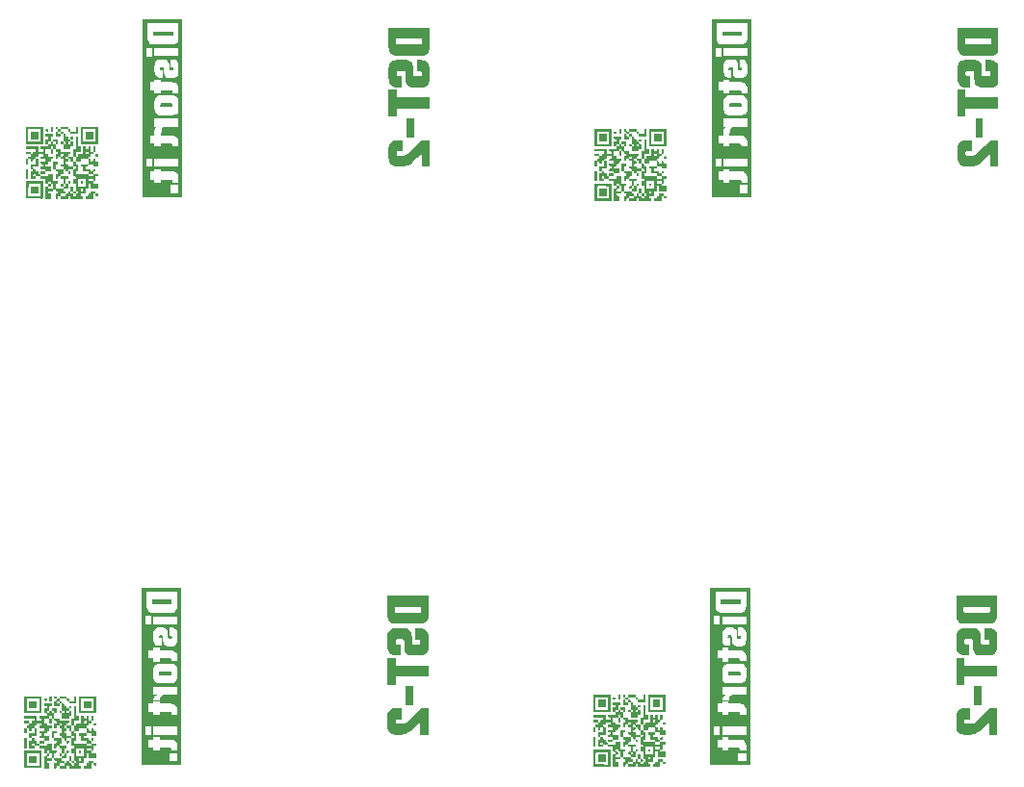
<source format=gbr>
%TF.GenerationSoftware,KiCad,Pcbnew,8.0.3*%
%TF.CreationDate,2025-04-01T20:28:11+03:00*%
%TF.ProjectId,DST-2,4453542d-322e-46b6-9963-61645f706362,rev?*%
%TF.SameCoordinates,Original*%
%TF.FileFunction,Legend,Bot*%
%TF.FilePolarity,Positive*%
%FSLAX46Y46*%
G04 Gerber Fmt 4.6, Leading zero omitted, Abs format (unit mm)*
G04 Created by KiCad (PCBNEW 8.0.3) date 2025-04-01 20:28:11*
%MOMM*%
%LPD*%
G01*
G04 APERTURE LIST*
%ADD10C,0.000000*%
%ADD11C,0.200000*%
G04 APERTURE END LIST*
D10*
G36*
X105612778Y-106793611D02*
G01*
X105718611Y-106793611D01*
X105735496Y-106793753D01*
X105750506Y-106794252D01*
X105763748Y-106795215D01*
X105775331Y-106796753D01*
X105780535Y-106797770D01*
X105785364Y-106798972D01*
X105789833Y-106800372D01*
X105793955Y-106801982D01*
X105797744Y-106803818D01*
X105801213Y-106805892D01*
X105804376Y-106808218D01*
X105807246Y-106810809D01*
X105809838Y-106813679D01*
X105812163Y-106816842D01*
X105814237Y-106820311D01*
X105816073Y-106824100D01*
X105817683Y-106828222D01*
X105819083Y-106832691D01*
X105820285Y-106837521D01*
X105821302Y-106842724D01*
X105822840Y-106854308D01*
X105823803Y-106867550D01*
X105824302Y-106882559D01*
X105824444Y-106899444D01*
X105824302Y-106916329D01*
X105823803Y-106931339D01*
X105822840Y-106944581D01*
X105821302Y-106956164D01*
X105820285Y-106961368D01*
X105819083Y-106966197D01*
X105817683Y-106970666D01*
X105816073Y-106974788D01*
X105814237Y-106978577D01*
X105812163Y-106982046D01*
X105809838Y-106985209D01*
X105807246Y-106988079D01*
X105804376Y-106990671D01*
X105801213Y-106992996D01*
X105797744Y-106995070D01*
X105793955Y-106996906D01*
X105789833Y-106998516D01*
X105785364Y-106999916D01*
X105780535Y-107001118D01*
X105775331Y-107002135D01*
X105763748Y-107003673D01*
X105750506Y-107004637D01*
X105735496Y-107005135D01*
X105718611Y-107005277D01*
X105701726Y-107005135D01*
X105686716Y-107004637D01*
X105673474Y-107003673D01*
X105661891Y-107002135D01*
X105656688Y-107001118D01*
X105651858Y-106999916D01*
X105647389Y-106998516D01*
X105643267Y-106996906D01*
X105639478Y-106995070D01*
X105636009Y-106992996D01*
X105632846Y-106990671D01*
X105629976Y-106988079D01*
X105627384Y-106985209D01*
X105625059Y-106982046D01*
X105622985Y-106978577D01*
X105621149Y-106974788D01*
X105619539Y-106970666D01*
X105618139Y-106966197D01*
X105616937Y-106961368D01*
X105615920Y-106956164D01*
X105614382Y-106944581D01*
X105613419Y-106931339D01*
X105612920Y-106916329D01*
X105612778Y-106899444D01*
X105612631Y-106881978D01*
X105612102Y-106866537D01*
X105611057Y-106852997D01*
X105609360Y-106841236D01*
X105608226Y-106835983D01*
X105606878Y-106831128D01*
X105605300Y-106826655D01*
X105603476Y-106822550D01*
X105601388Y-106818795D01*
X105599020Y-106815377D01*
X105596354Y-106812279D01*
X105593375Y-106809486D01*
X105590065Y-106806982D01*
X105586407Y-106804752D01*
X105582385Y-106802781D01*
X105577982Y-106801052D01*
X105573181Y-106799551D01*
X105567966Y-106798262D01*
X105562319Y-106797169D01*
X105556223Y-106796257D01*
X105542620Y-106794913D01*
X105527022Y-106794107D01*
X105509296Y-106793714D01*
X105489305Y-106793611D01*
X105365833Y-106793611D01*
X105365833Y-106370277D01*
X105612778Y-106370277D01*
X105612778Y-106793611D01*
G37*
G36*
X103848889Y-101537223D02*
G01*
X103637222Y-101537223D01*
X103637222Y-101113889D01*
X103848889Y-101113889D01*
X103848889Y-101537223D01*
G37*
G36*
X107800000Y-102630834D02*
G01*
X106247778Y-102630834D01*
X106247778Y-102419167D01*
X106247778Y-101325556D01*
X106459444Y-101325556D01*
X106459444Y-102419167D01*
X107553055Y-102419167D01*
X107553055Y-101325556D01*
X106459444Y-101325556D01*
X106247778Y-101325556D01*
X106247778Y-101113889D01*
X107800000Y-101113889D01*
X107800000Y-102630834D01*
G37*
G36*
X106370496Y-105911809D02*
G01*
X106385505Y-105912307D01*
X106398747Y-105913271D01*
X106410331Y-105914808D01*
X106415534Y-105915826D01*
X106420364Y-105917028D01*
X106424833Y-105918427D01*
X106428955Y-105920038D01*
X106432744Y-105921874D01*
X106436213Y-105923947D01*
X106439376Y-105926273D01*
X106442246Y-105928864D01*
X106444837Y-105931735D01*
X106447163Y-105934898D01*
X106449237Y-105938367D01*
X106451072Y-105942155D01*
X106452683Y-105946278D01*
X106454083Y-105950747D01*
X106455284Y-105955576D01*
X106456302Y-105960780D01*
X106457839Y-105972363D01*
X106458803Y-105985605D01*
X106459302Y-106000614D01*
X106459444Y-106017500D01*
X106459302Y-106034385D01*
X106458803Y-106049394D01*
X106457839Y-106062636D01*
X106456302Y-106074220D01*
X106455284Y-106079423D01*
X106454083Y-106084253D01*
X106452683Y-106088722D01*
X106451072Y-106092844D01*
X106449237Y-106096633D01*
X106447163Y-106100102D01*
X106444837Y-106103265D01*
X106442246Y-106106135D01*
X106439376Y-106108726D01*
X106436213Y-106111052D01*
X106432744Y-106113126D01*
X106428955Y-106114961D01*
X106424833Y-106116572D01*
X106420364Y-106117972D01*
X106415534Y-106119173D01*
X106410331Y-106120191D01*
X106398747Y-106121728D01*
X106385505Y-106122692D01*
X106370496Y-106123191D01*
X106353611Y-106123333D01*
X106336725Y-106123191D01*
X106321716Y-106122692D01*
X106308474Y-106121728D01*
X106296891Y-106120191D01*
X106291687Y-106119173D01*
X106286858Y-106117972D01*
X106282389Y-106116572D01*
X106278266Y-106114961D01*
X106274478Y-106113126D01*
X106271009Y-106111052D01*
X106267846Y-106108726D01*
X106264975Y-106106135D01*
X106262384Y-106103265D01*
X106260058Y-106100102D01*
X106257985Y-106096633D01*
X106256149Y-106092844D01*
X106254538Y-106088722D01*
X106253139Y-106084253D01*
X106251937Y-106079423D01*
X106250919Y-106074220D01*
X106249382Y-106062636D01*
X106248418Y-106049394D01*
X106247920Y-106034385D01*
X106247778Y-106017500D01*
X106247920Y-106000614D01*
X106248418Y-105985605D01*
X106249382Y-105972363D01*
X106250919Y-105960780D01*
X106251937Y-105955576D01*
X106253139Y-105950747D01*
X106254538Y-105946278D01*
X106256149Y-105942155D01*
X106257985Y-105938367D01*
X106260058Y-105934898D01*
X106262384Y-105931735D01*
X106264975Y-105928864D01*
X106267846Y-105926273D01*
X106271009Y-105923947D01*
X106274478Y-105921874D01*
X106278266Y-105920038D01*
X106282389Y-105918427D01*
X106286858Y-105917028D01*
X106291687Y-105915826D01*
X106296891Y-105914808D01*
X106308474Y-105913271D01*
X106321716Y-105912307D01*
X106336725Y-105911809D01*
X106353611Y-105911667D01*
X106370496Y-105911809D01*
G37*
G36*
X103848889Y-103512778D02*
G01*
X103637222Y-103512778D01*
X103637222Y-103089445D01*
X103848889Y-103089445D01*
X103848889Y-103512778D01*
G37*
G36*
X107696518Y-103512881D02*
G01*
X107714244Y-103513274D01*
X107729842Y-103514080D01*
X107743445Y-103515424D01*
X107749540Y-103516336D01*
X107755187Y-103517429D01*
X107760403Y-103518718D01*
X107765204Y-103520219D01*
X107769607Y-103521948D01*
X107773629Y-103523919D01*
X107777287Y-103526149D01*
X107780597Y-103528653D01*
X107783576Y-103531446D01*
X107786242Y-103534544D01*
X107788610Y-103537962D01*
X107790698Y-103541717D01*
X107792522Y-103545822D01*
X107794100Y-103550295D01*
X107795448Y-103555150D01*
X107796582Y-103560403D01*
X107797520Y-103566069D01*
X107798279Y-103572164D01*
X107799324Y-103585704D01*
X107799853Y-103601145D01*
X107800000Y-103618611D01*
X107799853Y-103636078D01*
X107799324Y-103651519D01*
X107798279Y-103665058D01*
X107796582Y-103676820D01*
X107795448Y-103682072D01*
X107794100Y-103686927D01*
X107792522Y-103691400D01*
X107790698Y-103695506D01*
X107788610Y-103699260D01*
X107786242Y-103702678D01*
X107783576Y-103705776D01*
X107780597Y-103708570D01*
X107777287Y-103711073D01*
X107773629Y-103713303D01*
X107769607Y-103715275D01*
X107765204Y-103717003D01*
X107760403Y-103718504D01*
X107755187Y-103719794D01*
X107749540Y-103720887D01*
X107743445Y-103721799D01*
X107729842Y-103723142D01*
X107714244Y-103723949D01*
X107696518Y-103724341D01*
X107676527Y-103724445D01*
X107656537Y-103724341D01*
X107638811Y-103723949D01*
X107623213Y-103723142D01*
X107609610Y-103721799D01*
X107603514Y-103720887D01*
X107597867Y-103719794D01*
X107592652Y-103718504D01*
X107587851Y-103717003D01*
X107583448Y-103715275D01*
X107579426Y-103713303D01*
X107575768Y-103711073D01*
X107572458Y-103708570D01*
X107569479Y-103705776D01*
X107566813Y-103702678D01*
X107564445Y-103699260D01*
X107562357Y-103695506D01*
X107560533Y-103691400D01*
X107558955Y-103686927D01*
X107557607Y-103682072D01*
X107556473Y-103676820D01*
X107555535Y-103671153D01*
X107554776Y-103665058D01*
X107553730Y-103651519D01*
X107553202Y-103636078D01*
X107553055Y-103618611D01*
X107553202Y-103601145D01*
X107553730Y-103585704D01*
X107554776Y-103572164D01*
X107556473Y-103560403D01*
X107557607Y-103555150D01*
X107558955Y-103550295D01*
X107560533Y-103545822D01*
X107562357Y-103541717D01*
X107564445Y-103537962D01*
X107566813Y-103534544D01*
X107569479Y-103531446D01*
X107572458Y-103528653D01*
X107575768Y-103526149D01*
X107579426Y-103523919D01*
X107583448Y-103521948D01*
X107587851Y-103520219D01*
X107592652Y-103518718D01*
X107597867Y-103517429D01*
X107603514Y-103516336D01*
X107609610Y-103515424D01*
X107623213Y-103514080D01*
X107638811Y-103513274D01*
X107656537Y-103512881D01*
X107676527Y-103512778D01*
X107696518Y-103512881D01*
G37*
G36*
X105277467Y-105029869D02*
G01*
X105292908Y-105030398D01*
X105306447Y-105031443D01*
X105318208Y-105033140D01*
X105323461Y-105034274D01*
X105328316Y-105035622D01*
X105332789Y-105037200D01*
X105336895Y-105039024D01*
X105340649Y-105041112D01*
X105344067Y-105043480D01*
X105347165Y-105046146D01*
X105349958Y-105049125D01*
X105352462Y-105052435D01*
X105354692Y-105056093D01*
X105356663Y-105060115D01*
X105358392Y-105064518D01*
X105359893Y-105069319D01*
X105361182Y-105074534D01*
X105362275Y-105080181D01*
X105363187Y-105086277D01*
X105364531Y-105099880D01*
X105365337Y-105115478D01*
X105365730Y-105133204D01*
X105365833Y-105153194D01*
X105365730Y-105173185D01*
X105365337Y-105190911D01*
X105364531Y-105206509D01*
X105363187Y-105220112D01*
X105362275Y-105226207D01*
X105361182Y-105231855D01*
X105359893Y-105237070D01*
X105358392Y-105241871D01*
X105356663Y-105246274D01*
X105354692Y-105250296D01*
X105352462Y-105253954D01*
X105349958Y-105257264D01*
X105347165Y-105260243D01*
X105344067Y-105262909D01*
X105340649Y-105265277D01*
X105336895Y-105267365D01*
X105332789Y-105269189D01*
X105328316Y-105270767D01*
X105323461Y-105272115D01*
X105318208Y-105273249D01*
X105312542Y-105274187D01*
X105306447Y-105274946D01*
X105292908Y-105275991D01*
X105277467Y-105276520D01*
X105260000Y-105276667D01*
X105242533Y-105276520D01*
X105227092Y-105275991D01*
X105213553Y-105274946D01*
X105201792Y-105273249D01*
X105196539Y-105272115D01*
X105191684Y-105270767D01*
X105187211Y-105269189D01*
X105183106Y-105267365D01*
X105179351Y-105265277D01*
X105175933Y-105262909D01*
X105172835Y-105260243D01*
X105170042Y-105257264D01*
X105167538Y-105253954D01*
X105165308Y-105250296D01*
X105163337Y-105246274D01*
X105161608Y-105241871D01*
X105160107Y-105237070D01*
X105158818Y-105231855D01*
X105157725Y-105226207D01*
X105156813Y-105220112D01*
X105155469Y-105206509D01*
X105154663Y-105190911D01*
X105154270Y-105173185D01*
X105154167Y-105153194D01*
X105154270Y-105133204D01*
X105154663Y-105115478D01*
X105155469Y-105099880D01*
X105156813Y-105086277D01*
X105157725Y-105080181D01*
X105158818Y-105074534D01*
X105160107Y-105069319D01*
X105161608Y-105064518D01*
X105163337Y-105060115D01*
X105165308Y-105056093D01*
X105167538Y-105052435D01*
X105170042Y-105049125D01*
X105172835Y-105046146D01*
X105175933Y-105043480D01*
X105179351Y-105041112D01*
X105183106Y-105039024D01*
X105187211Y-105037200D01*
X105191684Y-105035622D01*
X105196539Y-105034274D01*
X105201792Y-105033140D01*
X105207458Y-105032202D01*
X105213553Y-105031443D01*
X105227092Y-105030398D01*
X105242533Y-105029869D01*
X105260000Y-105029722D01*
X105277467Y-105029869D01*
G37*
G36*
X105154167Y-101219723D02*
G01*
X105154309Y-101236608D01*
X105154808Y-101251617D01*
X105155771Y-101264859D01*
X105157309Y-101276443D01*
X105158326Y-101281646D01*
X105159528Y-101286476D01*
X105160928Y-101290945D01*
X105162538Y-101295067D01*
X105164374Y-101298856D01*
X105166448Y-101302325D01*
X105168773Y-101305488D01*
X105171365Y-101308358D01*
X105174235Y-101310949D01*
X105177398Y-101313275D01*
X105180867Y-101315349D01*
X105184656Y-101317184D01*
X105188778Y-101318795D01*
X105193247Y-101320194D01*
X105198076Y-101321396D01*
X105203280Y-101322414D01*
X105214863Y-101323951D01*
X105228105Y-101324915D01*
X105243115Y-101325414D01*
X105260000Y-101325556D01*
X105276885Y-101325698D01*
X105291895Y-101326197D01*
X105305137Y-101327160D01*
X105316720Y-101328698D01*
X105321924Y-101329715D01*
X105326753Y-101330917D01*
X105331222Y-101332317D01*
X105335344Y-101333927D01*
X105339133Y-101335763D01*
X105342602Y-101337837D01*
X105345765Y-101340163D01*
X105348635Y-101342754D01*
X105351227Y-101345624D01*
X105353552Y-101348787D01*
X105355626Y-101352256D01*
X105357462Y-101356045D01*
X105359072Y-101360167D01*
X105360472Y-101364636D01*
X105361674Y-101369466D01*
X105362691Y-101374669D01*
X105364229Y-101386252D01*
X105365193Y-101399495D01*
X105365691Y-101414504D01*
X105365833Y-101431389D01*
X105365833Y-101537223D01*
X105824444Y-101537223D01*
X105824444Y-101113889D01*
X106036111Y-101113889D01*
X106036111Y-101748889D01*
X105365833Y-101748889D01*
X105365833Y-101643056D01*
X105365691Y-101626171D01*
X105365193Y-101611161D01*
X105364229Y-101597919D01*
X105362691Y-101586336D01*
X105361674Y-101581132D01*
X105360472Y-101576303D01*
X105359072Y-101571834D01*
X105357462Y-101567712D01*
X105355626Y-101563923D01*
X105353552Y-101560454D01*
X105351227Y-101557291D01*
X105348635Y-101554420D01*
X105345765Y-101551829D01*
X105342602Y-101549503D01*
X105339133Y-101547430D01*
X105335344Y-101545594D01*
X105331222Y-101543983D01*
X105326753Y-101542584D01*
X105321924Y-101541382D01*
X105316720Y-101540364D01*
X105305137Y-101538827D01*
X105291895Y-101537863D01*
X105276885Y-101537365D01*
X105260000Y-101537223D01*
X105243115Y-101537080D01*
X105228105Y-101536582D01*
X105214863Y-101535618D01*
X105203280Y-101534081D01*
X105198076Y-101533063D01*
X105193247Y-101531861D01*
X105188778Y-101530462D01*
X105184656Y-101528851D01*
X105180867Y-101527015D01*
X105177398Y-101524942D01*
X105174235Y-101522616D01*
X105171365Y-101520025D01*
X105168773Y-101517154D01*
X105166448Y-101513991D01*
X105164374Y-101510522D01*
X105162538Y-101506733D01*
X105160928Y-101502611D01*
X105159528Y-101498142D01*
X105158326Y-101493313D01*
X105157309Y-101488109D01*
X105155771Y-101476526D01*
X105154808Y-101463284D01*
X105154309Y-101448274D01*
X105154167Y-101431389D01*
X105154167Y-101325556D01*
X104519167Y-101325556D01*
X104519167Y-101431389D01*
X104519309Y-101448274D01*
X104519808Y-101463284D01*
X104520771Y-101476526D01*
X104522309Y-101488109D01*
X104523326Y-101493313D01*
X104524528Y-101498142D01*
X104525928Y-101502611D01*
X104527538Y-101506733D01*
X104529374Y-101510522D01*
X104531448Y-101513991D01*
X104533773Y-101517154D01*
X104536365Y-101520025D01*
X104539235Y-101522616D01*
X104542398Y-101524942D01*
X104545867Y-101527015D01*
X104549656Y-101528851D01*
X104553778Y-101530462D01*
X104558247Y-101531861D01*
X104563076Y-101533063D01*
X104568280Y-101534081D01*
X104579863Y-101535618D01*
X104593105Y-101536582D01*
X104608115Y-101537080D01*
X104625000Y-101537223D01*
X104641885Y-101537365D01*
X104656895Y-101537863D01*
X104670137Y-101538827D01*
X104681720Y-101540364D01*
X104686924Y-101541382D01*
X104691753Y-101542584D01*
X104696222Y-101543983D01*
X104700344Y-101545594D01*
X104704133Y-101547430D01*
X104707602Y-101549503D01*
X104710765Y-101551829D01*
X104713636Y-101554420D01*
X104716227Y-101557291D01*
X104718553Y-101560454D01*
X104720626Y-101563923D01*
X104722462Y-101567712D01*
X104724073Y-101571834D01*
X104725472Y-101576303D01*
X104726674Y-101581132D01*
X104727692Y-101586336D01*
X104729229Y-101597919D01*
X104730193Y-101611161D01*
X104730691Y-101626171D01*
X104730833Y-101643056D01*
X104730976Y-101659941D01*
X104731474Y-101674951D01*
X104732438Y-101688193D01*
X104733975Y-101699776D01*
X104734993Y-101704979D01*
X104736195Y-101709809D01*
X104737594Y-101714278D01*
X104739205Y-101718400D01*
X104741041Y-101722189D01*
X104743114Y-101725658D01*
X104745440Y-101728821D01*
X104748031Y-101731691D01*
X104750902Y-101734282D01*
X104754065Y-101736608D01*
X104757534Y-101738682D01*
X104761323Y-101740518D01*
X104765445Y-101742128D01*
X104769914Y-101743528D01*
X104774743Y-101744729D01*
X104779947Y-101745747D01*
X104791530Y-101747285D01*
X104804772Y-101748248D01*
X104819781Y-101748747D01*
X104836666Y-101748889D01*
X104854133Y-101749036D01*
X104869574Y-101749564D01*
X104883113Y-101750610D01*
X104894875Y-101752307D01*
X104900128Y-101753441D01*
X104904983Y-101754789D01*
X104909456Y-101756367D01*
X104913561Y-101758191D01*
X104917316Y-101760279D01*
X104920734Y-101762647D01*
X104923832Y-101765313D01*
X104926625Y-101768292D01*
X104929129Y-101771602D01*
X104931359Y-101775260D01*
X104933330Y-101779282D01*
X104935059Y-101783685D01*
X104936560Y-101788486D01*
X104937849Y-101793701D01*
X104938942Y-101799348D01*
X104939854Y-101805444D01*
X104941198Y-101819047D01*
X104942004Y-101834644D01*
X104942397Y-101852371D01*
X104942500Y-101872361D01*
X104942603Y-101892352D01*
X104942996Y-101910078D01*
X104943802Y-101925676D01*
X104945146Y-101939279D01*
X104946058Y-101945374D01*
X104947151Y-101951021D01*
X104948440Y-101956237D01*
X104949941Y-101961038D01*
X104951670Y-101965441D01*
X104953641Y-101969463D01*
X104955871Y-101973121D01*
X104958375Y-101976431D01*
X104961168Y-101979410D01*
X104964266Y-101982076D01*
X104967685Y-101984444D01*
X104971439Y-101986532D01*
X104975544Y-101988356D01*
X104980017Y-101989934D01*
X104984872Y-101991282D01*
X104990125Y-101992416D01*
X104995791Y-101993354D01*
X105001887Y-101994113D01*
X105015426Y-101995158D01*
X105030867Y-101995687D01*
X105048333Y-101995834D01*
X105065219Y-101995976D01*
X105080228Y-101996474D01*
X105093470Y-101997438D01*
X105105053Y-101998976D01*
X105110257Y-101999993D01*
X105115086Y-102001195D01*
X105119555Y-102002594D01*
X105123678Y-102004205D01*
X105127466Y-102006041D01*
X105130936Y-102008115D01*
X105134098Y-102010440D01*
X105136969Y-102013032D01*
X105139560Y-102015902D01*
X105141886Y-102019065D01*
X105143960Y-102022534D01*
X105145795Y-102026323D01*
X105147406Y-102030445D01*
X105148805Y-102034914D01*
X105150007Y-102039743D01*
X105151025Y-102044947D01*
X105152562Y-102056530D01*
X105153526Y-102069772D01*
X105154025Y-102084782D01*
X105154167Y-102101667D01*
X105154309Y-102118552D01*
X105154808Y-102133562D01*
X105155771Y-102146804D01*
X105157309Y-102158387D01*
X105158326Y-102163590D01*
X105159528Y-102168420D01*
X105160928Y-102172889D01*
X105162538Y-102177011D01*
X105164374Y-102180800D01*
X105166448Y-102184269D01*
X105168773Y-102187432D01*
X105171365Y-102190302D01*
X105174235Y-102192894D01*
X105177398Y-102195219D01*
X105180867Y-102197293D01*
X105184656Y-102199129D01*
X105188778Y-102200739D01*
X105193247Y-102202139D01*
X105198076Y-102203341D01*
X105203280Y-102204358D01*
X105214863Y-102205896D01*
X105228105Y-102206859D01*
X105243115Y-102207358D01*
X105260000Y-102207500D01*
X105276885Y-102207358D01*
X105291895Y-102206859D01*
X105305137Y-102205896D01*
X105316720Y-102204358D01*
X105321924Y-102203341D01*
X105326753Y-102202139D01*
X105331222Y-102200739D01*
X105335344Y-102199129D01*
X105339133Y-102197293D01*
X105342602Y-102195219D01*
X105345765Y-102192894D01*
X105348635Y-102190302D01*
X105351227Y-102187432D01*
X105353552Y-102184269D01*
X105355626Y-102180800D01*
X105357462Y-102177011D01*
X105359072Y-102172889D01*
X105360472Y-102168420D01*
X105361674Y-102163590D01*
X105362691Y-102158387D01*
X105364229Y-102146804D01*
X105365193Y-102133562D01*
X105365691Y-102118552D01*
X105365833Y-102101667D01*
X105365980Y-102084200D01*
X105366509Y-102068759D01*
X105367554Y-102055220D01*
X105369251Y-102043459D01*
X105370385Y-102038206D01*
X105371733Y-102033351D01*
X105373311Y-102028878D01*
X105375135Y-102024772D01*
X105377223Y-102021018D01*
X105379591Y-102017600D01*
X105382257Y-102014502D01*
X105385236Y-102011709D01*
X105388546Y-102009205D01*
X105392204Y-102006975D01*
X105396226Y-102005004D01*
X105400629Y-102003275D01*
X105405430Y-102001774D01*
X105410645Y-102000484D01*
X105416293Y-101999391D01*
X105422388Y-101998479D01*
X105435991Y-101997136D01*
X105451589Y-101996330D01*
X105469315Y-101995937D01*
X105489305Y-101995834D01*
X105509296Y-101995937D01*
X105527022Y-101996330D01*
X105542620Y-101997136D01*
X105556223Y-101998479D01*
X105562319Y-101999391D01*
X105567966Y-102000484D01*
X105573181Y-102001774D01*
X105577982Y-102003275D01*
X105582385Y-102005004D01*
X105586407Y-102006975D01*
X105590065Y-102009205D01*
X105593375Y-102011709D01*
X105596354Y-102014502D01*
X105599020Y-102017600D01*
X105601388Y-102021018D01*
X105603476Y-102024772D01*
X105605300Y-102028878D01*
X105606878Y-102033351D01*
X105608226Y-102038206D01*
X105609360Y-102043459D01*
X105610298Y-102049125D01*
X105611057Y-102055220D01*
X105612102Y-102068759D01*
X105612631Y-102084200D01*
X105612778Y-102101667D01*
X105612631Y-102119134D01*
X105612102Y-102134574D01*
X105611057Y-102148114D01*
X105609360Y-102159875D01*
X105608226Y-102165128D01*
X105606878Y-102169983D01*
X105605300Y-102174456D01*
X105603476Y-102178561D01*
X105601388Y-102182316D01*
X105599020Y-102185734D01*
X105596354Y-102188832D01*
X105593375Y-102191625D01*
X105590065Y-102194129D01*
X105586407Y-102196359D01*
X105582385Y-102198330D01*
X105577982Y-102200059D01*
X105573181Y-102201560D01*
X105567966Y-102202849D01*
X105562319Y-102203942D01*
X105556223Y-102204854D01*
X105542620Y-102206198D01*
X105527022Y-102207004D01*
X105509296Y-102207397D01*
X105489305Y-102207500D01*
X105469315Y-102207604D01*
X105451589Y-102207996D01*
X105435991Y-102208802D01*
X105422388Y-102210146D01*
X105416293Y-102211058D01*
X105410645Y-102212151D01*
X105405430Y-102213440D01*
X105400629Y-102214942D01*
X105396226Y-102216670D01*
X105392204Y-102218642D01*
X105388546Y-102220871D01*
X105385236Y-102223375D01*
X105382257Y-102226168D01*
X105379591Y-102229266D01*
X105377223Y-102232685D01*
X105375135Y-102236439D01*
X105373311Y-102240545D01*
X105371733Y-102245017D01*
X105370385Y-102249872D01*
X105369251Y-102255125D01*
X105368313Y-102260792D01*
X105367554Y-102266887D01*
X105366509Y-102280426D01*
X105365980Y-102295867D01*
X105365833Y-102313334D01*
X105365980Y-102330800D01*
X105366509Y-102346241D01*
X105367554Y-102359780D01*
X105369251Y-102371542D01*
X105370385Y-102376795D01*
X105371733Y-102381650D01*
X105373311Y-102386123D01*
X105375135Y-102390228D01*
X105377223Y-102393982D01*
X105379591Y-102397401D01*
X105382257Y-102400499D01*
X105385236Y-102403292D01*
X105388546Y-102405796D01*
X105392204Y-102408026D01*
X105396226Y-102409997D01*
X105400629Y-102411726D01*
X105405430Y-102413227D01*
X105410645Y-102414516D01*
X105416293Y-102415609D01*
X105422388Y-102416521D01*
X105435991Y-102417865D01*
X105451589Y-102418671D01*
X105469315Y-102419064D01*
X105489305Y-102419167D01*
X105612778Y-102419167D01*
X105612778Y-102842500D01*
X105489305Y-102842500D01*
X105468734Y-102842608D01*
X105450576Y-102843031D01*
X105434681Y-102843919D01*
X105420900Y-102845422D01*
X105414755Y-102846451D01*
X105409082Y-102847689D01*
X105403863Y-102849157D01*
X105399079Y-102850872D01*
X105394710Y-102852853D01*
X105390739Y-102855119D01*
X105387146Y-102857688D01*
X105383913Y-102860580D01*
X105381021Y-102863813D01*
X105378452Y-102867406D01*
X105376186Y-102871377D01*
X105374205Y-102875745D01*
X105372490Y-102880530D01*
X105371022Y-102885749D01*
X105369784Y-102891422D01*
X105368755Y-102897567D01*
X105367252Y-102911348D01*
X105366364Y-102927243D01*
X105365941Y-102945401D01*
X105365833Y-102965972D01*
X105365833Y-103089445D01*
X104730833Y-103089445D01*
X104730833Y-102630834D01*
X104625000Y-102630834D01*
X104608115Y-102630691D01*
X104593105Y-102630193D01*
X104579863Y-102629229D01*
X104568280Y-102627692D01*
X104563076Y-102626674D01*
X104558247Y-102625472D01*
X104553778Y-102624073D01*
X104549656Y-102622462D01*
X104545867Y-102620627D01*
X104542398Y-102618553D01*
X104539235Y-102616227D01*
X104536365Y-102613636D01*
X104533773Y-102610765D01*
X104531448Y-102607602D01*
X104529374Y-102604133D01*
X104527538Y-102600344D01*
X104525928Y-102596222D01*
X104524528Y-102591753D01*
X104523326Y-102586924D01*
X104522309Y-102581720D01*
X104520771Y-102570137D01*
X104519808Y-102556895D01*
X104519309Y-102541886D01*
X104519167Y-102525000D01*
X104730833Y-102525000D01*
X104730976Y-102541886D01*
X104731474Y-102556895D01*
X104732438Y-102570137D01*
X104733975Y-102581720D01*
X104734993Y-102586924D01*
X104736195Y-102591753D01*
X104737594Y-102596222D01*
X104739205Y-102600344D01*
X104741041Y-102604133D01*
X104743114Y-102607602D01*
X104745440Y-102610765D01*
X104748031Y-102613636D01*
X104750902Y-102616227D01*
X104754065Y-102618553D01*
X104757534Y-102620627D01*
X104761323Y-102622462D01*
X104765445Y-102624073D01*
X104769914Y-102625472D01*
X104774743Y-102626674D01*
X104779947Y-102627692D01*
X104791530Y-102629229D01*
X104804772Y-102630193D01*
X104819781Y-102630691D01*
X104836666Y-102630834D01*
X104853552Y-102630691D01*
X104868561Y-102630193D01*
X104881803Y-102629229D01*
X104893387Y-102627692D01*
X104898590Y-102626674D01*
X104903420Y-102625472D01*
X104907889Y-102624073D01*
X104912011Y-102622462D01*
X104915800Y-102620627D01*
X104919269Y-102618553D01*
X104922432Y-102616227D01*
X104925302Y-102613636D01*
X104927893Y-102610765D01*
X104930219Y-102607602D01*
X104932293Y-102604133D01*
X104934128Y-102600344D01*
X104935739Y-102596222D01*
X104937139Y-102591753D01*
X104938340Y-102586924D01*
X104939358Y-102581720D01*
X104940895Y-102570137D01*
X104941859Y-102556895D01*
X104942358Y-102541886D01*
X104942500Y-102525000D01*
X105154167Y-102525000D01*
X105154309Y-102541886D01*
X105154808Y-102556895D01*
X105155771Y-102570137D01*
X105157309Y-102581720D01*
X105158326Y-102586924D01*
X105159528Y-102591753D01*
X105160928Y-102596222D01*
X105162538Y-102600344D01*
X105164374Y-102604133D01*
X105166448Y-102607602D01*
X105168773Y-102610765D01*
X105171365Y-102613636D01*
X105174235Y-102616227D01*
X105177398Y-102618553D01*
X105180867Y-102620627D01*
X105184656Y-102622462D01*
X105188778Y-102624073D01*
X105193247Y-102625472D01*
X105198076Y-102626674D01*
X105203280Y-102627692D01*
X105214863Y-102629229D01*
X105228105Y-102630193D01*
X105243115Y-102630691D01*
X105260000Y-102630834D01*
X105276885Y-102630691D01*
X105291895Y-102630193D01*
X105305137Y-102629229D01*
X105316720Y-102627692D01*
X105321924Y-102626674D01*
X105326753Y-102625472D01*
X105331222Y-102624073D01*
X105335344Y-102622462D01*
X105339133Y-102620627D01*
X105342602Y-102618553D01*
X105345765Y-102616227D01*
X105348635Y-102613636D01*
X105351227Y-102610765D01*
X105353552Y-102607602D01*
X105355626Y-102604133D01*
X105357462Y-102600344D01*
X105359072Y-102596222D01*
X105360472Y-102591753D01*
X105361674Y-102586924D01*
X105362691Y-102581720D01*
X105364229Y-102570137D01*
X105365193Y-102556895D01*
X105365691Y-102541886D01*
X105365833Y-102525000D01*
X105365691Y-102508115D01*
X105365193Y-102493106D01*
X105364229Y-102479864D01*
X105362691Y-102468280D01*
X105361674Y-102463077D01*
X105360472Y-102458247D01*
X105359072Y-102453778D01*
X105357462Y-102449656D01*
X105355626Y-102445867D01*
X105353552Y-102442398D01*
X105351227Y-102439235D01*
X105348635Y-102436365D01*
X105345765Y-102433774D01*
X105342602Y-102431448D01*
X105339133Y-102429374D01*
X105335344Y-102427539D01*
X105331222Y-102425928D01*
X105326753Y-102424528D01*
X105321924Y-102423327D01*
X105316720Y-102422309D01*
X105305137Y-102420771D01*
X105291895Y-102419808D01*
X105276885Y-102419309D01*
X105260000Y-102419167D01*
X105243115Y-102419309D01*
X105228105Y-102419808D01*
X105214863Y-102420771D01*
X105203280Y-102422309D01*
X105198076Y-102423327D01*
X105193247Y-102424528D01*
X105188778Y-102425928D01*
X105184656Y-102427539D01*
X105180867Y-102429374D01*
X105177398Y-102431448D01*
X105174235Y-102433774D01*
X105171365Y-102436365D01*
X105168773Y-102439235D01*
X105166448Y-102442398D01*
X105164374Y-102445867D01*
X105162538Y-102449656D01*
X105160928Y-102453778D01*
X105159528Y-102458247D01*
X105158326Y-102463077D01*
X105157309Y-102468280D01*
X105155771Y-102479864D01*
X105154808Y-102493106D01*
X105154309Y-102508115D01*
X105154167Y-102525000D01*
X104942500Y-102525000D01*
X104942358Y-102508115D01*
X104941859Y-102493106D01*
X104940895Y-102479864D01*
X104939358Y-102468280D01*
X104938340Y-102463077D01*
X104937139Y-102458247D01*
X104935739Y-102453778D01*
X104934128Y-102449656D01*
X104932293Y-102445867D01*
X104930219Y-102442398D01*
X104927893Y-102439235D01*
X104925302Y-102436365D01*
X104922432Y-102433774D01*
X104919269Y-102431448D01*
X104915800Y-102429374D01*
X104912011Y-102427539D01*
X104907889Y-102425928D01*
X104903420Y-102424528D01*
X104898590Y-102423327D01*
X104893387Y-102422309D01*
X104881803Y-102420771D01*
X104868561Y-102419808D01*
X104853552Y-102419309D01*
X104836666Y-102419167D01*
X104819781Y-102419309D01*
X104804772Y-102419808D01*
X104791530Y-102420771D01*
X104779947Y-102422309D01*
X104774743Y-102423327D01*
X104769914Y-102424528D01*
X104765445Y-102425928D01*
X104761323Y-102427539D01*
X104757534Y-102429374D01*
X104754065Y-102431448D01*
X104750902Y-102433774D01*
X104748031Y-102436365D01*
X104745440Y-102439235D01*
X104743114Y-102442398D01*
X104741041Y-102445867D01*
X104739205Y-102449656D01*
X104737594Y-102453778D01*
X104736195Y-102458247D01*
X104734993Y-102463077D01*
X104733975Y-102468280D01*
X104732438Y-102479864D01*
X104731474Y-102493106D01*
X104730976Y-102508115D01*
X104730833Y-102525000D01*
X104519167Y-102525000D01*
X104519309Y-102508115D01*
X104519808Y-102493106D01*
X104520771Y-102479864D01*
X104522309Y-102468280D01*
X104523326Y-102463077D01*
X104524528Y-102458247D01*
X104525928Y-102453778D01*
X104527538Y-102449656D01*
X104529374Y-102445867D01*
X104531448Y-102442398D01*
X104533773Y-102439235D01*
X104536365Y-102436365D01*
X104539235Y-102433774D01*
X104542398Y-102431448D01*
X104545867Y-102429374D01*
X104549656Y-102427539D01*
X104553778Y-102425928D01*
X104558247Y-102424528D01*
X104563076Y-102423327D01*
X104568280Y-102422309D01*
X104579863Y-102420771D01*
X104593105Y-102419808D01*
X104608115Y-102419309D01*
X104625000Y-102419167D01*
X104730833Y-102419167D01*
X104730833Y-101748889D01*
X104625000Y-101748889D01*
X104607533Y-101749036D01*
X104592093Y-101749564D01*
X104578553Y-101750610D01*
X104566792Y-101752307D01*
X104561539Y-101753441D01*
X104556684Y-101754789D01*
X104552211Y-101756367D01*
X104548106Y-101758191D01*
X104544351Y-101760279D01*
X104540933Y-101762647D01*
X104537835Y-101765313D01*
X104535042Y-101768292D01*
X104532538Y-101771602D01*
X104530308Y-101775260D01*
X104528337Y-101779282D01*
X104526608Y-101783685D01*
X104525107Y-101788486D01*
X104523818Y-101793701D01*
X104522725Y-101799348D01*
X104521813Y-101805444D01*
X104520469Y-101819047D01*
X104519663Y-101834644D01*
X104519270Y-101852371D01*
X104519167Y-101872361D01*
X104519167Y-101995834D01*
X104060556Y-101995834D01*
X104060556Y-101643056D01*
X104272222Y-101643056D01*
X104272369Y-101660522D01*
X104272898Y-101675963D01*
X104273943Y-101689503D01*
X104275640Y-101701264D01*
X104276774Y-101706517D01*
X104278122Y-101711372D01*
X104279700Y-101715845D01*
X104281524Y-101719950D01*
X104283612Y-101723705D01*
X104285980Y-101727123D01*
X104288646Y-101730221D01*
X104291625Y-101733014D01*
X104294935Y-101735518D01*
X104298593Y-101737748D01*
X104302615Y-101739719D01*
X104307018Y-101741448D01*
X104311819Y-101742949D01*
X104317034Y-101744238D01*
X104322682Y-101745331D01*
X104328777Y-101746243D01*
X104342380Y-101747587D01*
X104357978Y-101748393D01*
X104375704Y-101748786D01*
X104395695Y-101748889D01*
X104415685Y-101748786D01*
X104433411Y-101748393D01*
X104449009Y-101747587D01*
X104462612Y-101746243D01*
X104468708Y-101745331D01*
X104474355Y-101744238D01*
X104479570Y-101742949D01*
X104484371Y-101741448D01*
X104488774Y-101739719D01*
X104492796Y-101737748D01*
X104496454Y-101735518D01*
X104499764Y-101733014D01*
X104502743Y-101730221D01*
X104505409Y-101727123D01*
X104507777Y-101723705D01*
X104509865Y-101719950D01*
X104511689Y-101715845D01*
X104513267Y-101711372D01*
X104514615Y-101706517D01*
X104515749Y-101701264D01*
X104516687Y-101695598D01*
X104517446Y-101689503D01*
X104518492Y-101675963D01*
X104519020Y-101660522D01*
X104519167Y-101643056D01*
X104519020Y-101625589D01*
X104518492Y-101610148D01*
X104517446Y-101596609D01*
X104515749Y-101584847D01*
X104514615Y-101579595D01*
X104513267Y-101574740D01*
X104511689Y-101570267D01*
X104509865Y-101566161D01*
X104507777Y-101562407D01*
X104505409Y-101558989D01*
X104502743Y-101555891D01*
X104499764Y-101553097D01*
X104496454Y-101550594D01*
X104492796Y-101548364D01*
X104488774Y-101546392D01*
X104484371Y-101544664D01*
X104479570Y-101543163D01*
X104474355Y-101541873D01*
X104468708Y-101540780D01*
X104462612Y-101539868D01*
X104449009Y-101538525D01*
X104433411Y-101537719D01*
X104415685Y-101537326D01*
X104395695Y-101537223D01*
X104375704Y-101537326D01*
X104357978Y-101537719D01*
X104342380Y-101538525D01*
X104328777Y-101539868D01*
X104322682Y-101540780D01*
X104317034Y-101541873D01*
X104311819Y-101543163D01*
X104307018Y-101544664D01*
X104302615Y-101546392D01*
X104298593Y-101548364D01*
X104294935Y-101550594D01*
X104291625Y-101553097D01*
X104288646Y-101555891D01*
X104285980Y-101558989D01*
X104283612Y-101562407D01*
X104281524Y-101566161D01*
X104279700Y-101570267D01*
X104278122Y-101574740D01*
X104276774Y-101579595D01*
X104275640Y-101584847D01*
X104274702Y-101590514D01*
X104273943Y-101596609D01*
X104272898Y-101610148D01*
X104272369Y-101625589D01*
X104272222Y-101643056D01*
X104060556Y-101643056D01*
X104060556Y-101537223D01*
X104166389Y-101537223D01*
X104183274Y-101537080D01*
X104198284Y-101536582D01*
X104211526Y-101535618D01*
X104223109Y-101534081D01*
X104228313Y-101533063D01*
X104233142Y-101531861D01*
X104237611Y-101530462D01*
X104241733Y-101528851D01*
X104245522Y-101527015D01*
X104248991Y-101524942D01*
X104252154Y-101522616D01*
X104255024Y-101520025D01*
X104257616Y-101517154D01*
X104259941Y-101513991D01*
X104262015Y-101510522D01*
X104263851Y-101506733D01*
X104265461Y-101502611D01*
X104266861Y-101498142D01*
X104268063Y-101493313D01*
X104269080Y-101488109D01*
X104270618Y-101476526D01*
X104271582Y-101463284D01*
X104272080Y-101448274D01*
X104272222Y-101431389D01*
X104272080Y-101414504D01*
X104271582Y-101399495D01*
X104270618Y-101386252D01*
X104269080Y-101374669D01*
X104268063Y-101369466D01*
X104266861Y-101364636D01*
X104265461Y-101360167D01*
X104263851Y-101356045D01*
X104262015Y-101352256D01*
X104259941Y-101348787D01*
X104257616Y-101345624D01*
X104255024Y-101342754D01*
X104252154Y-101340163D01*
X104248991Y-101337837D01*
X104245522Y-101335763D01*
X104241733Y-101333927D01*
X104237611Y-101332317D01*
X104233142Y-101330917D01*
X104228313Y-101329715D01*
X104223109Y-101328698D01*
X104211526Y-101327160D01*
X104198284Y-101326197D01*
X104183274Y-101325698D01*
X104166389Y-101325556D01*
X104149504Y-101325414D01*
X104134494Y-101324915D01*
X104121252Y-101323951D01*
X104109669Y-101322414D01*
X104104465Y-101321396D01*
X104099636Y-101320194D01*
X104095167Y-101318795D01*
X104091045Y-101317184D01*
X104087256Y-101315349D01*
X104083787Y-101313275D01*
X104080624Y-101310949D01*
X104077754Y-101308358D01*
X104075162Y-101305488D01*
X104072837Y-101302325D01*
X104070763Y-101298856D01*
X104068927Y-101295067D01*
X104067317Y-101290945D01*
X104065917Y-101286476D01*
X104064715Y-101281646D01*
X104063698Y-101276443D01*
X104062160Y-101264859D01*
X104061196Y-101251617D01*
X104060698Y-101236608D01*
X104060556Y-101219723D01*
X104060698Y-101202837D01*
X104061196Y-101187828D01*
X104062160Y-101174586D01*
X104063698Y-101163003D01*
X104064715Y-101157799D01*
X104065917Y-101152970D01*
X104067317Y-101148501D01*
X104068927Y-101144378D01*
X104070763Y-101140589D01*
X104072837Y-101137120D01*
X104075162Y-101133957D01*
X104077754Y-101131087D01*
X104080624Y-101128496D01*
X104083787Y-101126170D01*
X104087256Y-101124096D01*
X104091045Y-101122261D01*
X104095167Y-101120650D01*
X104099636Y-101119251D01*
X104104465Y-101118049D01*
X104109669Y-101117031D01*
X104121252Y-101115494D01*
X104134494Y-101114530D01*
X104149504Y-101114031D01*
X104166389Y-101113889D01*
X104183274Y-101114031D01*
X104198284Y-101114530D01*
X104211526Y-101115494D01*
X104223109Y-101117031D01*
X104228313Y-101118049D01*
X104233142Y-101119251D01*
X104237611Y-101120650D01*
X104241733Y-101122261D01*
X104245522Y-101124096D01*
X104248991Y-101126170D01*
X104252154Y-101128496D01*
X104255024Y-101131087D01*
X104257616Y-101133957D01*
X104259941Y-101137120D01*
X104262015Y-101140589D01*
X104263851Y-101144378D01*
X104265461Y-101148501D01*
X104266861Y-101152970D01*
X104268063Y-101157799D01*
X104269080Y-101163003D01*
X104270618Y-101174586D01*
X104271582Y-101187828D01*
X104272080Y-101202837D01*
X104272222Y-101219723D01*
X104272369Y-101237189D01*
X104272898Y-101252630D01*
X104273943Y-101266169D01*
X104275640Y-101277931D01*
X104276774Y-101283184D01*
X104278122Y-101288039D01*
X104279700Y-101292511D01*
X104281524Y-101296617D01*
X104283612Y-101300371D01*
X104285980Y-101303790D01*
X104288646Y-101306888D01*
X104291625Y-101309681D01*
X104294935Y-101312185D01*
X104298593Y-101314414D01*
X104302615Y-101316386D01*
X104307018Y-101318114D01*
X104311819Y-101319616D01*
X104317034Y-101320905D01*
X104322682Y-101321998D01*
X104328777Y-101322910D01*
X104342380Y-101324254D01*
X104357978Y-101325060D01*
X104375704Y-101325452D01*
X104395695Y-101325556D01*
X104415685Y-101325452D01*
X104433411Y-101325060D01*
X104449009Y-101324254D01*
X104462612Y-101322910D01*
X104468708Y-101321998D01*
X104474355Y-101320905D01*
X104479570Y-101319616D01*
X104484371Y-101318114D01*
X104488774Y-101316386D01*
X104492796Y-101314414D01*
X104496454Y-101312185D01*
X104499764Y-101309681D01*
X104502743Y-101306888D01*
X104505409Y-101303790D01*
X104507777Y-101300371D01*
X104509865Y-101296617D01*
X104511689Y-101292511D01*
X104513267Y-101288039D01*
X104514615Y-101283184D01*
X104515749Y-101277931D01*
X104516687Y-101272265D01*
X104517446Y-101266169D01*
X104518492Y-101252630D01*
X104519020Y-101237189D01*
X104519167Y-101219723D01*
X104519167Y-101113889D01*
X105154167Y-101113889D01*
X105154167Y-101219723D01*
G37*
G36*
X102543611Y-102207500D02*
G01*
X101873334Y-102207500D01*
X101873334Y-101537223D01*
X102543611Y-101537223D01*
X102543611Y-102207500D01*
G37*
G36*
X107553055Y-106899444D02*
G01*
X107553202Y-106916911D01*
X107553730Y-106932352D01*
X107554776Y-106945891D01*
X107556473Y-106957653D01*
X107557607Y-106962905D01*
X107558955Y-106967760D01*
X107560533Y-106972233D01*
X107562357Y-106976339D01*
X107564445Y-106980093D01*
X107566813Y-106983511D01*
X107569479Y-106986609D01*
X107572458Y-106989402D01*
X107575768Y-106991906D01*
X107579426Y-106994136D01*
X107583448Y-106996107D01*
X107587851Y-106997836D01*
X107592652Y-106999337D01*
X107597867Y-107000627D01*
X107603514Y-107001719D01*
X107609610Y-107002632D01*
X107623213Y-107003975D01*
X107638811Y-107004781D01*
X107656537Y-107005174D01*
X107676527Y-107005277D01*
X107696518Y-107005381D01*
X107714244Y-107005773D01*
X107729842Y-107006580D01*
X107743445Y-107007923D01*
X107749540Y-107008835D01*
X107755187Y-107009928D01*
X107760403Y-107011218D01*
X107765204Y-107012719D01*
X107769607Y-107014447D01*
X107773629Y-107016419D01*
X107777287Y-107018649D01*
X107780597Y-107021152D01*
X107783576Y-107023945D01*
X107786242Y-107027043D01*
X107788610Y-107030462D01*
X107790698Y-107034216D01*
X107792522Y-107038322D01*
X107794100Y-107042794D01*
X107795448Y-107047649D01*
X107796582Y-107052902D01*
X107797520Y-107058569D01*
X107798279Y-107064664D01*
X107799324Y-107078203D01*
X107799853Y-107093644D01*
X107800000Y-107111111D01*
X107799853Y-107128577D01*
X107799324Y-107144018D01*
X107798279Y-107157558D01*
X107796582Y-107169319D01*
X107795448Y-107174572D01*
X107794100Y-107179427D01*
X107792522Y-107183900D01*
X107790698Y-107188005D01*
X107788610Y-107191760D01*
X107786242Y-107195178D01*
X107783576Y-107198276D01*
X107780597Y-107201069D01*
X107777287Y-107203573D01*
X107773629Y-107205803D01*
X107769607Y-107207774D01*
X107765204Y-107209503D01*
X107760403Y-107211004D01*
X107755187Y-107212293D01*
X107749540Y-107213386D01*
X107743445Y-107214298D01*
X107729842Y-107215642D01*
X107714244Y-107216448D01*
X107696518Y-107216841D01*
X107676527Y-107216944D01*
X107656537Y-107216841D01*
X107638811Y-107216448D01*
X107623213Y-107215642D01*
X107609610Y-107214298D01*
X107603514Y-107213386D01*
X107597867Y-107212293D01*
X107592652Y-107211004D01*
X107587851Y-107209503D01*
X107583448Y-107207774D01*
X107579426Y-107205803D01*
X107575768Y-107203573D01*
X107572458Y-107201069D01*
X107569479Y-107198276D01*
X107566813Y-107195178D01*
X107564445Y-107191760D01*
X107562357Y-107188005D01*
X107560533Y-107183900D01*
X107558955Y-107179427D01*
X107557607Y-107174572D01*
X107556473Y-107169319D01*
X107555535Y-107163653D01*
X107554776Y-107157558D01*
X107553730Y-107144018D01*
X107553202Y-107128577D01*
X107553055Y-107111111D01*
X107552913Y-107094225D01*
X107552414Y-107079216D01*
X107551451Y-107065974D01*
X107549913Y-107054391D01*
X107548896Y-107049187D01*
X107547694Y-107044358D01*
X107546294Y-107039889D01*
X107544684Y-107035767D01*
X107542848Y-107031978D01*
X107540774Y-107028509D01*
X107538448Y-107025346D01*
X107535857Y-107022475D01*
X107532987Y-107019884D01*
X107529824Y-107017558D01*
X107526355Y-107015484D01*
X107522566Y-107013649D01*
X107518444Y-107012038D01*
X107513975Y-107010639D01*
X107509145Y-107009437D01*
X107503942Y-107008419D01*
X107492359Y-107006882D01*
X107479116Y-107005918D01*
X107464107Y-107005419D01*
X107447222Y-107005277D01*
X107341388Y-107005277D01*
X107341388Y-107463889D01*
X106706388Y-107463889D01*
X106706388Y-107340416D01*
X106706492Y-107320426D01*
X106706885Y-107302700D01*
X106707691Y-107287102D01*
X106709034Y-107273499D01*
X106709946Y-107267403D01*
X106711039Y-107261756D01*
X106712329Y-107256541D01*
X106713830Y-107251740D01*
X106715558Y-107247337D01*
X106717530Y-107243315D01*
X106719760Y-107239657D01*
X106722263Y-107236347D01*
X106725056Y-107233368D01*
X106728154Y-107230702D01*
X106731573Y-107228334D01*
X106735327Y-107226246D01*
X106739433Y-107224422D01*
X106743905Y-107222844D01*
X106748760Y-107221496D01*
X106754013Y-107220362D01*
X106759680Y-107219424D01*
X106765775Y-107218665D01*
X106779314Y-107217619D01*
X106794755Y-107217091D01*
X106812222Y-107216944D01*
X106829107Y-107216802D01*
X106844117Y-107216303D01*
X106857359Y-107215340D01*
X106868942Y-107213802D01*
X106874145Y-107212785D01*
X106878975Y-107211583D01*
X106883444Y-107210183D01*
X106887566Y-107208573D01*
X106891355Y-107206737D01*
X106894824Y-107204663D01*
X106897987Y-107202337D01*
X106900857Y-107199746D01*
X106903448Y-107196876D01*
X106905774Y-107193713D01*
X106907848Y-107190244D01*
X106909683Y-107186455D01*
X106911294Y-107182333D01*
X106912694Y-107177864D01*
X106913895Y-107173034D01*
X106914913Y-107167831D01*
X106916450Y-107156248D01*
X106917414Y-107143005D01*
X106917913Y-107127996D01*
X106918055Y-107111111D01*
X106918197Y-107094225D01*
X106918696Y-107079216D01*
X106919660Y-107065974D01*
X106921197Y-107054391D01*
X106922215Y-107049187D01*
X106923416Y-107044358D01*
X106924816Y-107039889D01*
X106926427Y-107035767D01*
X106928262Y-107031978D01*
X106930336Y-107028509D01*
X106932662Y-107025346D01*
X106935253Y-107022475D01*
X106938123Y-107019884D01*
X106941286Y-107017558D01*
X106944755Y-107015484D01*
X106948544Y-107013649D01*
X106952666Y-107012038D01*
X106957135Y-107010639D01*
X106961965Y-107009437D01*
X106967168Y-107008419D01*
X106978752Y-107006882D01*
X106991994Y-107005918D01*
X107007003Y-107005419D01*
X107023888Y-107005277D01*
X107040774Y-107005135D01*
X107055783Y-107004637D01*
X107069025Y-107003673D01*
X107080608Y-107002135D01*
X107085812Y-107001118D01*
X107090641Y-106999916D01*
X107095110Y-106998516D01*
X107099233Y-106996906D01*
X107103021Y-106995070D01*
X107106491Y-106992996D01*
X107109654Y-106990671D01*
X107112524Y-106988079D01*
X107115115Y-106985209D01*
X107117441Y-106982046D01*
X107119515Y-106978577D01*
X107121350Y-106974788D01*
X107122961Y-106970666D01*
X107124360Y-106966197D01*
X107125562Y-106961368D01*
X107126580Y-106956164D01*
X107128117Y-106944581D01*
X107129081Y-106931339D01*
X107129580Y-106916329D01*
X107129722Y-106899444D01*
X107129722Y-106793611D01*
X107553055Y-106793611D01*
X107553055Y-106899444D01*
G37*
G36*
X102966945Y-106684250D02*
G01*
X102966891Y-106810939D01*
X102966683Y-106923036D01*
X102966247Y-107021407D01*
X102965511Y-107106921D01*
X102965009Y-107145128D01*
X102964404Y-107180447D01*
X102963688Y-107212985D01*
X102962852Y-107242851D01*
X102961887Y-107270154D01*
X102960783Y-107295003D01*
X102959532Y-107317505D01*
X102958125Y-107337770D01*
X102956553Y-107355906D01*
X102954806Y-107372022D01*
X102952875Y-107386225D01*
X102951839Y-107392643D01*
X102950753Y-107398625D01*
X102949616Y-107404182D01*
X102948428Y-107409329D01*
X102947188Y-107414080D01*
X102945893Y-107418448D01*
X102944544Y-107422446D01*
X102943139Y-107426088D01*
X102941676Y-107429388D01*
X102940156Y-107432359D01*
X102938575Y-107435015D01*
X102936935Y-107437369D01*
X102935232Y-107439435D01*
X102933467Y-107441227D01*
X102931638Y-107442757D01*
X102929743Y-107444040D01*
X102927783Y-107445090D01*
X102925755Y-107445919D01*
X102923659Y-107446541D01*
X102921493Y-107446970D01*
X102919256Y-107447220D01*
X102916948Y-107447304D01*
X102914566Y-107447235D01*
X102912110Y-107447027D01*
X102906972Y-107446249D01*
X102879880Y-107443618D01*
X102827156Y-107441068D01*
X102657382Y-107436548D01*
X102422785Y-107433352D01*
X102148500Y-107432139D01*
X101450000Y-107428611D01*
X101450000Y-107216944D01*
X101661667Y-107216944D01*
X102130861Y-107220472D01*
X102317007Y-107223669D01*
X102482316Y-107227527D01*
X102608600Y-107231386D01*
X102677667Y-107234583D01*
X102703285Y-107235837D01*
X102713649Y-107234226D01*
X102722536Y-107230063D01*
X102730058Y-107222551D01*
X102736330Y-107210894D01*
X102741465Y-107194298D01*
X102745577Y-107171965D01*
X102748779Y-107143100D01*
X102751185Y-107106908D01*
X102754065Y-107009356D01*
X102755278Y-106691306D01*
X102755278Y-106140972D01*
X102254333Y-106133917D01*
X102151690Y-106132924D01*
X102054297Y-106132593D01*
X101964429Y-106132924D01*
X101884358Y-106133916D01*
X101816359Y-106135570D01*
X101762705Y-106137885D01*
X101725670Y-106140862D01*
X101714095Y-106142598D01*
X101707528Y-106144500D01*
X101701199Y-106148703D01*
X101695429Y-106156131D01*
X101690196Y-106166948D01*
X101685479Y-106181321D01*
X101681259Y-106199415D01*
X101677514Y-106221394D01*
X101671368Y-106277674D01*
X101666876Y-106351481D01*
X101663872Y-106444141D01*
X101662191Y-106556974D01*
X101661667Y-106691306D01*
X101661667Y-107216944D01*
X101450000Y-107216944D01*
X101450000Y-106691306D01*
X101450000Y-105911667D01*
X102966945Y-105911667D01*
X102966945Y-106684250D01*
G37*
G36*
X103178611Y-105276667D02*
G01*
X102755278Y-105276667D01*
X102755278Y-105029722D01*
X103178611Y-105029722D01*
X103178611Y-105276667D01*
G37*
G36*
X107341388Y-102207500D02*
G01*
X106706388Y-102207500D01*
X106706388Y-101537223D01*
X107341388Y-101537223D01*
X107341388Y-102207500D01*
G37*
G36*
X103848889Y-101872361D02*
G01*
X103848786Y-101892352D01*
X103848393Y-101910078D01*
X103847587Y-101925676D01*
X103846243Y-101939279D01*
X103845331Y-101945374D01*
X103844238Y-101951021D01*
X103842949Y-101956237D01*
X103841448Y-101961038D01*
X103839719Y-101965441D01*
X103837748Y-101969463D01*
X103835518Y-101973121D01*
X103833014Y-101976431D01*
X103830221Y-101979410D01*
X103827123Y-101982076D01*
X103823705Y-101984444D01*
X103819950Y-101986532D01*
X103815845Y-101988356D01*
X103811372Y-101989934D01*
X103806517Y-101991282D01*
X103801264Y-101992416D01*
X103795598Y-101993354D01*
X103789502Y-101994113D01*
X103775963Y-101995158D01*
X103760522Y-101995687D01*
X103743056Y-101995834D01*
X103637222Y-101995834D01*
X103637222Y-102419167D01*
X103743056Y-102419167D01*
X103759941Y-102419025D01*
X103774950Y-102418526D01*
X103788193Y-102417562D01*
X103799776Y-102416025D01*
X103804979Y-102415007D01*
X103809809Y-102413805D01*
X103814278Y-102412406D01*
X103818400Y-102410795D01*
X103822189Y-102408960D01*
X103825658Y-102406886D01*
X103828821Y-102404560D01*
X103831691Y-102401969D01*
X103834282Y-102399099D01*
X103836608Y-102395936D01*
X103838682Y-102392467D01*
X103840517Y-102388678D01*
X103842128Y-102384556D01*
X103843528Y-102380087D01*
X103844729Y-102375257D01*
X103845747Y-102370054D01*
X103847284Y-102358470D01*
X103848248Y-102345228D01*
X103848747Y-102330219D01*
X103848889Y-102313334D01*
X103848889Y-102207500D01*
X104272222Y-102207500D01*
X104272222Y-102630834D01*
X104060556Y-102630834D01*
X104060556Y-103089445D01*
X104519167Y-103089445D01*
X104519167Y-103301111D01*
X105365833Y-103301111D01*
X105365833Y-103406945D01*
X105365691Y-103423830D01*
X105365193Y-103438839D01*
X105364229Y-103452081D01*
X105362691Y-103463665D01*
X105361674Y-103468868D01*
X105360472Y-103473698D01*
X105359072Y-103478167D01*
X105357462Y-103482289D01*
X105355626Y-103486078D01*
X105353552Y-103489547D01*
X105351227Y-103492710D01*
X105348635Y-103495580D01*
X105345765Y-103498171D01*
X105342602Y-103500497D01*
X105339133Y-103502571D01*
X105335344Y-103504406D01*
X105331222Y-103506017D01*
X105326753Y-103507417D01*
X105321924Y-103508618D01*
X105316720Y-103509636D01*
X105305137Y-103511173D01*
X105291895Y-103512137D01*
X105276885Y-103512636D01*
X105260000Y-103512778D01*
X105243115Y-103512920D01*
X105228105Y-103513419D01*
X105214863Y-103514383D01*
X105203280Y-103515920D01*
X105198076Y-103516938D01*
X105193247Y-103518139D01*
X105188778Y-103519539D01*
X105184656Y-103521149D01*
X105180867Y-103522985D01*
X105177398Y-103525059D01*
X105174235Y-103527385D01*
X105171365Y-103529976D01*
X105168773Y-103532846D01*
X105166448Y-103536009D01*
X105164374Y-103539478D01*
X105162538Y-103543267D01*
X105160928Y-103547389D01*
X105159528Y-103551858D01*
X105158326Y-103556688D01*
X105157309Y-103561891D01*
X105155771Y-103573474D01*
X105154808Y-103586716D01*
X105154309Y-103601726D01*
X105154167Y-103618611D01*
X105154167Y-103724445D01*
X105612778Y-103724445D01*
X105612778Y-103089445D01*
X105824444Y-103089445D01*
X105824444Y-101995834D01*
X106036111Y-101995834D01*
X106036111Y-102842500D01*
X106247778Y-102842500D01*
X106247778Y-103301111D01*
X105824444Y-103301111D01*
X105824444Y-103724445D01*
X105930278Y-103724445D01*
X105947163Y-103724303D01*
X105962172Y-103723804D01*
X105975414Y-103722840D01*
X105986997Y-103721303D01*
X105992201Y-103720285D01*
X105997030Y-103719083D01*
X106001499Y-103717684D01*
X106005622Y-103716073D01*
X106009410Y-103714238D01*
X106012880Y-103712164D01*
X106016042Y-103709838D01*
X106018913Y-103707247D01*
X106021504Y-103704376D01*
X106023830Y-103701213D01*
X106025904Y-103697744D01*
X106027739Y-103693955D01*
X106029350Y-103689833D01*
X106030749Y-103685364D01*
X106031951Y-103680535D01*
X106032969Y-103675331D01*
X106034506Y-103663748D01*
X106035470Y-103650506D01*
X106035969Y-103635496D01*
X106036111Y-103618611D01*
X106036111Y-103512778D01*
X106459444Y-103512778D01*
X106459444Y-103406945D01*
X106706388Y-103406945D01*
X106706531Y-103423830D01*
X106707029Y-103438839D01*
X106707993Y-103452081D01*
X106709530Y-103463665D01*
X106710548Y-103468868D01*
X106711750Y-103473698D01*
X106713149Y-103478167D01*
X106714760Y-103482289D01*
X106716596Y-103486078D01*
X106718669Y-103489547D01*
X106720995Y-103492710D01*
X106723586Y-103495580D01*
X106726457Y-103498171D01*
X106729620Y-103500497D01*
X106733089Y-103502571D01*
X106736878Y-103504406D01*
X106741000Y-103506017D01*
X106745469Y-103507417D01*
X106750298Y-103508618D01*
X106755502Y-103509636D01*
X106767085Y-103511173D01*
X106780327Y-103512137D01*
X106795337Y-103512636D01*
X106812222Y-103512778D01*
X106829107Y-103512636D01*
X106844117Y-103512137D01*
X106857359Y-103511173D01*
X106868942Y-103509636D01*
X106874145Y-103508618D01*
X106878975Y-103507417D01*
X106883444Y-103506017D01*
X106887566Y-103504406D01*
X106891355Y-103502571D01*
X106894824Y-103500497D01*
X106897987Y-103498171D01*
X106900857Y-103495580D01*
X106903448Y-103492710D01*
X106905774Y-103489547D01*
X106907848Y-103486078D01*
X106909683Y-103482289D01*
X106911294Y-103478167D01*
X106912694Y-103473698D01*
X106913895Y-103468868D01*
X106914913Y-103463665D01*
X106916450Y-103452081D01*
X106917414Y-103438839D01*
X106917913Y-103423830D01*
X106918055Y-103406945D01*
X106917913Y-103390059D01*
X106917414Y-103375050D01*
X106916450Y-103361808D01*
X106914913Y-103350225D01*
X106913895Y-103345021D01*
X106912694Y-103340192D01*
X106911294Y-103335722D01*
X106909683Y-103331600D01*
X106907848Y-103327811D01*
X106905774Y-103324342D01*
X106903448Y-103321179D01*
X106900857Y-103318309D01*
X106897987Y-103315718D01*
X106894824Y-103313392D01*
X106891355Y-103311318D01*
X106887566Y-103309483D01*
X106883444Y-103307872D01*
X106878975Y-103306473D01*
X106874145Y-103305271D01*
X106868942Y-103304253D01*
X106857359Y-103302716D01*
X106844117Y-103301752D01*
X106829107Y-103301253D01*
X106812222Y-103301111D01*
X106795337Y-103301253D01*
X106780327Y-103301752D01*
X106767085Y-103302716D01*
X106755502Y-103304253D01*
X106750298Y-103305271D01*
X106745469Y-103306473D01*
X106741000Y-103307872D01*
X106736878Y-103309483D01*
X106733089Y-103311318D01*
X106729620Y-103313392D01*
X106726457Y-103315718D01*
X106723586Y-103318309D01*
X106720995Y-103321179D01*
X106718669Y-103324342D01*
X106716596Y-103327811D01*
X106714760Y-103331600D01*
X106713149Y-103335722D01*
X106711750Y-103340192D01*
X106710548Y-103345021D01*
X106709530Y-103350225D01*
X106707993Y-103361808D01*
X106707029Y-103375050D01*
X106706531Y-103390059D01*
X106706388Y-103406945D01*
X106459444Y-103406945D01*
X106459444Y-102842500D01*
X106582916Y-102842500D01*
X106603488Y-102842608D01*
X106621646Y-102843031D01*
X106637541Y-102843919D01*
X106651322Y-102845422D01*
X106657467Y-102846451D01*
X106663140Y-102847689D01*
X106668359Y-102849157D01*
X106673143Y-102850872D01*
X106677512Y-102852853D01*
X106681483Y-102855119D01*
X106685076Y-102857688D01*
X106688309Y-102860580D01*
X106691201Y-102863813D01*
X106693770Y-102867406D01*
X106696036Y-102871377D01*
X106698017Y-102875745D01*
X106699732Y-102880530D01*
X106701199Y-102885749D01*
X106702438Y-102891422D01*
X106703467Y-102897567D01*
X106704970Y-102911348D01*
X106705858Y-102927243D01*
X106706281Y-102945401D01*
X106706388Y-102965972D01*
X106706492Y-102985963D01*
X106706885Y-103003689D01*
X106707691Y-103019287D01*
X106709034Y-103032890D01*
X106709946Y-103038985D01*
X106711039Y-103044633D01*
X106712329Y-103049848D01*
X106713830Y-103054649D01*
X106715558Y-103059052D01*
X106717530Y-103063074D01*
X106719760Y-103066732D01*
X106722263Y-103070042D01*
X106725056Y-103073021D01*
X106728154Y-103075687D01*
X106731573Y-103078055D01*
X106735327Y-103080143D01*
X106739433Y-103081967D01*
X106743905Y-103083545D01*
X106748760Y-103084893D01*
X106754013Y-103086027D01*
X106759680Y-103086965D01*
X106765775Y-103087724D01*
X106779314Y-103088769D01*
X106794755Y-103089298D01*
X106812222Y-103089445D01*
X106829689Y-103089298D01*
X106845129Y-103088769D01*
X106858669Y-103087724D01*
X106870430Y-103086027D01*
X106875683Y-103084893D01*
X106880538Y-103083545D01*
X106885011Y-103081967D01*
X106889116Y-103080143D01*
X106892871Y-103078055D01*
X106896289Y-103075687D01*
X106899387Y-103073021D01*
X106902180Y-103070042D01*
X106904684Y-103066732D01*
X106906914Y-103063074D01*
X106908885Y-103059052D01*
X106910614Y-103054649D01*
X106912115Y-103049848D01*
X106913404Y-103044633D01*
X106914497Y-103038985D01*
X106915409Y-103032890D01*
X106916753Y-103019287D01*
X106917559Y-103003689D01*
X106917952Y-102985963D01*
X106918055Y-102965972D01*
X106918158Y-102945982D01*
X106918551Y-102928256D01*
X106919357Y-102912658D01*
X106920701Y-102899055D01*
X106921613Y-102892959D01*
X106922706Y-102887312D01*
X106923995Y-102882097D01*
X106925496Y-102877296D01*
X106927225Y-102872893D01*
X106929196Y-102868871D01*
X106931426Y-102865213D01*
X106933930Y-102861903D01*
X106936723Y-102858924D01*
X106939821Y-102856258D01*
X106943240Y-102853890D01*
X106946994Y-102851802D01*
X106951100Y-102849978D01*
X106955572Y-102848400D01*
X106960427Y-102847052D01*
X106965680Y-102845918D01*
X106971346Y-102844980D01*
X106977442Y-102844221D01*
X106990981Y-102843175D01*
X107006422Y-102842647D01*
X107023888Y-102842500D01*
X107129722Y-102842500D01*
X107129722Y-103301111D01*
X107341388Y-103301111D01*
X107341388Y-102842500D01*
X107553055Y-102842500D01*
X107553055Y-103301111D01*
X107447222Y-103301111D01*
X107430336Y-103301253D01*
X107415327Y-103301752D01*
X107402085Y-103302716D01*
X107390502Y-103304253D01*
X107385298Y-103305271D01*
X107380469Y-103306473D01*
X107376000Y-103307872D01*
X107371878Y-103309483D01*
X107368089Y-103311318D01*
X107364620Y-103313392D01*
X107361457Y-103315718D01*
X107358586Y-103318309D01*
X107355995Y-103321179D01*
X107353669Y-103324342D01*
X107351595Y-103327811D01*
X107349760Y-103331600D01*
X107348149Y-103335722D01*
X107346750Y-103340192D01*
X107345548Y-103345021D01*
X107344530Y-103350225D01*
X107342993Y-103361808D01*
X107342029Y-103375050D01*
X107341530Y-103390059D01*
X107341388Y-103406945D01*
X107341246Y-103423830D01*
X107340748Y-103438839D01*
X107339784Y-103452081D01*
X107338246Y-103463665D01*
X107337229Y-103468868D01*
X107336027Y-103473698D01*
X107334627Y-103478167D01*
X107333017Y-103482289D01*
X107331181Y-103486078D01*
X107329107Y-103489547D01*
X107326782Y-103492710D01*
X107324190Y-103495580D01*
X107321320Y-103498171D01*
X107318157Y-103500497D01*
X107314688Y-103502571D01*
X107310899Y-103504406D01*
X107306777Y-103506017D01*
X107302308Y-103507417D01*
X107297479Y-103508618D01*
X107292275Y-103509636D01*
X107280692Y-103511173D01*
X107267450Y-103512137D01*
X107252440Y-103512636D01*
X107235555Y-103512778D01*
X107218670Y-103512920D01*
X107203661Y-103513419D01*
X107190419Y-103514383D01*
X107178835Y-103515920D01*
X107173632Y-103516938D01*
X107168802Y-103518139D01*
X107164333Y-103519539D01*
X107160211Y-103521149D01*
X107156422Y-103522985D01*
X107152953Y-103525059D01*
X107149790Y-103527385D01*
X107146920Y-103529976D01*
X107144329Y-103532846D01*
X107142003Y-103536009D01*
X107139929Y-103539478D01*
X107138093Y-103543267D01*
X107136483Y-103547389D01*
X107135083Y-103551858D01*
X107133881Y-103556688D01*
X107132864Y-103561891D01*
X107131326Y-103573474D01*
X107130363Y-103586716D01*
X107129864Y-103601726D01*
X107129722Y-103618611D01*
X107129580Y-103635496D01*
X107129081Y-103650506D01*
X107128117Y-103663748D01*
X107126580Y-103675331D01*
X107125562Y-103680535D01*
X107124360Y-103685364D01*
X107122961Y-103689833D01*
X107121350Y-103693955D01*
X107119515Y-103697744D01*
X107117441Y-103701213D01*
X107115115Y-103704376D01*
X107112524Y-103707247D01*
X107109654Y-103709838D01*
X107106491Y-103712164D01*
X107103021Y-103714238D01*
X107099233Y-103716073D01*
X107095110Y-103717684D01*
X107090641Y-103719083D01*
X107085812Y-103720285D01*
X107080608Y-103721303D01*
X107069025Y-103722840D01*
X107055783Y-103723804D01*
X107040774Y-103724303D01*
X107023888Y-103724445D01*
X107007003Y-103724587D01*
X106991994Y-103725085D01*
X106978752Y-103726049D01*
X106967168Y-103727587D01*
X106961965Y-103728604D01*
X106957135Y-103729806D01*
X106952666Y-103731205D01*
X106948544Y-103732816D01*
X106944755Y-103734652D01*
X106941286Y-103736725D01*
X106938123Y-103739051D01*
X106935253Y-103741642D01*
X106932662Y-103744513D01*
X106930336Y-103747676D01*
X106928262Y-103751145D01*
X106926427Y-103754934D01*
X106924816Y-103759056D01*
X106923416Y-103763525D01*
X106922215Y-103768354D01*
X106921197Y-103773558D01*
X106919660Y-103785141D01*
X106918696Y-103798383D01*
X106918197Y-103813393D01*
X106918055Y-103830278D01*
X106918197Y-103847163D01*
X106918696Y-103862173D01*
X106919660Y-103875415D01*
X106921197Y-103886998D01*
X106922215Y-103892201D01*
X106923416Y-103897031D01*
X106924816Y-103901500D01*
X106926427Y-103905622D01*
X106928262Y-103909411D01*
X106930336Y-103912880D01*
X106932662Y-103916043D01*
X106935253Y-103918913D01*
X106938123Y-103921505D01*
X106941286Y-103923830D01*
X106944755Y-103925904D01*
X106948544Y-103927740D01*
X106952666Y-103929350D01*
X106957135Y-103930750D01*
X106961965Y-103931952D01*
X106967168Y-103932969D01*
X106978752Y-103934507D01*
X106991994Y-103935471D01*
X107007003Y-103935969D01*
X107023888Y-103936111D01*
X107041355Y-103936258D01*
X107056796Y-103936787D01*
X107070335Y-103937832D01*
X107082097Y-103939529D01*
X107087350Y-103940663D01*
X107092205Y-103942011D01*
X107096677Y-103943589D01*
X107100783Y-103945413D01*
X107104537Y-103947501D01*
X107107956Y-103949869D01*
X107111054Y-103952535D01*
X107113847Y-103955514D01*
X107116351Y-103958824D01*
X107118580Y-103962482D01*
X107120552Y-103966504D01*
X107122280Y-103970907D01*
X107123782Y-103975708D01*
X107125071Y-103980923D01*
X107126164Y-103986570D01*
X107127076Y-103992666D01*
X107128420Y-104006269D01*
X107129226Y-104021867D01*
X107129618Y-104039593D01*
X107129722Y-104059584D01*
X107129825Y-104079574D01*
X107130218Y-104097300D01*
X107131024Y-104112898D01*
X107132368Y-104126501D01*
X107133280Y-104132596D01*
X107134373Y-104138244D01*
X107135662Y-104143459D01*
X107137163Y-104148260D01*
X107138892Y-104152663D01*
X107140863Y-104156685D01*
X107143093Y-104160343D01*
X107145597Y-104163653D01*
X107148390Y-104166632D01*
X107151488Y-104169298D01*
X107154906Y-104171666D01*
X107158661Y-104173754D01*
X107162766Y-104175578D01*
X107167239Y-104177156D01*
X107172094Y-104178504D01*
X107177347Y-104179638D01*
X107183013Y-104180576D01*
X107189108Y-104181335D01*
X107202648Y-104182381D01*
X107218089Y-104182909D01*
X107235555Y-104183056D01*
X107253022Y-104182909D01*
X107268463Y-104182381D01*
X107282002Y-104181335D01*
X107293764Y-104179638D01*
X107299016Y-104178504D01*
X107303871Y-104177156D01*
X107308344Y-104175578D01*
X107312450Y-104173754D01*
X107316204Y-104171666D01*
X107319622Y-104169298D01*
X107322720Y-104166632D01*
X107325513Y-104163653D01*
X107328017Y-104160343D01*
X107330247Y-104156685D01*
X107332218Y-104152663D01*
X107333947Y-104148260D01*
X107335448Y-104143459D01*
X107336738Y-104138244D01*
X107337830Y-104132596D01*
X107338743Y-104126501D01*
X107340086Y-104112898D01*
X107340892Y-104097300D01*
X107341285Y-104079574D01*
X107341388Y-104059584D01*
X107341492Y-104039593D01*
X107341884Y-104021867D01*
X107342691Y-104006269D01*
X107344034Y-103992666D01*
X107344946Y-103986570D01*
X107346039Y-103980923D01*
X107347329Y-103975708D01*
X107348830Y-103970907D01*
X107350558Y-103966504D01*
X107352530Y-103962482D01*
X107354760Y-103958824D01*
X107357263Y-103955514D01*
X107360056Y-103952535D01*
X107363154Y-103949869D01*
X107366573Y-103947501D01*
X107370327Y-103945413D01*
X107374433Y-103943589D01*
X107378905Y-103942011D01*
X107383760Y-103940663D01*
X107389013Y-103939529D01*
X107394680Y-103938591D01*
X107400775Y-103937832D01*
X107414314Y-103936787D01*
X107429755Y-103936258D01*
X107447222Y-103936111D01*
X107464688Y-103936258D01*
X107480129Y-103936787D01*
X107493669Y-103937832D01*
X107505430Y-103939529D01*
X107510683Y-103940663D01*
X107515538Y-103942011D01*
X107520011Y-103943589D01*
X107524116Y-103945413D01*
X107527871Y-103947501D01*
X107531289Y-103949869D01*
X107534387Y-103952535D01*
X107537180Y-103955514D01*
X107539684Y-103958824D01*
X107541914Y-103962482D01*
X107543885Y-103966504D01*
X107545614Y-103970907D01*
X107547115Y-103975708D01*
X107548404Y-103980923D01*
X107549497Y-103986570D01*
X107550409Y-103992666D01*
X107551753Y-104006269D01*
X107552559Y-104021867D01*
X107552952Y-104039593D01*
X107553055Y-104059584D01*
X107553163Y-104080155D01*
X107553586Y-104098313D01*
X107554474Y-104114208D01*
X107555977Y-104127989D01*
X107557005Y-104134134D01*
X107558244Y-104139807D01*
X107559712Y-104145026D01*
X107561427Y-104149810D01*
X107563408Y-104154179D01*
X107565674Y-104158150D01*
X107568243Y-104161743D01*
X107571135Y-104164976D01*
X107574368Y-104167868D01*
X107577961Y-104170437D01*
X107581932Y-104172703D01*
X107586300Y-104174684D01*
X107591085Y-104176399D01*
X107596304Y-104177867D01*
X107601977Y-104179105D01*
X107608121Y-104180134D01*
X107621903Y-104181637D01*
X107637798Y-104182525D01*
X107655956Y-104182948D01*
X107676527Y-104183056D01*
X107800000Y-104183056D01*
X107800000Y-104606389D01*
X107341388Y-104606389D01*
X107341388Y-104394722D01*
X106918055Y-104394722D01*
X106918055Y-104500555D01*
X106917913Y-104517441D01*
X106917414Y-104532450D01*
X106916450Y-104545692D01*
X106914913Y-104557276D01*
X106913895Y-104562479D01*
X106912694Y-104567309D01*
X106911294Y-104571778D01*
X106909683Y-104575900D01*
X106907848Y-104579689D01*
X106905774Y-104583158D01*
X106903448Y-104586321D01*
X106900857Y-104589191D01*
X106897987Y-104591782D01*
X106894824Y-104594108D01*
X106891355Y-104596182D01*
X106887566Y-104598017D01*
X106883444Y-104599628D01*
X106878975Y-104601027D01*
X106874145Y-104602229D01*
X106868942Y-104603247D01*
X106857359Y-104604784D01*
X106844117Y-104605748D01*
X106829107Y-104606247D01*
X106812222Y-104606389D01*
X106795337Y-104606531D01*
X106780327Y-104607030D01*
X106767085Y-104607993D01*
X106755502Y-104609531D01*
X106750298Y-104610549D01*
X106745469Y-104611750D01*
X106741000Y-104613150D01*
X106736878Y-104614760D01*
X106733089Y-104616596D01*
X106729620Y-104618670D01*
X106726457Y-104620996D01*
X106723586Y-104623587D01*
X106720995Y-104626457D01*
X106718669Y-104629620D01*
X106716596Y-104633089D01*
X106714760Y-104636878D01*
X106713149Y-104641000D01*
X106711750Y-104645469D01*
X106710548Y-104650299D01*
X106709530Y-104655502D01*
X106707993Y-104667085D01*
X106707029Y-104680328D01*
X106706531Y-104695337D01*
X106706388Y-104712222D01*
X106706388Y-104818056D01*
X107129722Y-104818056D01*
X107129722Y-104923889D01*
X107129864Y-104940774D01*
X107130363Y-104955784D01*
X107131326Y-104969026D01*
X107132864Y-104980609D01*
X107133881Y-104985812D01*
X107135083Y-104990642D01*
X107136483Y-104995111D01*
X107138093Y-104999233D01*
X107139929Y-105003022D01*
X107142003Y-105006491D01*
X107144329Y-105009654D01*
X107146920Y-105012524D01*
X107149790Y-105015116D01*
X107152953Y-105017441D01*
X107156422Y-105019515D01*
X107160211Y-105021351D01*
X107164333Y-105022961D01*
X107168802Y-105024361D01*
X107173632Y-105025563D01*
X107178835Y-105026580D01*
X107190419Y-105028118D01*
X107203661Y-105029081D01*
X107218670Y-105029580D01*
X107235555Y-105029722D01*
X107252440Y-105029580D01*
X107267450Y-105029081D01*
X107280692Y-105028118D01*
X107292275Y-105026580D01*
X107297479Y-105025563D01*
X107302308Y-105024361D01*
X107306777Y-105022961D01*
X107310899Y-105021351D01*
X107314688Y-105019515D01*
X107318157Y-105017441D01*
X107321320Y-105015116D01*
X107324190Y-105012524D01*
X107326782Y-105009654D01*
X107329107Y-105006491D01*
X107331181Y-105003022D01*
X107333017Y-104999233D01*
X107334627Y-104995111D01*
X107336027Y-104990642D01*
X107337229Y-104985812D01*
X107338246Y-104980609D01*
X107339784Y-104969026D01*
X107340748Y-104955784D01*
X107341246Y-104940774D01*
X107341530Y-104907004D01*
X107342029Y-104891994D01*
X107342993Y-104878752D01*
X107344530Y-104867169D01*
X107345548Y-104861965D01*
X107346750Y-104857136D01*
X107348149Y-104852667D01*
X107349760Y-104848545D01*
X107351595Y-104844756D01*
X107353669Y-104841287D01*
X107355995Y-104838124D01*
X107358586Y-104835254D01*
X107361457Y-104832662D01*
X107364620Y-104830337D01*
X107368089Y-104828263D01*
X107371878Y-104826427D01*
X107376000Y-104824817D01*
X107380469Y-104823417D01*
X107385298Y-104822215D01*
X107390502Y-104821198D01*
X107402085Y-104819660D01*
X107415327Y-104818697D01*
X107430336Y-104818198D01*
X107447222Y-104818056D01*
X107464107Y-104818198D01*
X107479116Y-104818697D01*
X107492359Y-104819660D01*
X107503942Y-104821198D01*
X107509145Y-104822215D01*
X107513975Y-104823417D01*
X107518444Y-104824817D01*
X107522566Y-104826427D01*
X107526355Y-104828263D01*
X107529824Y-104830337D01*
X107532987Y-104832662D01*
X107535857Y-104835254D01*
X107538448Y-104838124D01*
X107540774Y-104841287D01*
X107542848Y-104844756D01*
X107544684Y-104848545D01*
X107546294Y-104852667D01*
X107547694Y-104857136D01*
X107548896Y-104861965D01*
X107549913Y-104867169D01*
X107551451Y-104878752D01*
X107552414Y-104891994D01*
X107552913Y-104907004D01*
X107553055Y-104923889D01*
X107552913Y-104940774D01*
X107552414Y-104955784D01*
X107551451Y-104969026D01*
X107549913Y-104980609D01*
X107548896Y-104985812D01*
X107547694Y-104990642D01*
X107546294Y-104995111D01*
X107544684Y-104999233D01*
X107542848Y-105003022D01*
X107540774Y-105006491D01*
X107538448Y-105009654D01*
X107535857Y-105012524D01*
X107532987Y-105015116D01*
X107529824Y-105017441D01*
X107526355Y-105019515D01*
X107522566Y-105021351D01*
X107518444Y-105022961D01*
X107513975Y-105024361D01*
X107509145Y-105025563D01*
X107503942Y-105026580D01*
X107492359Y-105028118D01*
X107479116Y-105029081D01*
X107464107Y-105029580D01*
X107447222Y-105029722D01*
X107429755Y-105029869D01*
X107414314Y-105030398D01*
X107400775Y-105031443D01*
X107389013Y-105033140D01*
X107383760Y-105034274D01*
X107378905Y-105035622D01*
X107374433Y-105037200D01*
X107370327Y-105039024D01*
X107366573Y-105041112D01*
X107363154Y-105043480D01*
X107360056Y-105046146D01*
X107357263Y-105049125D01*
X107354760Y-105052435D01*
X107352530Y-105056093D01*
X107350558Y-105060115D01*
X107348830Y-105064518D01*
X107347329Y-105069319D01*
X107346039Y-105074534D01*
X107344946Y-105080181D01*
X107344034Y-105086277D01*
X107342691Y-105099880D01*
X107341884Y-105115478D01*
X107341492Y-105133204D01*
X107341388Y-105153194D01*
X107341388Y-105276667D01*
X106918055Y-105276667D01*
X106918055Y-105488333D01*
X107341388Y-105488333D01*
X107341388Y-105276667D01*
X107800000Y-105276667D01*
X107800000Y-105382500D01*
X107799853Y-105399967D01*
X107799324Y-105415408D01*
X107798279Y-105428947D01*
X107796582Y-105440708D01*
X107795448Y-105445961D01*
X107794100Y-105450816D01*
X107792522Y-105455289D01*
X107790698Y-105459395D01*
X107788610Y-105463149D01*
X107786242Y-105466567D01*
X107783576Y-105469665D01*
X107780597Y-105472458D01*
X107777287Y-105474962D01*
X107773629Y-105477192D01*
X107769607Y-105479163D01*
X107765204Y-105480892D01*
X107760403Y-105482393D01*
X107755187Y-105483682D01*
X107749540Y-105484775D01*
X107743445Y-105485687D01*
X107729842Y-105487031D01*
X107714244Y-105487837D01*
X107696518Y-105488230D01*
X107676527Y-105488333D01*
X107553055Y-105488333D01*
X107553055Y-105911667D01*
X107447222Y-105911667D01*
X107430336Y-105911809D01*
X107415327Y-105912307D01*
X107402085Y-105913271D01*
X107390502Y-105914808D01*
X107385298Y-105915826D01*
X107380469Y-105917028D01*
X107376000Y-105918427D01*
X107371878Y-105920038D01*
X107368089Y-105921874D01*
X107364620Y-105923947D01*
X107361457Y-105926273D01*
X107358586Y-105928864D01*
X107355995Y-105931735D01*
X107353669Y-105934898D01*
X107351595Y-105938367D01*
X107349760Y-105942155D01*
X107348149Y-105946278D01*
X107346750Y-105950747D01*
X107345548Y-105955576D01*
X107344530Y-105960780D01*
X107342993Y-105972363D01*
X107342029Y-105985605D01*
X107341530Y-106000614D01*
X107341388Y-106017500D01*
X107341388Y-106123333D01*
X107800000Y-106123333D01*
X107800000Y-106581944D01*
X107129722Y-106581944D01*
X107129722Y-106123333D01*
X106918055Y-106123333D01*
X106918055Y-106581944D01*
X106706388Y-106581944D01*
X106706388Y-107005277D01*
X106247778Y-107005277D01*
X106247778Y-107111111D01*
X106247920Y-107127996D01*
X106248418Y-107143005D01*
X106249382Y-107156248D01*
X106250919Y-107167831D01*
X106251937Y-107173034D01*
X106253139Y-107177864D01*
X106254538Y-107182333D01*
X106256149Y-107186455D01*
X106257985Y-107190244D01*
X106260058Y-107193713D01*
X106262384Y-107196876D01*
X106264975Y-107199746D01*
X106267846Y-107202337D01*
X106271009Y-107204663D01*
X106274478Y-107206737D01*
X106278266Y-107208573D01*
X106282389Y-107210183D01*
X106286858Y-107211583D01*
X106291687Y-107212785D01*
X106296891Y-107213802D01*
X106308474Y-107215340D01*
X106321716Y-107216303D01*
X106336725Y-107216802D01*
X106353611Y-107216944D01*
X106371077Y-107217091D01*
X106386518Y-107217619D01*
X106400058Y-107218665D01*
X106411819Y-107220362D01*
X106417072Y-107221496D01*
X106421927Y-107222844D01*
X106426400Y-107224422D01*
X106430505Y-107226246D01*
X106434260Y-107228334D01*
X106437678Y-107230702D01*
X106440776Y-107233368D01*
X106443569Y-107236347D01*
X106446073Y-107239657D01*
X106448303Y-107243315D01*
X106450274Y-107247337D01*
X106452003Y-107251740D01*
X106453504Y-107256541D01*
X106454793Y-107261756D01*
X106455886Y-107267403D01*
X106456798Y-107273499D01*
X106458142Y-107287102D01*
X106458948Y-107302700D01*
X106459341Y-107320426D01*
X106459444Y-107340416D01*
X106459444Y-107463889D01*
X105365833Y-107463889D01*
X105365833Y-107340416D01*
X105365730Y-107320426D01*
X105365337Y-107302700D01*
X105364531Y-107287102D01*
X105363187Y-107273499D01*
X105362275Y-107267403D01*
X105361182Y-107261756D01*
X105359893Y-107256541D01*
X105358392Y-107251740D01*
X105356663Y-107247337D01*
X105354692Y-107243315D01*
X105352462Y-107239657D01*
X105349958Y-107236347D01*
X105347165Y-107233368D01*
X105344067Y-107230702D01*
X105340649Y-107228334D01*
X105336895Y-107226246D01*
X105332789Y-107224422D01*
X105328316Y-107222844D01*
X105323461Y-107221496D01*
X105318208Y-107220362D01*
X105312542Y-107219424D01*
X105306447Y-107218665D01*
X105292908Y-107217619D01*
X105277467Y-107217091D01*
X105260000Y-107216944D01*
X105242533Y-107217091D01*
X105227092Y-107217619D01*
X105213553Y-107218665D01*
X105201792Y-107220362D01*
X105196539Y-107221496D01*
X105191684Y-107222844D01*
X105187211Y-107224422D01*
X105183106Y-107226246D01*
X105179351Y-107228334D01*
X105175933Y-107230702D01*
X105172835Y-107233368D01*
X105170042Y-107236347D01*
X105167538Y-107239657D01*
X105165308Y-107243315D01*
X105163337Y-107247337D01*
X105161608Y-107251740D01*
X105160107Y-107256541D01*
X105158818Y-107261756D01*
X105157725Y-107267403D01*
X105156813Y-107273499D01*
X105155469Y-107287102D01*
X105154663Y-107302700D01*
X105154270Y-107320426D01*
X105154167Y-107340416D01*
X105154167Y-107463889D01*
X104519167Y-107463889D01*
X104519167Y-107340416D01*
X104519059Y-107319845D01*
X104518636Y-107301687D01*
X104517748Y-107285792D01*
X104516245Y-107272010D01*
X104515216Y-107265866D01*
X104513978Y-107260193D01*
X104512510Y-107254974D01*
X104510795Y-107250189D01*
X104508814Y-107245821D01*
X104506548Y-107241850D01*
X104503979Y-107238257D01*
X104501087Y-107235024D01*
X104497854Y-107232132D01*
X104494261Y-107229563D01*
X104490290Y-107227297D01*
X104485922Y-107225316D01*
X104481137Y-107223601D01*
X104475918Y-107222133D01*
X104470245Y-107220894D01*
X104464100Y-107219866D01*
X104450319Y-107218363D01*
X104434424Y-107217475D01*
X104416266Y-107217052D01*
X104395695Y-107216944D01*
X104375123Y-107217052D01*
X104356965Y-107217475D01*
X104341070Y-107218363D01*
X104327289Y-107219866D01*
X104321144Y-107220894D01*
X104315471Y-107222133D01*
X104310252Y-107223601D01*
X104305468Y-107225316D01*
X104301099Y-107227297D01*
X104297128Y-107229563D01*
X104293535Y-107232132D01*
X104290302Y-107235024D01*
X104287410Y-107238257D01*
X104284841Y-107241850D01*
X104282575Y-107245821D01*
X104280594Y-107250189D01*
X104278879Y-107254974D01*
X104277412Y-107260193D01*
X104276173Y-107265866D01*
X104275144Y-107272010D01*
X104273641Y-107285792D01*
X104272753Y-107301687D01*
X104272330Y-107319845D01*
X104272222Y-107340416D01*
X104272119Y-107360407D01*
X104271726Y-107378133D01*
X104270920Y-107393731D01*
X104269577Y-107407334D01*
X104268664Y-107413429D01*
X104267571Y-107419076D01*
X104266282Y-107424292D01*
X104264781Y-107429093D01*
X104263052Y-107433496D01*
X104261081Y-107437518D01*
X104258851Y-107441176D01*
X104256347Y-107444486D01*
X104253554Y-107447465D01*
X104250456Y-107450131D01*
X104247038Y-107452499D01*
X104243284Y-107454587D01*
X104239178Y-107456411D01*
X104234705Y-107457989D01*
X104229850Y-107459337D01*
X104224597Y-107460471D01*
X104218931Y-107461409D01*
X104212836Y-107462168D01*
X104199297Y-107463213D01*
X104183856Y-107463742D01*
X104166389Y-107463889D01*
X104060556Y-107463889D01*
X104060556Y-107005277D01*
X104166389Y-107005277D01*
X104183274Y-107005135D01*
X104198284Y-107004637D01*
X104211526Y-107003673D01*
X104223109Y-107002135D01*
X104228313Y-107001118D01*
X104233142Y-106999916D01*
X104237611Y-106998516D01*
X104241733Y-106996906D01*
X104245522Y-106995070D01*
X104248991Y-106992996D01*
X104252154Y-106990671D01*
X104255024Y-106988079D01*
X104257616Y-106985209D01*
X104259941Y-106982046D01*
X104262015Y-106978577D01*
X104263851Y-106974788D01*
X104265461Y-106970666D01*
X104266861Y-106966197D01*
X104268063Y-106961368D01*
X104269080Y-106956164D01*
X104270618Y-106944581D01*
X104271582Y-106931339D01*
X104272080Y-106916329D01*
X104272222Y-106899444D01*
X104272080Y-106882559D01*
X104271582Y-106867550D01*
X104270618Y-106854307D01*
X104269080Y-106842724D01*
X104268063Y-106837521D01*
X104266861Y-106832691D01*
X104265461Y-106828222D01*
X104263851Y-106824100D01*
X104262015Y-106820311D01*
X104259941Y-106816842D01*
X104257616Y-106813679D01*
X104255024Y-106810809D01*
X104252154Y-106808218D01*
X104248991Y-106805892D01*
X104245522Y-106803818D01*
X104241733Y-106801982D01*
X104237611Y-106800372D01*
X104233142Y-106798972D01*
X104228313Y-106797770D01*
X104223109Y-106796753D01*
X104211526Y-106795215D01*
X104198284Y-106794252D01*
X104183274Y-106793753D01*
X104166389Y-106793611D01*
X104149504Y-106793469D01*
X104134494Y-106792970D01*
X104121252Y-106792006D01*
X104109669Y-106790469D01*
X104104465Y-106789451D01*
X104099636Y-106788249D01*
X104095167Y-106786850D01*
X104091045Y-106785239D01*
X104087256Y-106783404D01*
X104083787Y-106781330D01*
X104080624Y-106779004D01*
X104077754Y-106776413D01*
X104075162Y-106773543D01*
X104072837Y-106770380D01*
X104070763Y-106766910D01*
X104068927Y-106763122D01*
X104067317Y-106758999D01*
X104065917Y-106754530D01*
X104064715Y-106749701D01*
X104063698Y-106744497D01*
X104062160Y-106732914D01*
X104061196Y-106719672D01*
X104060698Y-106704663D01*
X104060556Y-106687777D01*
X104060414Y-106670892D01*
X104059915Y-106655883D01*
X104058951Y-106642641D01*
X104057414Y-106631057D01*
X104056396Y-106625854D01*
X104055194Y-106621024D01*
X104053795Y-106616555D01*
X104052184Y-106612433D01*
X104050349Y-106608644D01*
X104048275Y-106605175D01*
X104045949Y-106602012D01*
X104043358Y-106599142D01*
X104040487Y-106596551D01*
X104037325Y-106594225D01*
X104033855Y-106592151D01*
X104030067Y-106590316D01*
X104025944Y-106588705D01*
X104021475Y-106587305D01*
X104016646Y-106586104D01*
X104011442Y-106585086D01*
X103999859Y-106583549D01*
X103986617Y-106582585D01*
X103971608Y-106582086D01*
X103954722Y-106581944D01*
X103937837Y-106582086D01*
X103922828Y-106582585D01*
X103909586Y-106583549D01*
X103898002Y-106585086D01*
X103892799Y-106586104D01*
X103887969Y-106587305D01*
X103883500Y-106588705D01*
X103879378Y-106590316D01*
X103875589Y-106592151D01*
X103872120Y-106594225D01*
X103868957Y-106596551D01*
X103866087Y-106599142D01*
X103863496Y-106602012D01*
X103861170Y-106605175D01*
X103859096Y-106608644D01*
X103857261Y-106612433D01*
X103855650Y-106616555D01*
X103854250Y-106621024D01*
X103853049Y-106625854D01*
X103852031Y-106631057D01*
X103850494Y-106642641D01*
X103849530Y-106655883D01*
X103849031Y-106670892D01*
X103848889Y-106687777D01*
X103848889Y-106793611D01*
X103425556Y-106793611D01*
X103425556Y-106899444D01*
X103425698Y-106916329D01*
X103426196Y-106931339D01*
X103427160Y-106944581D01*
X103428698Y-106956164D01*
X103429715Y-106961368D01*
X103430917Y-106966197D01*
X103432317Y-106970666D01*
X103433927Y-106974788D01*
X103435763Y-106978577D01*
X103437837Y-106982046D01*
X103440162Y-106985209D01*
X103442754Y-106988079D01*
X103445624Y-106990671D01*
X103448787Y-106992996D01*
X103452256Y-106995070D01*
X103456045Y-106996906D01*
X103460167Y-106998516D01*
X103464636Y-106999916D01*
X103469465Y-107001118D01*
X103474669Y-107002135D01*
X103486252Y-107003673D01*
X103499494Y-107004637D01*
X103514504Y-107005135D01*
X103531389Y-107005277D01*
X103637222Y-107005277D01*
X103637222Y-107463889D01*
X103178611Y-107463889D01*
X103178611Y-106476111D01*
X103425556Y-106476111D01*
X103425556Y-106581944D01*
X103848889Y-106581944D01*
X103848889Y-106123333D01*
X103743056Y-106123333D01*
X103726170Y-106123191D01*
X103711161Y-106122692D01*
X103697919Y-106121728D01*
X103686336Y-106120191D01*
X103681132Y-106119173D01*
X103676303Y-106117972D01*
X103671834Y-106116572D01*
X103667711Y-106114961D01*
X103663923Y-106113126D01*
X103660453Y-106111052D01*
X103657291Y-106108726D01*
X103654420Y-106106135D01*
X103651829Y-106103265D01*
X103649503Y-106100102D01*
X103647429Y-106096633D01*
X103645594Y-106092844D01*
X103643983Y-106088722D01*
X103642584Y-106084253D01*
X103641382Y-106079423D01*
X103640364Y-106074220D01*
X103638827Y-106062636D01*
X103637863Y-106049394D01*
X103637364Y-106034385D01*
X103637222Y-106017500D01*
X103637080Y-106000614D01*
X103636582Y-105985605D01*
X103635618Y-105972363D01*
X103634080Y-105960780D01*
X103633063Y-105955576D01*
X103631861Y-105950747D01*
X103630461Y-105946278D01*
X103628851Y-105942155D01*
X103627015Y-105938367D01*
X103624941Y-105934898D01*
X103622616Y-105931735D01*
X103620024Y-105928864D01*
X103617154Y-105926273D01*
X103613991Y-105923947D01*
X103610522Y-105921874D01*
X103606733Y-105920038D01*
X103602611Y-105918427D01*
X103598142Y-105917028D01*
X103593313Y-105915826D01*
X103588109Y-105914808D01*
X103576526Y-105913271D01*
X103563284Y-105912307D01*
X103548274Y-105911809D01*
X103531389Y-105911667D01*
X103514504Y-105911809D01*
X103499494Y-105912307D01*
X103486252Y-105913271D01*
X103474669Y-105914808D01*
X103469465Y-105915826D01*
X103464636Y-105917028D01*
X103460167Y-105918427D01*
X103456045Y-105920038D01*
X103452256Y-105921874D01*
X103448787Y-105923947D01*
X103445624Y-105926273D01*
X103442754Y-105928864D01*
X103440162Y-105931735D01*
X103437837Y-105934898D01*
X103435763Y-105938367D01*
X103433927Y-105942155D01*
X103432317Y-105946278D01*
X103430917Y-105950747D01*
X103429715Y-105955576D01*
X103428698Y-105960780D01*
X103427160Y-105972363D01*
X103426196Y-105985605D01*
X103425698Y-106000614D01*
X103425556Y-106017500D01*
X103425698Y-106034385D01*
X103426196Y-106049394D01*
X103427160Y-106062636D01*
X103428698Y-106074220D01*
X103429715Y-106079423D01*
X103430917Y-106084253D01*
X103432317Y-106088722D01*
X103433927Y-106092844D01*
X103435763Y-106096633D01*
X103437837Y-106100102D01*
X103440162Y-106103265D01*
X103442754Y-106106135D01*
X103445624Y-106108726D01*
X103448787Y-106111052D01*
X103452256Y-106113126D01*
X103456045Y-106114961D01*
X103460167Y-106116572D01*
X103464636Y-106117972D01*
X103469465Y-106119173D01*
X103474669Y-106120191D01*
X103486252Y-106121728D01*
X103499494Y-106122692D01*
X103514504Y-106123191D01*
X103531389Y-106123333D01*
X103548856Y-106123479D01*
X103564297Y-106124008D01*
X103577836Y-106125054D01*
X103589597Y-106126751D01*
X103594850Y-106127885D01*
X103599705Y-106129233D01*
X103604178Y-106130810D01*
X103608284Y-106132635D01*
X103612038Y-106134723D01*
X103615456Y-106137091D01*
X103618554Y-106139757D01*
X103621347Y-106142736D01*
X103623851Y-106146046D01*
X103626081Y-106149704D01*
X103628052Y-106153726D01*
X103629781Y-106158129D01*
X103631282Y-106162930D01*
X103632571Y-106168145D01*
X103633664Y-106173792D01*
X103634576Y-106179888D01*
X103635920Y-106193491D01*
X103636726Y-106209088D01*
X103637119Y-106226815D01*
X103637222Y-106246805D01*
X103637119Y-106266795D01*
X103636726Y-106284522D01*
X103635920Y-106300120D01*
X103634576Y-106313723D01*
X103633664Y-106319818D01*
X103632571Y-106325465D01*
X103631282Y-106330681D01*
X103629781Y-106335482D01*
X103628052Y-106339885D01*
X103626081Y-106343907D01*
X103623851Y-106347565D01*
X103621347Y-106350875D01*
X103618554Y-106353854D01*
X103615456Y-106356519D01*
X103612038Y-106358888D01*
X103608284Y-106360976D01*
X103604178Y-106362800D01*
X103599705Y-106364378D01*
X103594850Y-106365725D01*
X103589597Y-106366860D01*
X103583931Y-106367798D01*
X103577836Y-106368557D01*
X103564297Y-106369602D01*
X103548856Y-106370131D01*
X103531389Y-106370277D01*
X103514504Y-106370420D01*
X103499494Y-106370918D01*
X103486252Y-106371882D01*
X103474669Y-106373419D01*
X103469465Y-106374437D01*
X103464636Y-106375639D01*
X103460167Y-106377038D01*
X103456045Y-106378649D01*
X103452256Y-106380485D01*
X103448787Y-106382558D01*
X103445624Y-106384884D01*
X103442754Y-106387475D01*
X103440162Y-106390346D01*
X103437837Y-106393509D01*
X103435763Y-106396978D01*
X103433927Y-106400767D01*
X103432317Y-106404889D01*
X103430917Y-106409358D01*
X103429715Y-106414187D01*
X103428698Y-106419391D01*
X103427160Y-106430974D01*
X103426196Y-106444216D01*
X103425698Y-106459226D01*
X103425556Y-106476111D01*
X103178611Y-106476111D01*
X103178611Y-106370277D01*
X103302083Y-106370277D01*
X103322655Y-106370170D01*
X103340813Y-106369747D01*
X103356708Y-106368859D01*
X103370489Y-106367356D01*
X103376634Y-106366327D01*
X103382307Y-106365088D01*
X103387526Y-106363621D01*
X103392310Y-106361906D01*
X103396679Y-106359925D01*
X103400650Y-106357659D01*
X103404243Y-106355090D01*
X103407476Y-106352198D01*
X103410368Y-106348965D01*
X103412937Y-106345372D01*
X103415203Y-106341401D01*
X103417184Y-106337032D01*
X103418899Y-106332248D01*
X103420366Y-106327029D01*
X103421605Y-106321356D01*
X103422634Y-106315211D01*
X103424137Y-106301430D01*
X103425025Y-106285535D01*
X103425448Y-106267377D01*
X103425556Y-106246805D01*
X103425448Y-106226234D01*
X103425025Y-106208075D01*
X103424137Y-106192181D01*
X103422634Y-106178399D01*
X103421605Y-106172254D01*
X103420366Y-106166582D01*
X103418899Y-106161363D01*
X103417184Y-106156578D01*
X103415203Y-106152210D01*
X103412937Y-106148238D01*
X103410368Y-106144646D01*
X103407476Y-106141413D01*
X103404243Y-106138521D01*
X103400650Y-106135951D01*
X103396679Y-106133686D01*
X103392310Y-106131705D01*
X103387526Y-106129990D01*
X103382307Y-106128522D01*
X103376634Y-106127283D01*
X103370489Y-106126254D01*
X103356708Y-106124752D01*
X103340813Y-106123864D01*
X103322655Y-106123441D01*
X103302083Y-106123333D01*
X103178611Y-106123333D01*
X103178611Y-106017500D01*
X103178611Y-105700000D01*
X102755278Y-105700000D01*
X102755278Y-105488333D01*
X102331945Y-105488333D01*
X102331945Y-105700000D01*
X101873334Y-105700000D01*
X101873334Y-105382500D01*
X102085000Y-105382500D01*
X102085147Y-105399967D01*
X102085675Y-105415408D01*
X102086721Y-105428947D01*
X102088418Y-105440708D01*
X102089552Y-105445961D01*
X102090900Y-105450816D01*
X102092478Y-105455289D01*
X102094302Y-105459395D01*
X102096390Y-105463149D01*
X102098758Y-105466567D01*
X102101424Y-105469665D01*
X102104403Y-105472458D01*
X102107713Y-105474962D01*
X102111371Y-105477192D01*
X102115393Y-105479163D01*
X102119796Y-105480892D01*
X102124597Y-105482393D01*
X102129812Y-105483682D01*
X102135459Y-105484775D01*
X102141555Y-105485687D01*
X102155158Y-105487031D01*
X102170755Y-105487837D01*
X102188482Y-105488230D01*
X102208472Y-105488333D01*
X102228463Y-105488230D01*
X102246189Y-105487837D01*
X102261787Y-105487031D01*
X102275390Y-105485687D01*
X102281485Y-105484775D01*
X102287132Y-105483682D01*
X102292348Y-105482393D01*
X102297149Y-105480892D01*
X102301552Y-105479163D01*
X102305574Y-105477192D01*
X102309232Y-105474962D01*
X102312542Y-105472458D01*
X102315521Y-105469665D01*
X102318187Y-105466567D01*
X102320555Y-105463149D01*
X102322643Y-105459395D01*
X102324467Y-105455289D01*
X102326045Y-105450816D01*
X102327393Y-105445961D01*
X102328527Y-105440708D01*
X102329465Y-105435042D01*
X102330224Y-105428947D01*
X102331269Y-105415408D01*
X102331798Y-105399967D01*
X102331945Y-105382500D01*
X102331798Y-105365033D01*
X102331269Y-105349592D01*
X102330224Y-105336053D01*
X102328527Y-105324292D01*
X102327393Y-105319039D01*
X102326045Y-105314184D01*
X102324467Y-105309711D01*
X102322643Y-105305605D01*
X102320555Y-105301851D01*
X102318187Y-105298433D01*
X102315521Y-105295335D01*
X102312542Y-105292542D01*
X102309232Y-105290038D01*
X102305574Y-105287808D01*
X102301552Y-105285837D01*
X102297149Y-105284108D01*
X102292348Y-105282607D01*
X102287132Y-105281318D01*
X102281485Y-105280225D01*
X102275390Y-105279313D01*
X102261787Y-105277969D01*
X102246189Y-105277163D01*
X102228463Y-105276770D01*
X102208472Y-105276667D01*
X102188482Y-105276770D01*
X102170755Y-105277163D01*
X102155158Y-105277969D01*
X102141555Y-105279313D01*
X102135459Y-105280225D01*
X102129812Y-105281318D01*
X102124597Y-105282607D01*
X102119796Y-105284108D01*
X102115393Y-105285837D01*
X102111371Y-105287808D01*
X102107713Y-105290038D01*
X102104403Y-105292542D01*
X102101424Y-105295335D01*
X102098758Y-105298433D01*
X102096390Y-105301851D01*
X102094302Y-105305605D01*
X102092478Y-105309711D01*
X102090900Y-105314184D01*
X102089552Y-105319039D01*
X102088418Y-105324292D01*
X102087480Y-105329958D01*
X102086721Y-105336053D01*
X102085675Y-105349592D01*
X102085147Y-105365033D01*
X102085000Y-105382500D01*
X101873334Y-105382500D01*
X101873334Y-105029722D01*
X101979167Y-105029722D01*
X101996052Y-105029580D01*
X102011062Y-105029081D01*
X102024304Y-105028118D01*
X102035887Y-105026580D01*
X102041090Y-105025563D01*
X102045920Y-105024361D01*
X102050389Y-105022961D01*
X102054511Y-105021351D01*
X102058300Y-105019515D01*
X102061769Y-105017441D01*
X102064932Y-105015116D01*
X102067802Y-105012524D01*
X102070393Y-105009654D01*
X102072719Y-105006491D01*
X102074793Y-105003022D01*
X102076629Y-104999233D01*
X102078239Y-104995111D01*
X102079639Y-104990642D01*
X102080841Y-104985812D01*
X102081858Y-104980609D01*
X102083396Y-104969026D01*
X102084359Y-104955784D01*
X102084858Y-104940774D01*
X102085000Y-104923889D01*
X102084858Y-104907004D01*
X102084359Y-104891994D01*
X102083396Y-104878752D01*
X102081858Y-104867169D01*
X102080841Y-104861965D01*
X102079639Y-104857136D01*
X102078239Y-104852667D01*
X102076629Y-104848545D01*
X102074793Y-104844756D01*
X102072719Y-104841287D01*
X102070393Y-104838124D01*
X102067802Y-104835254D01*
X102064932Y-104832662D01*
X102061769Y-104830337D01*
X102058300Y-104828263D01*
X102054511Y-104826427D01*
X102050389Y-104824817D01*
X102045920Y-104823417D01*
X102041090Y-104822215D01*
X102035887Y-104821198D01*
X102024304Y-104819660D01*
X102011062Y-104818697D01*
X101996052Y-104818198D01*
X101979167Y-104818056D01*
X101873334Y-104818056D01*
X101873334Y-104712222D01*
X102085000Y-104712222D01*
X102085147Y-104729689D01*
X102085675Y-104745130D01*
X102086721Y-104758669D01*
X102088418Y-104770431D01*
X102089552Y-104775683D01*
X102090900Y-104780538D01*
X102092478Y-104785011D01*
X102094302Y-104789117D01*
X102096390Y-104792871D01*
X102098758Y-104796289D01*
X102101424Y-104799387D01*
X102104403Y-104802181D01*
X102107713Y-104804684D01*
X102111371Y-104806914D01*
X102115393Y-104808886D01*
X102119796Y-104810614D01*
X102124597Y-104812115D01*
X102129812Y-104813405D01*
X102135459Y-104814498D01*
X102141555Y-104815410D01*
X102155158Y-104816754D01*
X102170755Y-104817560D01*
X102188482Y-104817952D01*
X102208472Y-104818056D01*
X102228463Y-104818159D01*
X102246189Y-104818552D01*
X102261787Y-104819358D01*
X102275390Y-104820702D01*
X102281485Y-104821614D01*
X102287132Y-104822707D01*
X102292348Y-104823996D01*
X102297149Y-104825497D01*
X102301552Y-104827226D01*
X102305574Y-104829197D01*
X102309232Y-104831427D01*
X102312542Y-104833931D01*
X102315521Y-104836724D01*
X102318187Y-104839822D01*
X102320555Y-104843240D01*
X102322643Y-104846994D01*
X102324467Y-104851100D01*
X102326045Y-104855573D01*
X102327393Y-104860428D01*
X102328527Y-104865681D01*
X102329465Y-104871347D01*
X102330224Y-104877442D01*
X102331269Y-104890981D01*
X102331798Y-104906422D01*
X102331945Y-104923889D01*
X102332087Y-104940774D01*
X102332585Y-104955784D01*
X102333549Y-104969026D01*
X102335086Y-104980609D01*
X102336104Y-104985812D01*
X102337306Y-104990642D01*
X102338705Y-104995111D01*
X102340316Y-104999233D01*
X102342152Y-105003022D01*
X102344225Y-105006491D01*
X102346551Y-105009654D01*
X102349143Y-105012524D01*
X102352013Y-105015116D01*
X102355176Y-105017441D01*
X102358645Y-105019515D01*
X102362434Y-105021351D01*
X102366556Y-105022961D01*
X102371025Y-105024361D01*
X102375854Y-105025563D01*
X102381058Y-105026580D01*
X102392641Y-105028118D01*
X102405883Y-105029081D01*
X102420893Y-105029580D01*
X102437778Y-105029722D01*
X102455245Y-105029869D01*
X102470685Y-105030398D01*
X102484225Y-105031443D01*
X102495986Y-105033140D01*
X102501239Y-105034274D01*
X102506094Y-105035622D01*
X102510567Y-105037200D01*
X102514672Y-105039024D01*
X102518427Y-105041112D01*
X102521845Y-105043480D01*
X102524943Y-105046146D01*
X102527736Y-105049125D01*
X102530240Y-105052435D01*
X102532470Y-105056093D01*
X102534441Y-105060115D01*
X102536170Y-105064518D01*
X102537671Y-105069319D01*
X102538960Y-105074534D01*
X102540053Y-105080181D01*
X102540965Y-105086277D01*
X102542309Y-105099880D01*
X102543115Y-105115478D01*
X102543508Y-105133204D01*
X102543611Y-105153194D01*
X102543715Y-105173185D01*
X102544107Y-105190911D01*
X102544913Y-105206509D01*
X102546257Y-105220112D01*
X102547169Y-105226207D01*
X102548262Y-105231855D01*
X102549551Y-105237070D01*
X102551053Y-105241871D01*
X102552781Y-105246274D01*
X102554753Y-105250296D01*
X102556983Y-105253954D01*
X102559486Y-105257264D01*
X102562279Y-105260243D01*
X102565377Y-105262909D01*
X102568796Y-105265277D01*
X102572550Y-105267365D01*
X102576656Y-105269189D01*
X102581128Y-105270767D01*
X102585983Y-105272115D01*
X102591236Y-105273249D01*
X102596903Y-105274187D01*
X102602998Y-105274946D01*
X102616537Y-105275991D01*
X102631978Y-105276520D01*
X102649445Y-105276667D01*
X102666330Y-105276809D01*
X102681339Y-105277308D01*
X102694581Y-105278271D01*
X102706165Y-105279809D01*
X102711368Y-105280826D01*
X102716198Y-105282028D01*
X102720667Y-105283428D01*
X102724789Y-105285038D01*
X102728578Y-105286874D01*
X102732047Y-105288948D01*
X102735210Y-105291273D01*
X102738080Y-105293865D01*
X102740671Y-105296735D01*
X102742997Y-105299898D01*
X102745071Y-105303367D01*
X102746906Y-105307156D01*
X102748517Y-105311278D01*
X102749916Y-105315747D01*
X102751118Y-105320577D01*
X102752136Y-105325780D01*
X102753673Y-105337363D01*
X102754637Y-105350605D01*
X102755136Y-105365615D01*
X102755278Y-105382500D01*
X102755278Y-105488333D01*
X103425556Y-105488333D01*
X103425556Y-105276667D01*
X103848889Y-105276667D01*
X103848889Y-105911667D01*
X104272222Y-105911667D01*
X104272222Y-106017500D01*
X104272080Y-106034385D01*
X104271582Y-106049394D01*
X104270618Y-106062636D01*
X104269080Y-106074220D01*
X104268063Y-106079423D01*
X104266861Y-106084253D01*
X104265461Y-106088722D01*
X104263851Y-106092844D01*
X104262015Y-106096633D01*
X104259941Y-106100102D01*
X104257616Y-106103265D01*
X104255024Y-106106135D01*
X104252154Y-106108726D01*
X104248991Y-106111052D01*
X104245522Y-106113126D01*
X104241733Y-106114961D01*
X104237611Y-106116572D01*
X104233142Y-106117972D01*
X104228313Y-106119173D01*
X104223109Y-106120191D01*
X104211526Y-106121728D01*
X104198284Y-106122692D01*
X104183274Y-106123191D01*
X104166389Y-106123333D01*
X104060556Y-106123333D01*
X104060556Y-106581944D01*
X104730833Y-106581944D01*
X104730833Y-106687777D01*
X104730976Y-106704663D01*
X104731474Y-106719672D01*
X104732438Y-106732914D01*
X104733975Y-106744497D01*
X104734993Y-106749701D01*
X104736195Y-106754530D01*
X104737594Y-106758999D01*
X104739205Y-106763122D01*
X104741041Y-106766910D01*
X104743114Y-106770380D01*
X104745440Y-106773543D01*
X104748031Y-106776413D01*
X104750902Y-106779004D01*
X104754065Y-106781330D01*
X104757534Y-106783404D01*
X104761323Y-106785239D01*
X104765445Y-106786850D01*
X104769914Y-106788249D01*
X104774743Y-106789451D01*
X104779947Y-106790469D01*
X104791530Y-106792006D01*
X104804772Y-106792970D01*
X104819781Y-106793469D01*
X104836666Y-106793611D01*
X104853552Y-106793753D01*
X104868561Y-106794252D01*
X104881803Y-106795215D01*
X104893387Y-106796753D01*
X104898590Y-106797770D01*
X104903420Y-106798972D01*
X104907889Y-106800372D01*
X104912011Y-106801982D01*
X104915800Y-106803818D01*
X104919269Y-106805892D01*
X104922432Y-106808218D01*
X104925302Y-106810809D01*
X104927893Y-106813679D01*
X104930219Y-106816842D01*
X104932293Y-106820311D01*
X104934128Y-106824100D01*
X104935739Y-106828222D01*
X104937139Y-106832691D01*
X104938340Y-106837521D01*
X104939358Y-106842724D01*
X104940895Y-106854307D01*
X104941859Y-106867550D01*
X104942358Y-106882559D01*
X104942500Y-106899444D01*
X104942500Y-107005277D01*
X104519167Y-107005277D01*
X104519167Y-107216944D01*
X104942500Y-107216944D01*
X104942500Y-107111111D01*
X104942642Y-107094225D01*
X104943141Y-107079216D01*
X104944104Y-107065974D01*
X104945642Y-107054391D01*
X104946660Y-107049187D01*
X104947861Y-107044358D01*
X104949261Y-107039889D01*
X104950872Y-107035767D01*
X104952707Y-107031978D01*
X104954781Y-107028509D01*
X104957107Y-107025346D01*
X104959698Y-107022475D01*
X104962568Y-107019884D01*
X104965731Y-107017558D01*
X104969200Y-107015484D01*
X104972989Y-107013649D01*
X104977111Y-107012038D01*
X104981580Y-107010639D01*
X104986410Y-107009437D01*
X104991613Y-107008419D01*
X105003197Y-107006882D01*
X105016439Y-107005918D01*
X105031448Y-107005419D01*
X105048333Y-107005277D01*
X105065219Y-107005135D01*
X105080228Y-107004637D01*
X105093470Y-107003673D01*
X105105053Y-107002135D01*
X105110257Y-107001118D01*
X105115086Y-106999916D01*
X105119555Y-106998516D01*
X105123678Y-106996906D01*
X105127466Y-106995070D01*
X105130936Y-106992996D01*
X105134098Y-106990671D01*
X105136969Y-106988079D01*
X105139560Y-106985209D01*
X105141886Y-106982046D01*
X105143960Y-106978577D01*
X105145795Y-106974788D01*
X105147406Y-106970666D01*
X105148805Y-106966197D01*
X105150007Y-106961368D01*
X105151025Y-106956164D01*
X105152562Y-106944581D01*
X105153526Y-106931339D01*
X105154025Y-106916329D01*
X105154167Y-106899444D01*
X105154309Y-106882559D01*
X105154808Y-106867550D01*
X105155771Y-106854307D01*
X105157309Y-106842724D01*
X105158326Y-106837521D01*
X105159528Y-106832691D01*
X105160928Y-106828222D01*
X105162538Y-106824100D01*
X105164374Y-106820311D01*
X105166448Y-106816842D01*
X105168773Y-106813679D01*
X105171365Y-106810809D01*
X105174235Y-106808218D01*
X105177398Y-106805892D01*
X105180867Y-106803818D01*
X105184656Y-106801982D01*
X105188778Y-106800372D01*
X105193247Y-106798972D01*
X105198076Y-106797770D01*
X105203280Y-106796753D01*
X105214863Y-106795215D01*
X105228105Y-106794252D01*
X105243115Y-106793753D01*
X105260000Y-106793611D01*
X105276885Y-106793753D01*
X105291895Y-106794252D01*
X105305137Y-106795215D01*
X105316720Y-106796753D01*
X105321924Y-106797770D01*
X105326753Y-106798972D01*
X105331222Y-106800372D01*
X105335344Y-106801982D01*
X105339133Y-106803818D01*
X105342602Y-106805892D01*
X105345765Y-106808218D01*
X105348635Y-106810809D01*
X105351227Y-106813679D01*
X105353552Y-106816842D01*
X105355626Y-106820311D01*
X105357462Y-106824100D01*
X105359072Y-106828222D01*
X105360472Y-106832691D01*
X105361674Y-106837521D01*
X105362691Y-106842724D01*
X105364229Y-106854307D01*
X105365193Y-106867550D01*
X105365691Y-106882559D01*
X105365833Y-106899444D01*
X105365980Y-106916911D01*
X105366509Y-106932352D01*
X105367554Y-106945891D01*
X105369251Y-106957653D01*
X105370385Y-106962905D01*
X105371733Y-106967760D01*
X105373311Y-106972233D01*
X105375135Y-106976339D01*
X105377223Y-106980093D01*
X105379591Y-106983511D01*
X105382257Y-106986609D01*
X105385236Y-106989402D01*
X105388546Y-106991906D01*
X105392204Y-106994136D01*
X105396226Y-106996107D01*
X105400629Y-106997836D01*
X105405430Y-106999337D01*
X105410645Y-107000627D01*
X105416293Y-107001719D01*
X105422388Y-107002632D01*
X105435991Y-107003975D01*
X105451589Y-107004781D01*
X105469315Y-107005174D01*
X105489305Y-107005277D01*
X105509296Y-107005381D01*
X105527022Y-107005773D01*
X105542620Y-107006580D01*
X105556223Y-107007923D01*
X105562319Y-107008835D01*
X105567966Y-107009928D01*
X105573181Y-107011218D01*
X105577982Y-107012719D01*
X105582385Y-107014447D01*
X105586407Y-107016419D01*
X105590065Y-107018649D01*
X105593375Y-107021152D01*
X105596354Y-107023945D01*
X105599020Y-107027043D01*
X105601388Y-107030462D01*
X105603476Y-107034216D01*
X105605300Y-107038322D01*
X105606878Y-107042794D01*
X105608226Y-107047649D01*
X105609360Y-107052902D01*
X105610298Y-107058569D01*
X105611057Y-107064664D01*
X105612102Y-107078203D01*
X105612631Y-107093644D01*
X105612778Y-107111111D01*
X105612920Y-107127996D01*
X105613419Y-107143005D01*
X105614382Y-107156248D01*
X105615920Y-107167831D01*
X105616937Y-107173034D01*
X105618139Y-107177864D01*
X105619539Y-107182333D01*
X105621149Y-107186455D01*
X105622985Y-107190244D01*
X105625059Y-107193713D01*
X105627384Y-107196876D01*
X105629976Y-107199746D01*
X105632846Y-107202337D01*
X105636009Y-107204663D01*
X105639478Y-107206737D01*
X105643267Y-107208573D01*
X105647389Y-107210183D01*
X105651858Y-107211583D01*
X105656688Y-107212785D01*
X105661891Y-107213802D01*
X105673474Y-107215340D01*
X105686716Y-107216303D01*
X105701726Y-107216802D01*
X105718611Y-107216944D01*
X105735496Y-107216802D01*
X105750506Y-107216303D01*
X105763748Y-107215340D01*
X105775331Y-107213802D01*
X105780535Y-107212785D01*
X105785364Y-107211583D01*
X105789833Y-107210183D01*
X105793955Y-107208573D01*
X105797744Y-107206737D01*
X105801213Y-107204663D01*
X105804376Y-107202337D01*
X105807246Y-107199746D01*
X105809838Y-107196876D01*
X105812163Y-107193713D01*
X105814237Y-107190244D01*
X105816073Y-107186455D01*
X105817683Y-107182333D01*
X105819083Y-107177864D01*
X105820285Y-107173034D01*
X105821302Y-107167831D01*
X105822840Y-107156248D01*
X105823803Y-107143005D01*
X105824302Y-107127996D01*
X105824444Y-107111111D01*
X105824586Y-107094225D01*
X105825085Y-107079216D01*
X105826049Y-107065974D01*
X105827586Y-107054391D01*
X105828604Y-107049187D01*
X105829806Y-107044358D01*
X105831205Y-107039889D01*
X105832816Y-107035767D01*
X105834651Y-107031978D01*
X105836725Y-107028509D01*
X105839051Y-107025346D01*
X105841642Y-107022475D01*
X105844512Y-107019884D01*
X105847675Y-107017558D01*
X105851145Y-107015484D01*
X105854933Y-107013649D01*
X105859056Y-107012038D01*
X105863525Y-107010639D01*
X105868354Y-107009437D01*
X105873558Y-107008419D01*
X105885141Y-107006882D01*
X105898383Y-107005918D01*
X105913392Y-107005419D01*
X105930278Y-107005277D01*
X105947163Y-107005135D01*
X105962172Y-107004637D01*
X105975414Y-107003673D01*
X105986997Y-107002135D01*
X105992201Y-107001118D01*
X105997030Y-106999916D01*
X106001499Y-106998516D01*
X106005622Y-106996906D01*
X106009410Y-106995070D01*
X106012880Y-106992996D01*
X106016042Y-106990671D01*
X106018913Y-106988079D01*
X106021504Y-106985209D01*
X106023830Y-106982046D01*
X106025904Y-106978577D01*
X106027739Y-106974788D01*
X106029350Y-106970666D01*
X106030749Y-106966197D01*
X106031951Y-106961368D01*
X106032969Y-106956164D01*
X106034506Y-106944581D01*
X106035470Y-106931339D01*
X106035969Y-106916329D01*
X106036111Y-106899444D01*
X106035969Y-106882559D01*
X106035470Y-106867550D01*
X106034506Y-106854307D01*
X106032969Y-106842724D01*
X106031951Y-106837521D01*
X106030749Y-106832691D01*
X106029350Y-106828222D01*
X106027739Y-106824100D01*
X106025904Y-106820311D01*
X106023830Y-106816842D01*
X106021504Y-106813679D01*
X106018913Y-106810809D01*
X106016042Y-106808218D01*
X106012880Y-106805892D01*
X106009410Y-106803818D01*
X106005622Y-106801982D01*
X106001499Y-106800372D01*
X105997030Y-106798972D01*
X105992201Y-106797770D01*
X105986997Y-106796753D01*
X105975414Y-106795215D01*
X105962172Y-106794252D01*
X105947163Y-106793753D01*
X105930278Y-106793611D01*
X105824444Y-106793611D01*
X105824444Y-106687777D01*
X106247778Y-106687777D01*
X106247920Y-106704663D01*
X106248418Y-106719672D01*
X106249382Y-106732914D01*
X106250919Y-106744497D01*
X106251937Y-106749701D01*
X106253139Y-106754530D01*
X106254538Y-106758999D01*
X106256149Y-106763122D01*
X106257985Y-106766910D01*
X106260058Y-106770380D01*
X106262384Y-106773543D01*
X106264975Y-106776413D01*
X106267846Y-106779004D01*
X106271009Y-106781330D01*
X106274478Y-106783404D01*
X106278266Y-106785239D01*
X106282389Y-106786850D01*
X106286858Y-106788249D01*
X106291687Y-106789451D01*
X106296891Y-106790469D01*
X106308474Y-106792006D01*
X106321716Y-106792970D01*
X106336725Y-106793469D01*
X106353611Y-106793611D01*
X106370496Y-106793469D01*
X106385505Y-106792970D01*
X106398747Y-106792006D01*
X106410331Y-106790469D01*
X106415534Y-106789451D01*
X106420364Y-106788249D01*
X106424833Y-106786850D01*
X106428955Y-106785239D01*
X106432744Y-106783404D01*
X106436213Y-106781330D01*
X106439376Y-106779004D01*
X106442246Y-106776413D01*
X106444837Y-106773543D01*
X106447163Y-106770380D01*
X106449237Y-106766910D01*
X106451072Y-106763122D01*
X106452683Y-106758999D01*
X106454083Y-106754530D01*
X106455284Y-106749701D01*
X106456302Y-106744497D01*
X106457839Y-106732914D01*
X106458803Y-106719672D01*
X106459302Y-106704663D01*
X106459444Y-106687777D01*
X106459302Y-106670892D01*
X106458803Y-106655883D01*
X106457839Y-106642641D01*
X106456302Y-106631057D01*
X106455284Y-106625854D01*
X106454083Y-106621024D01*
X106452683Y-106616555D01*
X106451072Y-106612433D01*
X106449237Y-106608644D01*
X106447163Y-106605175D01*
X106444837Y-106602012D01*
X106442246Y-106599142D01*
X106439376Y-106596551D01*
X106436213Y-106594225D01*
X106432744Y-106592151D01*
X106428955Y-106590316D01*
X106424833Y-106588705D01*
X106420364Y-106587305D01*
X106415534Y-106586104D01*
X106410331Y-106585086D01*
X106398747Y-106583549D01*
X106385505Y-106582585D01*
X106370496Y-106582086D01*
X106353611Y-106581944D01*
X106336725Y-106582086D01*
X106321716Y-106582585D01*
X106308474Y-106583549D01*
X106296891Y-106585086D01*
X106291687Y-106586104D01*
X106286858Y-106587305D01*
X106282389Y-106588705D01*
X106278266Y-106590316D01*
X106274478Y-106592151D01*
X106271009Y-106594225D01*
X106267846Y-106596551D01*
X106264975Y-106599142D01*
X106262384Y-106602012D01*
X106260058Y-106605175D01*
X106257985Y-106608644D01*
X106256149Y-106612433D01*
X106254538Y-106616555D01*
X106253139Y-106621024D01*
X106251937Y-106625854D01*
X106250919Y-106631057D01*
X106249382Y-106642641D01*
X106248418Y-106655883D01*
X106247920Y-106670892D01*
X106247778Y-106687777D01*
X105824444Y-106687777D01*
X105824444Y-106370277D01*
X105824444Y-106123333D01*
X105612778Y-106123333D01*
X105612778Y-105700000D01*
X105718611Y-105700000D01*
X106036111Y-105700000D01*
X106036111Y-106370277D01*
X106706388Y-106370277D01*
X106706388Y-105911667D01*
X106706388Y-105700000D01*
X106918055Y-105700000D01*
X106918055Y-105911667D01*
X107341388Y-105911667D01*
X107341388Y-105700000D01*
X106918055Y-105700000D01*
X106706388Y-105700000D01*
X106036111Y-105700000D01*
X105718611Y-105700000D01*
X105735496Y-105699858D01*
X105750506Y-105699359D01*
X105763748Y-105698395D01*
X105775331Y-105696858D01*
X105780535Y-105695840D01*
X105785364Y-105694638D01*
X105789833Y-105693239D01*
X105793955Y-105691628D01*
X105797744Y-105689793D01*
X105801213Y-105687719D01*
X105804376Y-105685393D01*
X105807246Y-105682802D01*
X105809838Y-105679931D01*
X105812163Y-105676769D01*
X105814237Y-105673299D01*
X105816073Y-105669511D01*
X105817683Y-105665388D01*
X105819083Y-105660919D01*
X105820285Y-105656090D01*
X105821302Y-105650886D01*
X105822840Y-105639303D01*
X105823803Y-105626061D01*
X105824302Y-105611052D01*
X105824444Y-105594167D01*
X105824302Y-105577281D01*
X105823803Y-105562272D01*
X105822840Y-105549030D01*
X105821302Y-105537447D01*
X105820285Y-105532243D01*
X105819083Y-105527414D01*
X105817683Y-105522945D01*
X105816073Y-105518822D01*
X105814237Y-105515034D01*
X105812163Y-105511564D01*
X105809838Y-105508402D01*
X105807246Y-105505531D01*
X105804376Y-105502940D01*
X105801213Y-105500614D01*
X105797744Y-105498540D01*
X105793955Y-105496705D01*
X105789833Y-105495094D01*
X105785364Y-105493695D01*
X105780535Y-105492493D01*
X105775331Y-105491475D01*
X105763748Y-105489938D01*
X105750506Y-105488974D01*
X105735496Y-105488475D01*
X105718611Y-105488333D01*
X105612778Y-105488333D01*
X105612778Y-104818056D01*
X105718611Y-104818056D01*
X105735496Y-104817914D01*
X105750506Y-104817415D01*
X105763748Y-104816451D01*
X105775331Y-104814914D01*
X105780535Y-104813896D01*
X105785364Y-104812694D01*
X105789833Y-104811295D01*
X105793955Y-104809684D01*
X105797744Y-104807849D01*
X105801213Y-104805775D01*
X105804376Y-104803449D01*
X105807246Y-104800858D01*
X105809838Y-104797987D01*
X105812163Y-104794825D01*
X105814237Y-104791355D01*
X105816073Y-104787567D01*
X105817683Y-104783444D01*
X105819083Y-104778975D01*
X105820285Y-104774146D01*
X105821302Y-104768942D01*
X105822840Y-104757359D01*
X105823803Y-104744117D01*
X105824302Y-104729108D01*
X105824444Y-104712222D01*
X105824302Y-104695337D01*
X105823803Y-104680328D01*
X105822840Y-104667085D01*
X105821302Y-104655502D01*
X105820285Y-104650299D01*
X105819083Y-104645469D01*
X105817683Y-104641000D01*
X105816073Y-104636878D01*
X105814237Y-104633089D01*
X105812163Y-104629620D01*
X105809838Y-104626457D01*
X105807246Y-104623587D01*
X105804376Y-104620996D01*
X105801213Y-104618670D01*
X105797744Y-104616596D01*
X105793955Y-104614760D01*
X105789833Y-104613150D01*
X105785364Y-104611750D01*
X105780535Y-104610549D01*
X105775331Y-104609531D01*
X105763748Y-104607993D01*
X105750506Y-104607030D01*
X105735496Y-104606531D01*
X105718611Y-104606389D01*
X105612778Y-104606389D01*
X105612778Y-104818056D01*
X105154167Y-104818056D01*
X105154167Y-104923889D01*
X105154025Y-104940774D01*
X105153526Y-104955784D01*
X105152562Y-104969026D01*
X105151025Y-104980609D01*
X105150007Y-104985812D01*
X105148805Y-104990642D01*
X105147406Y-104995111D01*
X105145795Y-104999233D01*
X105143960Y-105003022D01*
X105141886Y-105006491D01*
X105139560Y-105009654D01*
X105136969Y-105012524D01*
X105134098Y-105015116D01*
X105130936Y-105017441D01*
X105127466Y-105019515D01*
X105123678Y-105021351D01*
X105119555Y-105022961D01*
X105115086Y-105024361D01*
X105110257Y-105025563D01*
X105105053Y-105026580D01*
X105093470Y-105028118D01*
X105080228Y-105029081D01*
X105065219Y-105029580D01*
X105048333Y-105029722D01*
X105031448Y-105029580D01*
X105016439Y-105029081D01*
X105003197Y-105028118D01*
X104991613Y-105026580D01*
X104986410Y-105025563D01*
X104981580Y-105024361D01*
X104977111Y-105022961D01*
X104972989Y-105021351D01*
X104969200Y-105019515D01*
X104965731Y-105017441D01*
X104962568Y-105015116D01*
X104959698Y-105012524D01*
X104957107Y-105009654D01*
X104954781Y-105006491D01*
X104952707Y-105003022D01*
X104950872Y-104999233D01*
X104949261Y-104995111D01*
X104947861Y-104990642D01*
X104946660Y-104985812D01*
X104945642Y-104980609D01*
X104944104Y-104969026D01*
X104943141Y-104955784D01*
X104942642Y-104940774D01*
X104942500Y-104923889D01*
X104942358Y-104907004D01*
X104941859Y-104891994D01*
X104940895Y-104878752D01*
X104939358Y-104867169D01*
X104938340Y-104861965D01*
X104937139Y-104857136D01*
X104935739Y-104852667D01*
X104934128Y-104848545D01*
X104932293Y-104844756D01*
X104930219Y-104841287D01*
X104927893Y-104838124D01*
X104925302Y-104835254D01*
X104922432Y-104832662D01*
X104919269Y-104830337D01*
X104915800Y-104828263D01*
X104912011Y-104826427D01*
X104907889Y-104824817D01*
X104903420Y-104823417D01*
X104898590Y-104822215D01*
X104893387Y-104821198D01*
X104881803Y-104819660D01*
X104868561Y-104818697D01*
X104853552Y-104818198D01*
X104836666Y-104818056D01*
X104819781Y-104817914D01*
X104804772Y-104817415D01*
X104791530Y-104816451D01*
X104779947Y-104814914D01*
X104774743Y-104813896D01*
X104769914Y-104812694D01*
X104765445Y-104811295D01*
X104761323Y-104809684D01*
X104757534Y-104807849D01*
X104754065Y-104805775D01*
X104750902Y-104803449D01*
X104748031Y-104800858D01*
X104745440Y-104797987D01*
X104743114Y-104794825D01*
X104741041Y-104791355D01*
X104739205Y-104787567D01*
X104737594Y-104783444D01*
X104736195Y-104778975D01*
X104734993Y-104774146D01*
X104733975Y-104768942D01*
X104732438Y-104757359D01*
X104731474Y-104744117D01*
X104730976Y-104729108D01*
X104730833Y-104712222D01*
X104730691Y-104695337D01*
X104730193Y-104680328D01*
X104729229Y-104667085D01*
X104727692Y-104655502D01*
X104726674Y-104650299D01*
X104725472Y-104645469D01*
X104724073Y-104641000D01*
X104722462Y-104636878D01*
X104720626Y-104633089D01*
X104718553Y-104629620D01*
X104716227Y-104626457D01*
X104713636Y-104623587D01*
X104710765Y-104620996D01*
X104707602Y-104618670D01*
X104704133Y-104616596D01*
X104700344Y-104614760D01*
X104696222Y-104613150D01*
X104691753Y-104611750D01*
X104686924Y-104610549D01*
X104681720Y-104609531D01*
X104670137Y-104607993D01*
X104656895Y-104607030D01*
X104641885Y-104606531D01*
X104625000Y-104606389D01*
X104608115Y-104606247D01*
X104593105Y-104605748D01*
X104579863Y-104604784D01*
X104568280Y-104603247D01*
X104563077Y-104602229D01*
X104558247Y-104601027D01*
X104553778Y-104599628D01*
X104549656Y-104598017D01*
X104545867Y-104596182D01*
X104542398Y-104594108D01*
X104539235Y-104591782D01*
X104536365Y-104589191D01*
X104533773Y-104586321D01*
X104531448Y-104583158D01*
X104529374Y-104579689D01*
X104527538Y-104575900D01*
X104525928Y-104571778D01*
X104524528Y-104567309D01*
X104523326Y-104562479D01*
X104522309Y-104557276D01*
X104520771Y-104545692D01*
X104519808Y-104532450D01*
X104519309Y-104517441D01*
X104519167Y-104500555D01*
X104519309Y-104483670D01*
X104519808Y-104468661D01*
X104520771Y-104455419D01*
X104522309Y-104443836D01*
X104523326Y-104438632D01*
X104524528Y-104433803D01*
X104525928Y-104429334D01*
X104527538Y-104425211D01*
X104529374Y-104421423D01*
X104531448Y-104417953D01*
X104533773Y-104414791D01*
X104536365Y-104411920D01*
X104539235Y-104409329D01*
X104542398Y-104407003D01*
X104545867Y-104404929D01*
X104549656Y-104403094D01*
X104553778Y-104401483D01*
X104558247Y-104400084D01*
X104563077Y-104398882D01*
X104568280Y-104397864D01*
X104579863Y-104396327D01*
X104593105Y-104395363D01*
X104608115Y-104394865D01*
X104625000Y-104394722D01*
X104730833Y-104394722D01*
X104730833Y-104288889D01*
X104942500Y-104288889D01*
X104942642Y-104305774D01*
X104943141Y-104320784D01*
X104944104Y-104334026D01*
X104945642Y-104345609D01*
X104946660Y-104350813D01*
X104947861Y-104355642D01*
X104949261Y-104360111D01*
X104950872Y-104364233D01*
X104952707Y-104368022D01*
X104954781Y-104371491D01*
X104957107Y-104374654D01*
X104959698Y-104377524D01*
X104962568Y-104380116D01*
X104965731Y-104382441D01*
X104969200Y-104384515D01*
X104972989Y-104386351D01*
X104977111Y-104387962D01*
X104981580Y-104389361D01*
X104986410Y-104390563D01*
X104991613Y-104391580D01*
X105003197Y-104393118D01*
X105016439Y-104394082D01*
X105031448Y-104394580D01*
X105048333Y-104394722D01*
X105065219Y-104394865D01*
X105080228Y-104395363D01*
X105093470Y-104396327D01*
X105105053Y-104397864D01*
X105110257Y-104398882D01*
X105115086Y-104400084D01*
X105119555Y-104401483D01*
X105123678Y-104403094D01*
X105127466Y-104404929D01*
X105130936Y-104407003D01*
X105134098Y-104409329D01*
X105136969Y-104411920D01*
X105139560Y-104414791D01*
X105141886Y-104417953D01*
X105143960Y-104421423D01*
X105145795Y-104425211D01*
X105147406Y-104429334D01*
X105148805Y-104433803D01*
X105150007Y-104438632D01*
X105151025Y-104443836D01*
X105152562Y-104455419D01*
X105153526Y-104468661D01*
X105154025Y-104483670D01*
X105154167Y-104500555D01*
X105154167Y-104606389D01*
X105612778Y-104606389D01*
X105612778Y-104183056D01*
X105718611Y-104183056D01*
X105735496Y-104183198D01*
X105750506Y-104183697D01*
X105763748Y-104184660D01*
X105775331Y-104186198D01*
X105780535Y-104187215D01*
X105785364Y-104188417D01*
X105789833Y-104189817D01*
X105793955Y-104191427D01*
X105797744Y-104193263D01*
X105801213Y-104195337D01*
X105804376Y-104197662D01*
X105807246Y-104200254D01*
X105809838Y-104203124D01*
X105812163Y-104206287D01*
X105814237Y-104209756D01*
X105816073Y-104213545D01*
X105817683Y-104217667D01*
X105819083Y-104222136D01*
X105820285Y-104226965D01*
X105821302Y-104232169D01*
X105822840Y-104243752D01*
X105823803Y-104256994D01*
X105824302Y-104272004D01*
X105824444Y-104288889D01*
X105824586Y-104305774D01*
X105825085Y-104320784D01*
X105826049Y-104334026D01*
X105827586Y-104345609D01*
X105828604Y-104350813D01*
X105829806Y-104355642D01*
X105831205Y-104360111D01*
X105832816Y-104364233D01*
X105834651Y-104368022D01*
X105836725Y-104371491D01*
X105839051Y-104374654D01*
X105841642Y-104377524D01*
X105844512Y-104380116D01*
X105847675Y-104382441D01*
X105851145Y-104384515D01*
X105854933Y-104386351D01*
X105859056Y-104387962D01*
X105863525Y-104389361D01*
X105868354Y-104390563D01*
X105873558Y-104391580D01*
X105885141Y-104393118D01*
X105898383Y-104394082D01*
X105913392Y-104394580D01*
X105930278Y-104394722D01*
X106036111Y-104394722D01*
X106036111Y-105029722D01*
X105930278Y-105029722D01*
X105912811Y-105029869D01*
X105897370Y-105030398D01*
X105883831Y-105031443D01*
X105872069Y-105033140D01*
X105866817Y-105034274D01*
X105861962Y-105035622D01*
X105857489Y-105037200D01*
X105853383Y-105039024D01*
X105849629Y-105041112D01*
X105846211Y-105043480D01*
X105843113Y-105046146D01*
X105840319Y-105049125D01*
X105837816Y-105052435D01*
X105835586Y-105056093D01*
X105833614Y-105060115D01*
X105831886Y-105064518D01*
X105830385Y-105069319D01*
X105829095Y-105074534D01*
X105828002Y-105080181D01*
X105827090Y-105086277D01*
X105825746Y-105099880D01*
X105824940Y-105115478D01*
X105824548Y-105133204D01*
X105824444Y-105153194D01*
X105824444Y-105276667D01*
X106918055Y-105276667D01*
X106918055Y-105029722D01*
X106459444Y-105029722D01*
X106459444Y-104606389D01*
X106353611Y-104606389D01*
X106336725Y-104606247D01*
X106321716Y-104605748D01*
X106308474Y-104604784D01*
X106296891Y-104603247D01*
X106291687Y-104602229D01*
X106286858Y-104601027D01*
X106282389Y-104599628D01*
X106278266Y-104598017D01*
X106274478Y-104596182D01*
X106271009Y-104594108D01*
X106267846Y-104591782D01*
X106264975Y-104589191D01*
X106262384Y-104586321D01*
X106260058Y-104583158D01*
X106257985Y-104579689D01*
X106256149Y-104575900D01*
X106254538Y-104571778D01*
X106253139Y-104567309D01*
X106251937Y-104562479D01*
X106250919Y-104557276D01*
X106249382Y-104545692D01*
X106248418Y-104532450D01*
X106247920Y-104517441D01*
X106247778Y-104500555D01*
X106247778Y-104394722D01*
X106918055Y-104394722D01*
X106918055Y-103936111D01*
X106247778Y-103936111D01*
X106247778Y-104183056D01*
X105824444Y-104183056D01*
X105824444Y-103724445D01*
X105612778Y-103724445D01*
X105612778Y-104183056D01*
X105489305Y-104183056D01*
X105468734Y-104182948D01*
X105450576Y-104182525D01*
X105434681Y-104181637D01*
X105420900Y-104180134D01*
X105414755Y-104179105D01*
X105409082Y-104177867D01*
X105403863Y-104176399D01*
X105399078Y-104174684D01*
X105394710Y-104172703D01*
X105390739Y-104170437D01*
X105387146Y-104167868D01*
X105383913Y-104164976D01*
X105381021Y-104161743D01*
X105378452Y-104158150D01*
X105376186Y-104154179D01*
X105374205Y-104149810D01*
X105372490Y-104145026D01*
X105371022Y-104139807D01*
X105369784Y-104134134D01*
X105368755Y-104127989D01*
X105367252Y-104114208D01*
X105366364Y-104098313D01*
X105365941Y-104080155D01*
X105365833Y-104059584D01*
X105365730Y-104039593D01*
X105365337Y-104021867D01*
X105364531Y-104006269D01*
X105363187Y-103992666D01*
X105362275Y-103986570D01*
X105361182Y-103980923D01*
X105359893Y-103975708D01*
X105358392Y-103970907D01*
X105356663Y-103966504D01*
X105354692Y-103962482D01*
X105352462Y-103958824D01*
X105349958Y-103955514D01*
X105347165Y-103952535D01*
X105344067Y-103949869D01*
X105340649Y-103947501D01*
X105336895Y-103945413D01*
X105332789Y-103943589D01*
X105328316Y-103942011D01*
X105323461Y-103940663D01*
X105318208Y-103939529D01*
X105312542Y-103938591D01*
X105306447Y-103937832D01*
X105292908Y-103936787D01*
X105277467Y-103936258D01*
X105260000Y-103936111D01*
X105243115Y-103935969D01*
X105228105Y-103935471D01*
X105214863Y-103934507D01*
X105203280Y-103932969D01*
X105198076Y-103931952D01*
X105193247Y-103930750D01*
X105188778Y-103929350D01*
X105184656Y-103927740D01*
X105180867Y-103925904D01*
X105177398Y-103923830D01*
X105174235Y-103921505D01*
X105171365Y-103918913D01*
X105168773Y-103916043D01*
X105166448Y-103912880D01*
X105164374Y-103909411D01*
X105162538Y-103905622D01*
X105160928Y-103901500D01*
X105159528Y-103897031D01*
X105158326Y-103892201D01*
X105157309Y-103886998D01*
X105155771Y-103875415D01*
X105154808Y-103862173D01*
X105154309Y-103847163D01*
X105154167Y-103830278D01*
X105154025Y-103813393D01*
X105153526Y-103798383D01*
X105152562Y-103785141D01*
X105151025Y-103773558D01*
X105150007Y-103768354D01*
X105148805Y-103763525D01*
X105147406Y-103759056D01*
X105145795Y-103754934D01*
X105143960Y-103751145D01*
X105141886Y-103747676D01*
X105139560Y-103744513D01*
X105136969Y-103741642D01*
X105134098Y-103739051D01*
X105130936Y-103736725D01*
X105127466Y-103734652D01*
X105123678Y-103732816D01*
X105119555Y-103731205D01*
X105115086Y-103729806D01*
X105110257Y-103728604D01*
X105105053Y-103727587D01*
X105093470Y-103726049D01*
X105080228Y-103725085D01*
X105065219Y-103724587D01*
X105048333Y-103724445D01*
X105031448Y-103724587D01*
X105016439Y-103725085D01*
X105003197Y-103726049D01*
X104991613Y-103727587D01*
X104986410Y-103728604D01*
X104981580Y-103729806D01*
X104977111Y-103731205D01*
X104972989Y-103732816D01*
X104969200Y-103734652D01*
X104965731Y-103736725D01*
X104962568Y-103739051D01*
X104959698Y-103741642D01*
X104957107Y-103744513D01*
X104954781Y-103747676D01*
X104952707Y-103751145D01*
X104950872Y-103754934D01*
X104949261Y-103759056D01*
X104947861Y-103763525D01*
X104946660Y-103768354D01*
X104945642Y-103773558D01*
X104944104Y-103785141D01*
X104943141Y-103798383D01*
X104942642Y-103813393D01*
X104942500Y-103830278D01*
X104942642Y-103847163D01*
X104943141Y-103862173D01*
X104944104Y-103875415D01*
X104945642Y-103886998D01*
X104946660Y-103892201D01*
X104947861Y-103897031D01*
X104949261Y-103901500D01*
X104950872Y-103905622D01*
X104952707Y-103909411D01*
X104954781Y-103912880D01*
X104957107Y-103916043D01*
X104959698Y-103918913D01*
X104962568Y-103921505D01*
X104965731Y-103923830D01*
X104969200Y-103925904D01*
X104972989Y-103927740D01*
X104977111Y-103929350D01*
X104981580Y-103930750D01*
X104986410Y-103931952D01*
X104991613Y-103932969D01*
X105003197Y-103934507D01*
X105016439Y-103935471D01*
X105031448Y-103935969D01*
X105048333Y-103936111D01*
X105065800Y-103936258D01*
X105081241Y-103936787D01*
X105094780Y-103937832D01*
X105106542Y-103939529D01*
X105111795Y-103940663D01*
X105116650Y-103942011D01*
X105121122Y-103943589D01*
X105125228Y-103945413D01*
X105128982Y-103947501D01*
X105132401Y-103949869D01*
X105135499Y-103952535D01*
X105138292Y-103955514D01*
X105140795Y-103958824D01*
X105143025Y-103962482D01*
X105144997Y-103966504D01*
X105146725Y-103970907D01*
X105148227Y-103975708D01*
X105149516Y-103980923D01*
X105150609Y-103986570D01*
X105151521Y-103992666D01*
X105152865Y-104006269D01*
X105153671Y-104021867D01*
X105154063Y-104039593D01*
X105154167Y-104059584D01*
X105154063Y-104079574D01*
X105153671Y-104097300D01*
X105152865Y-104112898D01*
X105151521Y-104126501D01*
X105150609Y-104132596D01*
X105149516Y-104138244D01*
X105148227Y-104143459D01*
X105146725Y-104148260D01*
X105144997Y-104152663D01*
X105143025Y-104156685D01*
X105140795Y-104160343D01*
X105138292Y-104163653D01*
X105135499Y-104166632D01*
X105132401Y-104169298D01*
X105128982Y-104171666D01*
X105125228Y-104173754D01*
X105121122Y-104175578D01*
X105116650Y-104177156D01*
X105111795Y-104178504D01*
X105106542Y-104179638D01*
X105100875Y-104180576D01*
X105094780Y-104181335D01*
X105081241Y-104182381D01*
X105065800Y-104182909D01*
X105048333Y-104183056D01*
X105031448Y-104183198D01*
X105016439Y-104183697D01*
X105003197Y-104184660D01*
X104991613Y-104186198D01*
X104986410Y-104187215D01*
X104981580Y-104188417D01*
X104977111Y-104189817D01*
X104972989Y-104191427D01*
X104969200Y-104193263D01*
X104965731Y-104195337D01*
X104962568Y-104197662D01*
X104959698Y-104200254D01*
X104957107Y-104203124D01*
X104954781Y-104206287D01*
X104952707Y-104209756D01*
X104950872Y-104213545D01*
X104949261Y-104217667D01*
X104947861Y-104222136D01*
X104946660Y-104226965D01*
X104945642Y-104232169D01*
X104944104Y-104243752D01*
X104943141Y-104256994D01*
X104942642Y-104272004D01*
X104942500Y-104288889D01*
X104730833Y-104288889D01*
X104730833Y-103936111D01*
X104625000Y-103936111D01*
X104608115Y-103935969D01*
X104593105Y-103935471D01*
X104579863Y-103934507D01*
X104568280Y-103932969D01*
X104563077Y-103931952D01*
X104558247Y-103930750D01*
X104553778Y-103929350D01*
X104549656Y-103927740D01*
X104545867Y-103925904D01*
X104542398Y-103923830D01*
X104539235Y-103921505D01*
X104536365Y-103918913D01*
X104533773Y-103916043D01*
X104531448Y-103912880D01*
X104529374Y-103909411D01*
X104527538Y-103905622D01*
X104525928Y-103901500D01*
X104524528Y-103897031D01*
X104523326Y-103892201D01*
X104522309Y-103886998D01*
X104520771Y-103875415D01*
X104519808Y-103862173D01*
X104519309Y-103847163D01*
X104519167Y-103830278D01*
X104519309Y-103813393D01*
X104519808Y-103798383D01*
X104520771Y-103785141D01*
X104522309Y-103773558D01*
X104523326Y-103768354D01*
X104524528Y-103763525D01*
X104525928Y-103759056D01*
X104527538Y-103754934D01*
X104529374Y-103751145D01*
X104531448Y-103747676D01*
X104533773Y-103744513D01*
X104536365Y-103741642D01*
X104539235Y-103739051D01*
X104542398Y-103736725D01*
X104545867Y-103734652D01*
X104549656Y-103732816D01*
X104553778Y-103731205D01*
X104558247Y-103729806D01*
X104563077Y-103728604D01*
X104568280Y-103727587D01*
X104579863Y-103726049D01*
X104593105Y-103725085D01*
X104608115Y-103724587D01*
X104625000Y-103724445D01*
X104641885Y-103724303D01*
X104656895Y-103723804D01*
X104670137Y-103722840D01*
X104681720Y-103721303D01*
X104686924Y-103720285D01*
X104691753Y-103719083D01*
X104696222Y-103717684D01*
X104700344Y-103716073D01*
X104704133Y-103714238D01*
X104707602Y-103712164D01*
X104710765Y-103709838D01*
X104713636Y-103707247D01*
X104716227Y-103704376D01*
X104718553Y-103701213D01*
X104720626Y-103697744D01*
X104722462Y-103693955D01*
X104724073Y-103689833D01*
X104725472Y-103685364D01*
X104726674Y-103680535D01*
X104727692Y-103675331D01*
X104729229Y-103663748D01*
X104730193Y-103650506D01*
X104730691Y-103635496D01*
X104730833Y-103618611D01*
X104730691Y-103601726D01*
X104730193Y-103586716D01*
X104729229Y-103573474D01*
X104727692Y-103561891D01*
X104726674Y-103556688D01*
X104725472Y-103551858D01*
X104724073Y-103547389D01*
X104722462Y-103543267D01*
X104720626Y-103539478D01*
X104718553Y-103536009D01*
X104716227Y-103532846D01*
X104713636Y-103529976D01*
X104710765Y-103527385D01*
X104707602Y-103525059D01*
X104704133Y-103522985D01*
X104700344Y-103521149D01*
X104696222Y-103519539D01*
X104691753Y-103518139D01*
X104686924Y-103516938D01*
X104681720Y-103515920D01*
X104670137Y-103514383D01*
X104656895Y-103513419D01*
X104641885Y-103512920D01*
X104625000Y-103512778D01*
X104608115Y-103512920D01*
X104593105Y-103513419D01*
X104579863Y-103514383D01*
X104568280Y-103515920D01*
X104563077Y-103516938D01*
X104558247Y-103518139D01*
X104553778Y-103519539D01*
X104549656Y-103521149D01*
X104545867Y-103522985D01*
X104542398Y-103525059D01*
X104539235Y-103527385D01*
X104536365Y-103529976D01*
X104533773Y-103532846D01*
X104531448Y-103536009D01*
X104529374Y-103539478D01*
X104527538Y-103543267D01*
X104525928Y-103547389D01*
X104524528Y-103551858D01*
X104523326Y-103556688D01*
X104522309Y-103561891D01*
X104520771Y-103573474D01*
X104519808Y-103586716D01*
X104519309Y-103601726D01*
X104519167Y-103618611D01*
X104519020Y-103636078D01*
X104518492Y-103651519D01*
X104517446Y-103665058D01*
X104515749Y-103676820D01*
X104514615Y-103682072D01*
X104513267Y-103686927D01*
X104511689Y-103691400D01*
X104509865Y-103695506D01*
X104507777Y-103699260D01*
X104505409Y-103702678D01*
X104502743Y-103705776D01*
X104499764Y-103708570D01*
X104496454Y-103711073D01*
X104492796Y-103713303D01*
X104488774Y-103715275D01*
X104484371Y-103717003D01*
X104479570Y-103718504D01*
X104474355Y-103719794D01*
X104468708Y-103720887D01*
X104462612Y-103721799D01*
X104449009Y-103723142D01*
X104433411Y-103723949D01*
X104415685Y-103724341D01*
X104395695Y-103724445D01*
X104375704Y-103724548D01*
X104357978Y-103724941D01*
X104342380Y-103725747D01*
X104328777Y-103727090D01*
X104322682Y-103728003D01*
X104317034Y-103729096D01*
X104311819Y-103730385D01*
X104307018Y-103731886D01*
X104302615Y-103733615D01*
X104298593Y-103735586D01*
X104294935Y-103737816D01*
X104291625Y-103740320D01*
X104288646Y-103743113D01*
X104285980Y-103746211D01*
X104283612Y-103749629D01*
X104281524Y-103753383D01*
X104279700Y-103757489D01*
X104278122Y-103761962D01*
X104276774Y-103766817D01*
X104275640Y-103772070D01*
X104274702Y-103777736D01*
X104273943Y-103783831D01*
X104272898Y-103797370D01*
X104272369Y-103812811D01*
X104272222Y-103830278D01*
X104272080Y-103847163D01*
X104271582Y-103862173D01*
X104270618Y-103875415D01*
X104269080Y-103886998D01*
X104268063Y-103892201D01*
X104266861Y-103897031D01*
X104265461Y-103901500D01*
X104263851Y-103905622D01*
X104262015Y-103909411D01*
X104259941Y-103912880D01*
X104257616Y-103916043D01*
X104255024Y-103918913D01*
X104252154Y-103921505D01*
X104248991Y-103923830D01*
X104245522Y-103925904D01*
X104241733Y-103927740D01*
X104237611Y-103929350D01*
X104233142Y-103930750D01*
X104228313Y-103931952D01*
X104223109Y-103932969D01*
X104211526Y-103934507D01*
X104198284Y-103935471D01*
X104183274Y-103935969D01*
X104166389Y-103936111D01*
X104060556Y-103936111D01*
X104060556Y-103512778D01*
X104166389Y-103512778D01*
X104183274Y-103512636D01*
X104198284Y-103512137D01*
X104211526Y-103511173D01*
X104223109Y-103509636D01*
X104228313Y-103508618D01*
X104233142Y-103507417D01*
X104237611Y-103506017D01*
X104241733Y-103504406D01*
X104245522Y-103502571D01*
X104248991Y-103500497D01*
X104252154Y-103498171D01*
X104255024Y-103495580D01*
X104257616Y-103492710D01*
X104259941Y-103489547D01*
X104262015Y-103486078D01*
X104263851Y-103482289D01*
X104265461Y-103478167D01*
X104266861Y-103473698D01*
X104268063Y-103468868D01*
X104269080Y-103463665D01*
X104270618Y-103452081D01*
X104271582Y-103438839D01*
X104272080Y-103423830D01*
X104272222Y-103406945D01*
X104272080Y-103390059D01*
X104271582Y-103375050D01*
X104270618Y-103361808D01*
X104269080Y-103350225D01*
X104268063Y-103345021D01*
X104266861Y-103340192D01*
X104265461Y-103335722D01*
X104263851Y-103331600D01*
X104262015Y-103327811D01*
X104259941Y-103324342D01*
X104257616Y-103321179D01*
X104255024Y-103318309D01*
X104252154Y-103315718D01*
X104248991Y-103313392D01*
X104245522Y-103311318D01*
X104241733Y-103309483D01*
X104237611Y-103307872D01*
X104233142Y-103306473D01*
X104228313Y-103305271D01*
X104223109Y-103304253D01*
X104211526Y-103302716D01*
X104198284Y-103301752D01*
X104183274Y-103301253D01*
X104166389Y-103301111D01*
X104149504Y-103300969D01*
X104134494Y-103300470D01*
X104121252Y-103299507D01*
X104109669Y-103297969D01*
X104104465Y-103296952D01*
X104099636Y-103295750D01*
X104095167Y-103294350D01*
X104091045Y-103292740D01*
X104087256Y-103290904D01*
X104083787Y-103288830D01*
X104080624Y-103286505D01*
X104077754Y-103283913D01*
X104075162Y-103281043D01*
X104072837Y-103277880D01*
X104070763Y-103274411D01*
X104068927Y-103270622D01*
X104067317Y-103266500D01*
X104065917Y-103262031D01*
X104064715Y-103257201D01*
X104063698Y-103251998D01*
X104062160Y-103240415D01*
X104061196Y-103227173D01*
X104060698Y-103212163D01*
X104060556Y-103195278D01*
X104060414Y-103178393D01*
X104059915Y-103163383D01*
X104058951Y-103150141D01*
X104057414Y-103138558D01*
X104056396Y-103133354D01*
X104055194Y-103128525D01*
X104053795Y-103124056D01*
X104052184Y-103119934D01*
X104050349Y-103116145D01*
X104048275Y-103112676D01*
X104045949Y-103109513D01*
X104043358Y-103106643D01*
X104040487Y-103104051D01*
X104037325Y-103101726D01*
X104033855Y-103099652D01*
X104030067Y-103097816D01*
X104025944Y-103096205D01*
X104021475Y-103094806D01*
X104016646Y-103093604D01*
X104011442Y-103092587D01*
X103999859Y-103091049D01*
X103986617Y-103090085D01*
X103971608Y-103089587D01*
X103954722Y-103089445D01*
X103937256Y-103089298D01*
X103921815Y-103088769D01*
X103908276Y-103087724D01*
X103896514Y-103086027D01*
X103891261Y-103084893D01*
X103886406Y-103083545D01*
X103881933Y-103081967D01*
X103877828Y-103080143D01*
X103874074Y-103078055D01*
X103870655Y-103075687D01*
X103867557Y-103073021D01*
X103864764Y-103070042D01*
X103862260Y-103066732D01*
X103860030Y-103063074D01*
X103858059Y-103059052D01*
X103856330Y-103054649D01*
X103854829Y-103049848D01*
X103853540Y-103044633D01*
X103852447Y-103038985D01*
X103851535Y-103032890D01*
X103850191Y-103019287D01*
X103849385Y-103003689D01*
X103848992Y-102985963D01*
X103848889Y-102965972D01*
X103848786Y-102945982D01*
X103848393Y-102928256D01*
X103847587Y-102912658D01*
X103846243Y-102899055D01*
X103845331Y-102892959D01*
X103844238Y-102887312D01*
X103842949Y-102882097D01*
X103841448Y-102877296D01*
X103839719Y-102872893D01*
X103837748Y-102868871D01*
X103835518Y-102865213D01*
X103833014Y-102861903D01*
X103830221Y-102858924D01*
X103827123Y-102856258D01*
X103823705Y-102853890D01*
X103819950Y-102851802D01*
X103815845Y-102849978D01*
X103811372Y-102848400D01*
X103806517Y-102847052D01*
X103801264Y-102845918D01*
X103795598Y-102844980D01*
X103789502Y-102844221D01*
X103775963Y-102843175D01*
X103760522Y-102842647D01*
X103743056Y-102842500D01*
X103725589Y-102842647D01*
X103710148Y-102843175D01*
X103696609Y-102844221D01*
X103684847Y-102845918D01*
X103679594Y-102847052D01*
X103674739Y-102848400D01*
X103670267Y-102849978D01*
X103666161Y-102851802D01*
X103662407Y-102853890D01*
X103658988Y-102856258D01*
X103655890Y-102858924D01*
X103653097Y-102861903D01*
X103650594Y-102865213D01*
X103648364Y-102868871D01*
X103646392Y-102872893D01*
X103644664Y-102877296D01*
X103643163Y-102882097D01*
X103641873Y-102887312D01*
X103640780Y-102892959D01*
X103639868Y-102899055D01*
X103638525Y-102912658D01*
X103637718Y-102928256D01*
X103637326Y-102945982D01*
X103637222Y-102965972D01*
X103637222Y-103089445D01*
X103178611Y-103089445D01*
X103178611Y-103512778D01*
X103302083Y-103512778D01*
X103322074Y-103512881D01*
X103339800Y-103513274D01*
X103355398Y-103514080D01*
X103369001Y-103515424D01*
X103375096Y-103516336D01*
X103380744Y-103517429D01*
X103385959Y-103518718D01*
X103390760Y-103520219D01*
X103395163Y-103521948D01*
X103399185Y-103523919D01*
X103402843Y-103526149D01*
X103406153Y-103528653D01*
X103409132Y-103531446D01*
X103411798Y-103534544D01*
X103414166Y-103537962D01*
X103416254Y-103541717D01*
X103418078Y-103545822D01*
X103419656Y-103550295D01*
X103421004Y-103555150D01*
X103422138Y-103560403D01*
X103423076Y-103566069D01*
X103423835Y-103572164D01*
X103424880Y-103585704D01*
X103425409Y-103601145D01*
X103425556Y-103618611D01*
X103425556Y-103724445D01*
X103848889Y-103724445D01*
X103848889Y-103830278D01*
X103848747Y-103847163D01*
X103848248Y-103862173D01*
X103847284Y-103875415D01*
X103845747Y-103886998D01*
X103844729Y-103892201D01*
X103843528Y-103897031D01*
X103842128Y-103901500D01*
X103840517Y-103905622D01*
X103838682Y-103909411D01*
X103836608Y-103912880D01*
X103834282Y-103916043D01*
X103831691Y-103918913D01*
X103828821Y-103921505D01*
X103825658Y-103923830D01*
X103822189Y-103925904D01*
X103818400Y-103927740D01*
X103814278Y-103929350D01*
X103809809Y-103930750D01*
X103804979Y-103931952D01*
X103799776Y-103932969D01*
X103788193Y-103934507D01*
X103774950Y-103935471D01*
X103759941Y-103935969D01*
X103743056Y-103936111D01*
X103725589Y-103936258D01*
X103710148Y-103936787D01*
X103696609Y-103937832D01*
X103684847Y-103939529D01*
X103679594Y-103940663D01*
X103674739Y-103942011D01*
X103670267Y-103943589D01*
X103666161Y-103945413D01*
X103662407Y-103947501D01*
X103658988Y-103949869D01*
X103655890Y-103952535D01*
X103653097Y-103955514D01*
X103650594Y-103958824D01*
X103648364Y-103962482D01*
X103646392Y-103966504D01*
X103644664Y-103970907D01*
X103643163Y-103975708D01*
X103641873Y-103980923D01*
X103640780Y-103986570D01*
X103639868Y-103992666D01*
X103638525Y-104006269D01*
X103637718Y-104021867D01*
X103637326Y-104039593D01*
X103637222Y-104059584D01*
X103637119Y-104079574D01*
X103636726Y-104097300D01*
X103635920Y-104112898D01*
X103634576Y-104126501D01*
X103633664Y-104132596D01*
X103632571Y-104138244D01*
X103631282Y-104143459D01*
X103629781Y-104148260D01*
X103628052Y-104152663D01*
X103626081Y-104156685D01*
X103623851Y-104160343D01*
X103621347Y-104163653D01*
X103618554Y-104166632D01*
X103615456Y-104169298D01*
X103612038Y-104171666D01*
X103608284Y-104173754D01*
X103604178Y-104175578D01*
X103599705Y-104177156D01*
X103594850Y-104178504D01*
X103589597Y-104179638D01*
X103583931Y-104180576D01*
X103577836Y-104181335D01*
X103564297Y-104182381D01*
X103548856Y-104182909D01*
X103531389Y-104183056D01*
X103514504Y-104183198D01*
X103499494Y-104183697D01*
X103486252Y-104184660D01*
X103474669Y-104186198D01*
X103469465Y-104187215D01*
X103464636Y-104188417D01*
X103460167Y-104189817D01*
X103456045Y-104191427D01*
X103452256Y-104193263D01*
X103448787Y-104195337D01*
X103445624Y-104197662D01*
X103442754Y-104200254D01*
X103440162Y-104203124D01*
X103437837Y-104206287D01*
X103435763Y-104209756D01*
X103433927Y-104213545D01*
X103432317Y-104217667D01*
X103430917Y-104222136D01*
X103429715Y-104226965D01*
X103428698Y-104232169D01*
X103427160Y-104243752D01*
X103426196Y-104256994D01*
X103425698Y-104272004D01*
X103425556Y-104288889D01*
X103425409Y-104306356D01*
X103424880Y-104321797D01*
X103423835Y-104335336D01*
X103422138Y-104347097D01*
X103421004Y-104352350D01*
X103419656Y-104357205D01*
X103418078Y-104361678D01*
X103416254Y-104365784D01*
X103414166Y-104369538D01*
X103411798Y-104372956D01*
X103409132Y-104376054D01*
X103406153Y-104378847D01*
X103402843Y-104381351D01*
X103399185Y-104383581D01*
X103395163Y-104385552D01*
X103390760Y-104387281D01*
X103385959Y-104388782D01*
X103380744Y-104390072D01*
X103375096Y-104391164D01*
X103369001Y-104392077D01*
X103355398Y-104393420D01*
X103339800Y-104394226D01*
X103322074Y-104394619D01*
X103302083Y-104394722D01*
X103282093Y-104394826D01*
X103264366Y-104395219D01*
X103248769Y-104396025D01*
X103235166Y-104397368D01*
X103229070Y-104398280D01*
X103223423Y-104399373D01*
X103218208Y-104400663D01*
X103213407Y-104402164D01*
X103209004Y-104403892D01*
X103204982Y-104405864D01*
X103201324Y-104408094D01*
X103198014Y-104410597D01*
X103195035Y-104413390D01*
X103192369Y-104416488D01*
X103190001Y-104419907D01*
X103187913Y-104423661D01*
X103186089Y-104427767D01*
X103184511Y-104432239D01*
X103183163Y-104437094D01*
X103182029Y-104442347D01*
X103181091Y-104448014D01*
X103180332Y-104454109D01*
X103179286Y-104467648D01*
X103178758Y-104483089D01*
X103178611Y-104500555D01*
X103178611Y-104606389D01*
X103637222Y-104606389D01*
X103637222Y-105029722D01*
X103178611Y-105029722D01*
X103178611Y-104818056D01*
X102755278Y-104818056D01*
X102755278Y-104712222D01*
X102755420Y-104695337D01*
X102755919Y-104680328D01*
X102756882Y-104667085D01*
X102758420Y-104655502D01*
X102759438Y-104650299D01*
X102760639Y-104645469D01*
X102762039Y-104641000D01*
X102763649Y-104636878D01*
X102765485Y-104633089D01*
X102767559Y-104629620D01*
X102769885Y-104626457D01*
X102772476Y-104623587D01*
X102775346Y-104620996D01*
X102778509Y-104618670D01*
X102781978Y-104616596D01*
X102785767Y-104614760D01*
X102789889Y-104613150D01*
X102794358Y-104611750D01*
X102799188Y-104610549D01*
X102804391Y-104609531D01*
X102815974Y-104607993D01*
X102829217Y-104607030D01*
X102844226Y-104606531D01*
X102861111Y-104606389D01*
X102877997Y-104606247D01*
X102893006Y-104605748D01*
X102906248Y-104604784D01*
X102917831Y-104603247D01*
X102923035Y-104602229D01*
X102927864Y-104601027D01*
X102932333Y-104599628D01*
X102936456Y-104598017D01*
X102940244Y-104596182D01*
X102943713Y-104594108D01*
X102946876Y-104591782D01*
X102949747Y-104589191D01*
X102952338Y-104586321D01*
X102954664Y-104583158D01*
X102956738Y-104579689D01*
X102958573Y-104575900D01*
X102960184Y-104571778D01*
X102961583Y-104567309D01*
X102962785Y-104562479D01*
X102963803Y-104557276D01*
X102965340Y-104545692D01*
X102966304Y-104532450D01*
X102966802Y-104517441D01*
X102966945Y-104500555D01*
X102966802Y-104483670D01*
X102966304Y-104468661D01*
X102965340Y-104455419D01*
X102963803Y-104443836D01*
X102962785Y-104438632D01*
X102961583Y-104433803D01*
X102960184Y-104429334D01*
X102958573Y-104425211D01*
X102956738Y-104421423D01*
X102954664Y-104417953D01*
X102952338Y-104414791D01*
X102949747Y-104411920D01*
X102946876Y-104409329D01*
X102943713Y-104407003D01*
X102940244Y-104404929D01*
X102936456Y-104403094D01*
X102932333Y-104401483D01*
X102927864Y-104400084D01*
X102923035Y-104398882D01*
X102917831Y-104397864D01*
X102906248Y-104396327D01*
X102893006Y-104395363D01*
X102877997Y-104394865D01*
X102861111Y-104394722D01*
X102844226Y-104394580D01*
X102829217Y-104394082D01*
X102815974Y-104393118D01*
X102804391Y-104391580D01*
X102799188Y-104390563D01*
X102794358Y-104389361D01*
X102789889Y-104387962D01*
X102785767Y-104386351D01*
X102781978Y-104384515D01*
X102778509Y-104382441D01*
X102775346Y-104380116D01*
X102772476Y-104377524D01*
X102769885Y-104374654D01*
X102767559Y-104371491D01*
X102765485Y-104368022D01*
X102763649Y-104364233D01*
X102762039Y-104360111D01*
X102760639Y-104355642D01*
X102759438Y-104350813D01*
X102758420Y-104345609D01*
X102756882Y-104334026D01*
X102755919Y-104320784D01*
X102755420Y-104305774D01*
X102755278Y-104288889D01*
X102755278Y-104183056D01*
X103178611Y-104183056D01*
X103178611Y-103936111D01*
X102755278Y-103936111D01*
X102755278Y-103830278D01*
X102755420Y-103813393D01*
X102755919Y-103798383D01*
X102756882Y-103785141D01*
X102758420Y-103773558D01*
X102759438Y-103768354D01*
X102760639Y-103763525D01*
X102762039Y-103759056D01*
X102763649Y-103754934D01*
X102765485Y-103751145D01*
X102767559Y-103747676D01*
X102769885Y-103744513D01*
X102772476Y-103741642D01*
X102775346Y-103739051D01*
X102778509Y-103736725D01*
X102781978Y-103734652D01*
X102785767Y-103732816D01*
X102789889Y-103731205D01*
X102794358Y-103729806D01*
X102799188Y-103728604D01*
X102804391Y-103727587D01*
X102815974Y-103726049D01*
X102829217Y-103725085D01*
X102844226Y-103724587D01*
X102861111Y-103724445D01*
X102877997Y-103724303D01*
X102893006Y-103723804D01*
X102906248Y-103722840D01*
X102917831Y-103721303D01*
X102923035Y-103720285D01*
X102927864Y-103719083D01*
X102932333Y-103717684D01*
X102936456Y-103716073D01*
X102940244Y-103714238D01*
X102943713Y-103712164D01*
X102946876Y-103709838D01*
X102949747Y-103707247D01*
X102952338Y-103704376D01*
X102954664Y-103701213D01*
X102956738Y-103697744D01*
X102958573Y-103693955D01*
X102960184Y-103689833D01*
X102961583Y-103685364D01*
X102962785Y-103680535D01*
X102963803Y-103675331D01*
X102965340Y-103663748D01*
X102966304Y-103650506D01*
X102966802Y-103635496D01*
X102966945Y-103618611D01*
X102966945Y-103512778D01*
X102543611Y-103512778D01*
X102543611Y-103618611D01*
X102543469Y-103635496D01*
X102542970Y-103650506D01*
X102542007Y-103663748D01*
X102540469Y-103675331D01*
X102539452Y-103680535D01*
X102538250Y-103685364D01*
X102536850Y-103689833D01*
X102535240Y-103693955D01*
X102533404Y-103697744D01*
X102531330Y-103701213D01*
X102529005Y-103704376D01*
X102526413Y-103707247D01*
X102523543Y-103709838D01*
X102520380Y-103712164D01*
X102516911Y-103714238D01*
X102513122Y-103716073D01*
X102509000Y-103717684D01*
X102504531Y-103719083D01*
X102499701Y-103720285D01*
X102494498Y-103721303D01*
X102482915Y-103722840D01*
X102469673Y-103723804D01*
X102454663Y-103724303D01*
X102437778Y-103724445D01*
X102420893Y-103724587D01*
X102405883Y-103725085D01*
X102392641Y-103726049D01*
X102381058Y-103727587D01*
X102375854Y-103728604D01*
X102371025Y-103729806D01*
X102366556Y-103731205D01*
X102362434Y-103732816D01*
X102358645Y-103734652D01*
X102355176Y-103736725D01*
X102352013Y-103739051D01*
X102349143Y-103741642D01*
X102346551Y-103744513D01*
X102344225Y-103747676D01*
X102342152Y-103751145D01*
X102340316Y-103754934D01*
X102338705Y-103759056D01*
X102337306Y-103763525D01*
X102336104Y-103768354D01*
X102335086Y-103773558D01*
X102333549Y-103785141D01*
X102332585Y-103798383D01*
X102332087Y-103813393D01*
X102331945Y-103830278D01*
X102332087Y-103847163D01*
X102332585Y-103862173D01*
X102333549Y-103875415D01*
X102335086Y-103886998D01*
X102336104Y-103892201D01*
X102337306Y-103897031D01*
X102338705Y-103901500D01*
X102340316Y-103905622D01*
X102342152Y-103909411D01*
X102344225Y-103912880D01*
X102346551Y-103916043D01*
X102349143Y-103918913D01*
X102352013Y-103921505D01*
X102355176Y-103923830D01*
X102358645Y-103925904D01*
X102362434Y-103927740D01*
X102366556Y-103929350D01*
X102371025Y-103930750D01*
X102375854Y-103931952D01*
X102381058Y-103932969D01*
X102392641Y-103934507D01*
X102405883Y-103935471D01*
X102420893Y-103935969D01*
X102437778Y-103936111D01*
X102543611Y-103936111D01*
X102543611Y-104606389D01*
X102085000Y-104606389D01*
X102085000Y-104712222D01*
X101873334Y-104712222D01*
X101873334Y-104606389D01*
X101873334Y-104394722D01*
X102331945Y-104394722D01*
X102331945Y-103936111D01*
X102208472Y-103936111D01*
X102187901Y-103936219D01*
X102169743Y-103936642D01*
X102153848Y-103937530D01*
X102140067Y-103939033D01*
X102133922Y-103940062D01*
X102128249Y-103941300D01*
X102123030Y-103942768D01*
X102118245Y-103944483D01*
X102113877Y-103946464D01*
X102109906Y-103948730D01*
X102106313Y-103951299D01*
X102103080Y-103954191D01*
X102100188Y-103957424D01*
X102097619Y-103961017D01*
X102095353Y-103964988D01*
X102093372Y-103969356D01*
X102091657Y-103974141D01*
X102090189Y-103979360D01*
X102088950Y-103985033D01*
X102087922Y-103991178D01*
X102086419Y-104004959D01*
X102085531Y-104020854D01*
X102085108Y-104039012D01*
X102085000Y-104059584D01*
X102084897Y-104079574D01*
X102084504Y-104097300D01*
X102083698Y-104112898D01*
X102082354Y-104126501D01*
X102081442Y-104132596D01*
X102080349Y-104138244D01*
X102079060Y-104143459D01*
X102077559Y-104148260D01*
X102075830Y-104152663D01*
X102073859Y-104156685D01*
X102071629Y-104160343D01*
X102069125Y-104163653D01*
X102066332Y-104166632D01*
X102063234Y-104169298D01*
X102059816Y-104171666D01*
X102056061Y-104173754D01*
X102051956Y-104175578D01*
X102047483Y-104177156D01*
X102042628Y-104178504D01*
X102037375Y-104179638D01*
X102031709Y-104180576D01*
X102025614Y-104181335D01*
X102012074Y-104182381D01*
X101996633Y-104182909D01*
X101979167Y-104183056D01*
X101961700Y-104182909D01*
X101946259Y-104182381D01*
X101932720Y-104181335D01*
X101920959Y-104179638D01*
X101915706Y-104178504D01*
X101910851Y-104177156D01*
X101906378Y-104175578D01*
X101902272Y-104173754D01*
X101898518Y-104171666D01*
X101895100Y-104169298D01*
X101892002Y-104166632D01*
X101889209Y-104163653D01*
X101886705Y-104160343D01*
X101884475Y-104156685D01*
X101882503Y-104152663D01*
X101880775Y-104148260D01*
X101879274Y-104143459D01*
X101877984Y-104138244D01*
X101876891Y-104132596D01*
X101875979Y-104126501D01*
X101874636Y-104112898D01*
X101873830Y-104097300D01*
X101873437Y-104079574D01*
X101873334Y-104059584D01*
X101873230Y-104039593D01*
X101872837Y-104021867D01*
X101872031Y-104006269D01*
X101870688Y-103992666D01*
X101869776Y-103986570D01*
X101868683Y-103980923D01*
X101867393Y-103975708D01*
X101865892Y-103970907D01*
X101864164Y-103966504D01*
X101862192Y-103962482D01*
X101859962Y-103958824D01*
X101857458Y-103955514D01*
X101854665Y-103952535D01*
X101851567Y-103949869D01*
X101848149Y-103947501D01*
X101844395Y-103945413D01*
X101840289Y-103943589D01*
X101835816Y-103942011D01*
X101830961Y-103940663D01*
X101825709Y-103939529D01*
X101820042Y-103938591D01*
X101813947Y-103937832D01*
X101800408Y-103936787D01*
X101784967Y-103936258D01*
X101767500Y-103936111D01*
X101661667Y-103936111D01*
X101661667Y-104394722D01*
X101450000Y-104394722D01*
X101450000Y-103936111D01*
X101555834Y-103936111D01*
X101572719Y-103935969D01*
X101587728Y-103935471D01*
X101600970Y-103934507D01*
X101612554Y-103932969D01*
X101617757Y-103931952D01*
X101622587Y-103930750D01*
X101627056Y-103929350D01*
X101631178Y-103927740D01*
X101634967Y-103925904D01*
X101638436Y-103923830D01*
X101641599Y-103921505D01*
X101644469Y-103918913D01*
X101647060Y-103916043D01*
X101649386Y-103912880D01*
X101651460Y-103909411D01*
X101653295Y-103905622D01*
X101654906Y-103901500D01*
X101656305Y-103897031D01*
X101657507Y-103892201D01*
X101658525Y-103886998D01*
X101660062Y-103875415D01*
X101661026Y-103862173D01*
X101661525Y-103847163D01*
X101661667Y-103830278D01*
X101661809Y-103813393D01*
X101662308Y-103798383D01*
X101663271Y-103785141D01*
X101664809Y-103773558D01*
X101665826Y-103768354D01*
X101667028Y-103763525D01*
X101668428Y-103759056D01*
X101670038Y-103754934D01*
X101671874Y-103751145D01*
X101673948Y-103747676D01*
X101676274Y-103744513D01*
X101678865Y-103741642D01*
X101681735Y-103739051D01*
X101684898Y-103736725D01*
X101688367Y-103734652D01*
X101692156Y-103732816D01*
X101696278Y-103731205D01*
X101700747Y-103729806D01*
X101705577Y-103728604D01*
X101710780Y-103727587D01*
X101722363Y-103726049D01*
X101735605Y-103725085D01*
X101750615Y-103724587D01*
X101767500Y-103724445D01*
X101784385Y-103724303D01*
X101799395Y-103723804D01*
X101812637Y-103722840D01*
X101824220Y-103721303D01*
X101829424Y-103720285D01*
X101834253Y-103719083D01*
X101838722Y-103717684D01*
X101842844Y-103716073D01*
X101846633Y-103714238D01*
X101850102Y-103712164D01*
X101853265Y-103709838D01*
X101856136Y-103707247D01*
X101858727Y-103704376D01*
X101861053Y-103701213D01*
X101863126Y-103697744D01*
X101864962Y-103693955D01*
X101866573Y-103689833D01*
X101867972Y-103685364D01*
X101869174Y-103680535D01*
X101870192Y-103675331D01*
X101871729Y-103663748D01*
X101872693Y-103650506D01*
X101873191Y-103635496D01*
X101873334Y-103618611D01*
X101873334Y-103512778D01*
X101450000Y-103512778D01*
X101450000Y-103301111D01*
X101873334Y-103301111D01*
X101873334Y-103406945D01*
X101873476Y-103423830D01*
X101873974Y-103438839D01*
X101874938Y-103452081D01*
X101876475Y-103463665D01*
X101877493Y-103468868D01*
X101878695Y-103473698D01*
X101880094Y-103478167D01*
X101881705Y-103482289D01*
X101883541Y-103486078D01*
X101885614Y-103489547D01*
X101887940Y-103492710D01*
X101890531Y-103495580D01*
X101893402Y-103498171D01*
X101896565Y-103500497D01*
X101900034Y-103502571D01*
X101903823Y-103504406D01*
X101907945Y-103506017D01*
X101912414Y-103507417D01*
X101917243Y-103508618D01*
X101922447Y-103509636D01*
X101934030Y-103511173D01*
X101947272Y-103512137D01*
X101962282Y-103512636D01*
X101979167Y-103512778D01*
X101996052Y-103512636D01*
X102011062Y-103512137D01*
X102024304Y-103511173D01*
X102035887Y-103509636D01*
X102041090Y-103508618D01*
X102045920Y-103507417D01*
X102050389Y-103506017D01*
X102054511Y-103504406D01*
X102058300Y-103502571D01*
X102061769Y-103500497D01*
X102064932Y-103498171D01*
X102067802Y-103495580D01*
X102070393Y-103492710D01*
X102072719Y-103489547D01*
X102074793Y-103486078D01*
X102076629Y-103482289D01*
X102078239Y-103478167D01*
X102079639Y-103473698D01*
X102080841Y-103468868D01*
X102081858Y-103463665D01*
X102083396Y-103452081D01*
X102084359Y-103438839D01*
X102084858Y-103423830D01*
X102085000Y-103406945D01*
X102085147Y-103389478D01*
X102085675Y-103374037D01*
X102086721Y-103360498D01*
X102088418Y-103348736D01*
X102089552Y-103343483D01*
X102090900Y-103338628D01*
X102092478Y-103334156D01*
X102094302Y-103330050D01*
X102096390Y-103326296D01*
X102098758Y-103322877D01*
X102101424Y-103319779D01*
X102104403Y-103316986D01*
X102107713Y-103314483D01*
X102111371Y-103312253D01*
X102115393Y-103310281D01*
X102119796Y-103308553D01*
X102124597Y-103307051D01*
X102129812Y-103305762D01*
X102135459Y-103304669D01*
X102141555Y-103303757D01*
X102155158Y-103302414D01*
X102170755Y-103301607D01*
X102188482Y-103301215D01*
X102208472Y-103301111D01*
X102228463Y-103301008D01*
X102246189Y-103300615D01*
X102261787Y-103299809D01*
X102275390Y-103298465D01*
X102281485Y-103297553D01*
X102287132Y-103296460D01*
X102292348Y-103295171D01*
X102297149Y-103293670D01*
X102301552Y-103291941D01*
X102305574Y-103289970D01*
X102309232Y-103287740D01*
X102312542Y-103285236D01*
X102315521Y-103282443D01*
X102318187Y-103279345D01*
X102320555Y-103275927D01*
X102322643Y-103272172D01*
X102324467Y-103268067D01*
X102326045Y-103263594D01*
X102327393Y-103258739D01*
X102328527Y-103253486D01*
X102329465Y-103247820D01*
X102330224Y-103241725D01*
X102331269Y-103228186D01*
X102331798Y-103212745D01*
X102331945Y-103195278D01*
X102331945Y-103089445D01*
X101450000Y-103089445D01*
X101450000Y-102842500D01*
X102543611Y-102842500D01*
X102543611Y-103301111D01*
X102966945Y-103301111D01*
X102966945Y-103195278D01*
X102966802Y-103178393D01*
X102966304Y-103163383D01*
X102965340Y-103150141D01*
X102963803Y-103138558D01*
X102962785Y-103133354D01*
X102961583Y-103128525D01*
X102960184Y-103124056D01*
X102958573Y-103119934D01*
X102956738Y-103116145D01*
X102954664Y-103112676D01*
X102952338Y-103109513D01*
X102949747Y-103106643D01*
X102946876Y-103104051D01*
X102943713Y-103101726D01*
X102940244Y-103099652D01*
X102936456Y-103097816D01*
X102932333Y-103096205D01*
X102927864Y-103094806D01*
X102923035Y-103093604D01*
X102917831Y-103092587D01*
X102906248Y-103091049D01*
X102893006Y-103090085D01*
X102877997Y-103089587D01*
X102861111Y-103089445D01*
X102843645Y-103089298D01*
X102828204Y-103088769D01*
X102814664Y-103087724D01*
X102802903Y-103086027D01*
X102797650Y-103084893D01*
X102792795Y-103083545D01*
X102788322Y-103081967D01*
X102784217Y-103080143D01*
X102780462Y-103078055D01*
X102777044Y-103075687D01*
X102773946Y-103073021D01*
X102771153Y-103070042D01*
X102768649Y-103066732D01*
X102766419Y-103063074D01*
X102764448Y-103059052D01*
X102762719Y-103054649D01*
X102761218Y-103049848D01*
X102759929Y-103044633D01*
X102758836Y-103038985D01*
X102757924Y-103032890D01*
X102756580Y-103019287D01*
X102755774Y-103003689D01*
X102755381Y-102985963D01*
X102755278Y-102965972D01*
X102755278Y-102842500D01*
X103425556Y-102842500D01*
X103425556Y-102736667D01*
X103425409Y-102719200D01*
X103424880Y-102703759D01*
X103423835Y-102690220D01*
X103422138Y-102678459D01*
X103421004Y-102673206D01*
X103419656Y-102668351D01*
X103418078Y-102663878D01*
X103416254Y-102659772D01*
X103414166Y-102656018D01*
X103411798Y-102652600D01*
X103409132Y-102649502D01*
X103406153Y-102646709D01*
X103402843Y-102644205D01*
X103399185Y-102641975D01*
X103395163Y-102640004D01*
X103390760Y-102638275D01*
X103385959Y-102636774D01*
X103380744Y-102635484D01*
X103375096Y-102634392D01*
X103369001Y-102633479D01*
X103355398Y-102632136D01*
X103339800Y-102631330D01*
X103322074Y-102630937D01*
X103302083Y-102630834D01*
X103178611Y-102630834D01*
X103178611Y-102525000D01*
X103425556Y-102525000D01*
X103425698Y-102541886D01*
X103426196Y-102556895D01*
X103427160Y-102570137D01*
X103428698Y-102581720D01*
X103429715Y-102586924D01*
X103430917Y-102591753D01*
X103432317Y-102596222D01*
X103433927Y-102600344D01*
X103435763Y-102604133D01*
X103437837Y-102607602D01*
X103440162Y-102610765D01*
X103442754Y-102613636D01*
X103445624Y-102616227D01*
X103448787Y-102618553D01*
X103452256Y-102620627D01*
X103456045Y-102622462D01*
X103460167Y-102624073D01*
X103464636Y-102625472D01*
X103469465Y-102626674D01*
X103474669Y-102627692D01*
X103486252Y-102629229D01*
X103499494Y-102630193D01*
X103514504Y-102630691D01*
X103531389Y-102630834D01*
X103548274Y-102630691D01*
X103563284Y-102630193D01*
X103576526Y-102629229D01*
X103588109Y-102627692D01*
X103593313Y-102626674D01*
X103598142Y-102625472D01*
X103602611Y-102624073D01*
X103606733Y-102622462D01*
X103610522Y-102620627D01*
X103613991Y-102618553D01*
X103617154Y-102616227D01*
X103620024Y-102613636D01*
X103622616Y-102610765D01*
X103624941Y-102607602D01*
X103627015Y-102604133D01*
X103628851Y-102600344D01*
X103630461Y-102596222D01*
X103631861Y-102591753D01*
X103633063Y-102586924D01*
X103634080Y-102581720D01*
X103635618Y-102570137D01*
X103636582Y-102556895D01*
X103637080Y-102541886D01*
X103637222Y-102525000D01*
X103848889Y-102525000D01*
X103849031Y-102541886D01*
X103849530Y-102556895D01*
X103850494Y-102570137D01*
X103852031Y-102581720D01*
X103853049Y-102586924D01*
X103854250Y-102591753D01*
X103855650Y-102596222D01*
X103857261Y-102600344D01*
X103859096Y-102604133D01*
X103861170Y-102607602D01*
X103863496Y-102610765D01*
X103866087Y-102613636D01*
X103868957Y-102616227D01*
X103872120Y-102618553D01*
X103875589Y-102620627D01*
X103879378Y-102622462D01*
X103883500Y-102624073D01*
X103887969Y-102625472D01*
X103892799Y-102626674D01*
X103898002Y-102627692D01*
X103909586Y-102629229D01*
X103922828Y-102630193D01*
X103937837Y-102630691D01*
X103954722Y-102630834D01*
X103971608Y-102630691D01*
X103986617Y-102630193D01*
X103999859Y-102629229D01*
X104011442Y-102627692D01*
X104016646Y-102626674D01*
X104021475Y-102625472D01*
X104025944Y-102624073D01*
X104030067Y-102622462D01*
X104033855Y-102620627D01*
X104037325Y-102618553D01*
X104040487Y-102616227D01*
X104043358Y-102613636D01*
X104045949Y-102610765D01*
X104048275Y-102607602D01*
X104050349Y-102604133D01*
X104052184Y-102600344D01*
X104053795Y-102596222D01*
X104055194Y-102591753D01*
X104056396Y-102586924D01*
X104057414Y-102581720D01*
X104058951Y-102570137D01*
X104059915Y-102556895D01*
X104060414Y-102541886D01*
X104060556Y-102525000D01*
X104060414Y-102508115D01*
X104059915Y-102493106D01*
X104058951Y-102479864D01*
X104057414Y-102468280D01*
X104056396Y-102463077D01*
X104055194Y-102458247D01*
X104053795Y-102453778D01*
X104052184Y-102449656D01*
X104050349Y-102445867D01*
X104048275Y-102442398D01*
X104045949Y-102439235D01*
X104043358Y-102436365D01*
X104040487Y-102433774D01*
X104037325Y-102431448D01*
X104033855Y-102429374D01*
X104030067Y-102427539D01*
X104025944Y-102425928D01*
X104021475Y-102424528D01*
X104016646Y-102423327D01*
X104011442Y-102422309D01*
X103999859Y-102420771D01*
X103986617Y-102419808D01*
X103971608Y-102419309D01*
X103954722Y-102419167D01*
X103937837Y-102419309D01*
X103922828Y-102419808D01*
X103909586Y-102420771D01*
X103898002Y-102422309D01*
X103892799Y-102423327D01*
X103887969Y-102424528D01*
X103883500Y-102425928D01*
X103879378Y-102427539D01*
X103875589Y-102429374D01*
X103872120Y-102431448D01*
X103868957Y-102433774D01*
X103866087Y-102436365D01*
X103863496Y-102439235D01*
X103861170Y-102442398D01*
X103859096Y-102445867D01*
X103857261Y-102449656D01*
X103855650Y-102453778D01*
X103854250Y-102458247D01*
X103853049Y-102463077D01*
X103852031Y-102468280D01*
X103850494Y-102479864D01*
X103849530Y-102493106D01*
X103849031Y-102508115D01*
X103848889Y-102525000D01*
X103637222Y-102525000D01*
X103637080Y-102508115D01*
X103636582Y-102493106D01*
X103635618Y-102479864D01*
X103634080Y-102468280D01*
X103633063Y-102463077D01*
X103631861Y-102458247D01*
X103630461Y-102453778D01*
X103628851Y-102449656D01*
X103627015Y-102445867D01*
X103624941Y-102442398D01*
X103622616Y-102439235D01*
X103620024Y-102436365D01*
X103617154Y-102433774D01*
X103613991Y-102431448D01*
X103610522Y-102429374D01*
X103606733Y-102427539D01*
X103602611Y-102425928D01*
X103598142Y-102424528D01*
X103593313Y-102423327D01*
X103588109Y-102422309D01*
X103576526Y-102420771D01*
X103563284Y-102419808D01*
X103548274Y-102419309D01*
X103531389Y-102419167D01*
X103514504Y-102419309D01*
X103499494Y-102419808D01*
X103486252Y-102420771D01*
X103474669Y-102422309D01*
X103469465Y-102423327D01*
X103464636Y-102424528D01*
X103460167Y-102425928D01*
X103456045Y-102427539D01*
X103452256Y-102429374D01*
X103448787Y-102431448D01*
X103445624Y-102433774D01*
X103442754Y-102436365D01*
X103440162Y-102439235D01*
X103437837Y-102442398D01*
X103435763Y-102445867D01*
X103433927Y-102449656D01*
X103432317Y-102453778D01*
X103430917Y-102458247D01*
X103429715Y-102463077D01*
X103428698Y-102468280D01*
X103427160Y-102479864D01*
X103426196Y-102493106D01*
X103425698Y-102508115D01*
X103425556Y-102525000D01*
X103178611Y-102525000D01*
X103178611Y-102207500D01*
X103302083Y-102207500D01*
X103322074Y-102207397D01*
X103339800Y-102207004D01*
X103355398Y-102206198D01*
X103369001Y-102204854D01*
X103375096Y-102203942D01*
X103380744Y-102202849D01*
X103385959Y-102201560D01*
X103390760Y-102200059D01*
X103395163Y-102198330D01*
X103399185Y-102196359D01*
X103402843Y-102194129D01*
X103406153Y-102191625D01*
X103409132Y-102188832D01*
X103411798Y-102185734D01*
X103414166Y-102182316D01*
X103416254Y-102178561D01*
X103418078Y-102174456D01*
X103419656Y-102169983D01*
X103421004Y-102165128D01*
X103422138Y-102159875D01*
X103423076Y-102154209D01*
X103423835Y-102148114D01*
X103424880Y-102134574D01*
X103425409Y-102119134D01*
X103425556Y-102101667D01*
X103425409Y-102084200D01*
X103424880Y-102068759D01*
X103423835Y-102055220D01*
X103422138Y-102043459D01*
X103421004Y-102038206D01*
X103419656Y-102033351D01*
X103418078Y-102028878D01*
X103416254Y-102024772D01*
X103414166Y-102021018D01*
X103411798Y-102017600D01*
X103409132Y-102014502D01*
X103406153Y-102011709D01*
X103402843Y-102009205D01*
X103399185Y-102006975D01*
X103395163Y-102005004D01*
X103390760Y-102003275D01*
X103385959Y-102001774D01*
X103380744Y-102000484D01*
X103375096Y-101999391D01*
X103369001Y-101998479D01*
X103355398Y-101997136D01*
X103339800Y-101996330D01*
X103322074Y-101995937D01*
X103302083Y-101995834D01*
X103281512Y-101995726D01*
X103263354Y-101995303D01*
X103247459Y-101994415D01*
X103233678Y-101992912D01*
X103227533Y-101991883D01*
X103221860Y-101990644D01*
X103216641Y-101989177D01*
X103211856Y-101987462D01*
X103207488Y-101985481D01*
X103203517Y-101983215D01*
X103199924Y-101980646D01*
X103196691Y-101977754D01*
X103193799Y-101974521D01*
X103191230Y-101970928D01*
X103188964Y-101966957D01*
X103186983Y-101962588D01*
X103185268Y-101957804D01*
X103183800Y-101952585D01*
X103182562Y-101946912D01*
X103181533Y-101940767D01*
X103180030Y-101926986D01*
X103179142Y-101911091D01*
X103178719Y-101892933D01*
X103178611Y-101872361D01*
X103178611Y-101748889D01*
X103848889Y-101748889D01*
X103848889Y-101872361D01*
G37*
G36*
X102966945Y-102630834D02*
G01*
X101450000Y-102630834D01*
X101450000Y-102419167D01*
X101450000Y-101325556D01*
X101661667Y-101325556D01*
X101661667Y-102419167D01*
X102755278Y-102419167D01*
X102755278Y-101325556D01*
X101661667Y-101325556D01*
X101450000Y-101325556D01*
X101450000Y-101113889D01*
X102966945Y-101113889D01*
X102966945Y-102630834D01*
G37*
G36*
X103322074Y-101325659D02*
G01*
X103339800Y-101326052D01*
X103355398Y-101326858D01*
X103369001Y-101328202D01*
X103375096Y-101329114D01*
X103380744Y-101330207D01*
X103385959Y-101331496D01*
X103390760Y-101332997D01*
X103395163Y-101334726D01*
X103399185Y-101336697D01*
X103402843Y-101338927D01*
X103406153Y-101341431D01*
X103409132Y-101344224D01*
X103411798Y-101347322D01*
X103414166Y-101350740D01*
X103416254Y-101354495D01*
X103418078Y-101358600D01*
X103419656Y-101363073D01*
X103421004Y-101367928D01*
X103422138Y-101373181D01*
X103423076Y-101378847D01*
X103423835Y-101384942D01*
X103424880Y-101398482D01*
X103425409Y-101413923D01*
X103425556Y-101431389D01*
X103425409Y-101448856D01*
X103424880Y-101464297D01*
X103423835Y-101477836D01*
X103422138Y-101489598D01*
X103421004Y-101494850D01*
X103419656Y-101499705D01*
X103418078Y-101504178D01*
X103416254Y-101508284D01*
X103414166Y-101512038D01*
X103411798Y-101515456D01*
X103409132Y-101518554D01*
X103406153Y-101521348D01*
X103402843Y-101523851D01*
X103399185Y-101526081D01*
X103395163Y-101528053D01*
X103390760Y-101529781D01*
X103385959Y-101531282D01*
X103380744Y-101532572D01*
X103375096Y-101533665D01*
X103369001Y-101534577D01*
X103355398Y-101535920D01*
X103339800Y-101536726D01*
X103322074Y-101537119D01*
X103302083Y-101537223D01*
X103282093Y-101537119D01*
X103264366Y-101536726D01*
X103248769Y-101535920D01*
X103235166Y-101534577D01*
X103229070Y-101533665D01*
X103223423Y-101532572D01*
X103218208Y-101531282D01*
X103213407Y-101529781D01*
X103209004Y-101528053D01*
X103204982Y-101526081D01*
X103201324Y-101523851D01*
X103198014Y-101521348D01*
X103195035Y-101518554D01*
X103192369Y-101515456D01*
X103190001Y-101512038D01*
X103187913Y-101508284D01*
X103186089Y-101504178D01*
X103184511Y-101499705D01*
X103183163Y-101494850D01*
X103182029Y-101489598D01*
X103181091Y-101483931D01*
X103180332Y-101477836D01*
X103179286Y-101464297D01*
X103178758Y-101448856D01*
X103178611Y-101431389D01*
X103178758Y-101413923D01*
X103179286Y-101398482D01*
X103180332Y-101384942D01*
X103182029Y-101373181D01*
X103183163Y-101367928D01*
X103184511Y-101363073D01*
X103186089Y-101358600D01*
X103187913Y-101354495D01*
X103190001Y-101350740D01*
X103192369Y-101347322D01*
X103195035Y-101344224D01*
X103198014Y-101341431D01*
X103201324Y-101338927D01*
X103204982Y-101336697D01*
X103209004Y-101334726D01*
X103213407Y-101332997D01*
X103218208Y-101331496D01*
X103223423Y-101330207D01*
X103229070Y-101329114D01*
X103235166Y-101328202D01*
X103248769Y-101326858D01*
X103264366Y-101326052D01*
X103282093Y-101325659D01*
X103302083Y-101325556D01*
X103322074Y-101325659D01*
G37*
G36*
X104272222Y-104288889D02*
G01*
X104272080Y-104305774D01*
X104271582Y-104320784D01*
X104270618Y-104334026D01*
X104269080Y-104345609D01*
X104268063Y-104350813D01*
X104266861Y-104355642D01*
X104265461Y-104360111D01*
X104263851Y-104364233D01*
X104262015Y-104368022D01*
X104259941Y-104371491D01*
X104257616Y-104374654D01*
X104255024Y-104377524D01*
X104252154Y-104380116D01*
X104248991Y-104382441D01*
X104245522Y-104384515D01*
X104241733Y-104386351D01*
X104237611Y-104387962D01*
X104233142Y-104389361D01*
X104228313Y-104390563D01*
X104223109Y-104391580D01*
X104211526Y-104393118D01*
X104198284Y-104394082D01*
X104183274Y-104394580D01*
X104166389Y-104394722D01*
X104060556Y-104394722D01*
X104060556Y-104818056D01*
X104730833Y-104818056D01*
X104730833Y-105276667D01*
X104625000Y-105276667D01*
X104608115Y-105276809D01*
X104593105Y-105277308D01*
X104579863Y-105278271D01*
X104568280Y-105279809D01*
X104563076Y-105280826D01*
X104558247Y-105282028D01*
X104553778Y-105283428D01*
X104549656Y-105285038D01*
X104545867Y-105286874D01*
X104542398Y-105288948D01*
X104539235Y-105291273D01*
X104536365Y-105293865D01*
X104533773Y-105296735D01*
X104531448Y-105299898D01*
X104529374Y-105303367D01*
X104527538Y-105307156D01*
X104525928Y-105311278D01*
X104524528Y-105315747D01*
X104523326Y-105320577D01*
X104522309Y-105325780D01*
X104520771Y-105337363D01*
X104519808Y-105350605D01*
X104519309Y-105365615D01*
X104519167Y-105382500D01*
X104519167Y-105488333D01*
X105154167Y-105488333D01*
X105154167Y-105594167D01*
X105154025Y-105611052D01*
X105153526Y-105626061D01*
X105152562Y-105639303D01*
X105151025Y-105650886D01*
X105150007Y-105656090D01*
X105148805Y-105660919D01*
X105147406Y-105665388D01*
X105145795Y-105669511D01*
X105143960Y-105673299D01*
X105141886Y-105676769D01*
X105139560Y-105679931D01*
X105136969Y-105682802D01*
X105134098Y-105685393D01*
X105130936Y-105687719D01*
X105127466Y-105689793D01*
X105123678Y-105691628D01*
X105119555Y-105693239D01*
X105115086Y-105694638D01*
X105110257Y-105695840D01*
X105105053Y-105696858D01*
X105093470Y-105698395D01*
X105080228Y-105699359D01*
X105065219Y-105699858D01*
X105048333Y-105700000D01*
X104942500Y-105700000D01*
X104942500Y-106123333D01*
X105048333Y-106123333D01*
X105065219Y-106123191D01*
X105080228Y-106122692D01*
X105093470Y-106121728D01*
X105105053Y-106120191D01*
X105110257Y-106119173D01*
X105115086Y-106117972D01*
X105119555Y-106116572D01*
X105123678Y-106114961D01*
X105127466Y-106113126D01*
X105130936Y-106111052D01*
X105134098Y-106108726D01*
X105136969Y-106106135D01*
X105139560Y-106103265D01*
X105141886Y-106100102D01*
X105143960Y-106096633D01*
X105145795Y-106092844D01*
X105147406Y-106088722D01*
X105148805Y-106084253D01*
X105150007Y-106079423D01*
X105151025Y-106074220D01*
X105152562Y-106062636D01*
X105153526Y-106049394D01*
X105154025Y-106034385D01*
X105154167Y-106017500D01*
X105154309Y-106000614D01*
X105154808Y-105985605D01*
X105155771Y-105972363D01*
X105157309Y-105960780D01*
X105158326Y-105955576D01*
X105159528Y-105950747D01*
X105160928Y-105946278D01*
X105162538Y-105942155D01*
X105164374Y-105938367D01*
X105166448Y-105934898D01*
X105168773Y-105931735D01*
X105171365Y-105928864D01*
X105174235Y-105926273D01*
X105177398Y-105923947D01*
X105180867Y-105921874D01*
X105184656Y-105920038D01*
X105188778Y-105918427D01*
X105193247Y-105917028D01*
X105198076Y-105915826D01*
X105203280Y-105914808D01*
X105214863Y-105913271D01*
X105228105Y-105912307D01*
X105243115Y-105911809D01*
X105260000Y-105911667D01*
X105276885Y-105911809D01*
X105291895Y-105912307D01*
X105305137Y-105913271D01*
X105316720Y-105914808D01*
X105321924Y-105915826D01*
X105326753Y-105917028D01*
X105331222Y-105918427D01*
X105335344Y-105920038D01*
X105339133Y-105921874D01*
X105342602Y-105923947D01*
X105345765Y-105926273D01*
X105348635Y-105928864D01*
X105351227Y-105931735D01*
X105353552Y-105934898D01*
X105355626Y-105938367D01*
X105357462Y-105942155D01*
X105359072Y-105946278D01*
X105360472Y-105950747D01*
X105361674Y-105955576D01*
X105362691Y-105960780D01*
X105364229Y-105972363D01*
X105365193Y-105985605D01*
X105365691Y-106000614D01*
X105365833Y-106017500D01*
X105365691Y-106034385D01*
X105365193Y-106049394D01*
X105364229Y-106062636D01*
X105362691Y-106074220D01*
X105361674Y-106079423D01*
X105360472Y-106084253D01*
X105359072Y-106088722D01*
X105357462Y-106092844D01*
X105355626Y-106096633D01*
X105353552Y-106100102D01*
X105351227Y-106103265D01*
X105348635Y-106106135D01*
X105345765Y-106108726D01*
X105342602Y-106111052D01*
X105339133Y-106113126D01*
X105335344Y-106114961D01*
X105331222Y-106116572D01*
X105326753Y-106117972D01*
X105321924Y-106119173D01*
X105316720Y-106120191D01*
X105305137Y-106121728D01*
X105291895Y-106122692D01*
X105276885Y-106123191D01*
X105260000Y-106123333D01*
X105154167Y-106123333D01*
X105154167Y-106581944D01*
X104730833Y-106581944D01*
X104730833Y-106476111D01*
X104730691Y-106459226D01*
X104730193Y-106444216D01*
X104729229Y-106430974D01*
X104727692Y-106419391D01*
X104726674Y-106414187D01*
X104725472Y-106409358D01*
X104724073Y-106404889D01*
X104722462Y-106400767D01*
X104720626Y-106396978D01*
X104718553Y-106393509D01*
X104716227Y-106390346D01*
X104713636Y-106387475D01*
X104710765Y-106384884D01*
X104707602Y-106382558D01*
X104704133Y-106380485D01*
X104700344Y-106378649D01*
X104696222Y-106377038D01*
X104691753Y-106375639D01*
X104686924Y-106374437D01*
X104681720Y-106373419D01*
X104670137Y-106371882D01*
X104656895Y-106370918D01*
X104641885Y-106370420D01*
X104625000Y-106370277D01*
X104607533Y-106370131D01*
X104592093Y-106369602D01*
X104578553Y-106368557D01*
X104566792Y-106366860D01*
X104561539Y-106365725D01*
X104556684Y-106364378D01*
X104552211Y-106362800D01*
X104548106Y-106360976D01*
X104544351Y-106358888D01*
X104540933Y-106356519D01*
X104537835Y-106353854D01*
X104535042Y-106350875D01*
X104532538Y-106347565D01*
X104530308Y-106343907D01*
X104528337Y-106339885D01*
X104526608Y-106335482D01*
X104525107Y-106330681D01*
X104523818Y-106325465D01*
X104522725Y-106319818D01*
X104521813Y-106313723D01*
X104520469Y-106300120D01*
X104519663Y-106284522D01*
X104519270Y-106266795D01*
X104519167Y-106246805D01*
X104730833Y-106246805D01*
X104730937Y-106266795D01*
X104731330Y-106284522D01*
X104732136Y-106300120D01*
X104733479Y-106313723D01*
X104734391Y-106319818D01*
X104735484Y-106325465D01*
X104736774Y-106330681D01*
X104738275Y-106335482D01*
X104740003Y-106339885D01*
X104741975Y-106343907D01*
X104744205Y-106347565D01*
X104746708Y-106350875D01*
X104749502Y-106353854D01*
X104752600Y-106356519D01*
X104756018Y-106358888D01*
X104759772Y-106360976D01*
X104763878Y-106362800D01*
X104768350Y-106364378D01*
X104773205Y-106365725D01*
X104778458Y-106366860D01*
X104784125Y-106367798D01*
X104790220Y-106368557D01*
X104803759Y-106369602D01*
X104819200Y-106370131D01*
X104836666Y-106370277D01*
X104854133Y-106370131D01*
X104869574Y-106369602D01*
X104883113Y-106368557D01*
X104894875Y-106366860D01*
X104900128Y-106365725D01*
X104904983Y-106364378D01*
X104909456Y-106362800D01*
X104913561Y-106360976D01*
X104917316Y-106358888D01*
X104920734Y-106356519D01*
X104923832Y-106353854D01*
X104926625Y-106350875D01*
X104929129Y-106347565D01*
X104931359Y-106343907D01*
X104933330Y-106339885D01*
X104935059Y-106335482D01*
X104936560Y-106330681D01*
X104937849Y-106325465D01*
X104938942Y-106319818D01*
X104939854Y-106313723D01*
X104941198Y-106300120D01*
X104942004Y-106284522D01*
X104942397Y-106266795D01*
X104942500Y-106246805D01*
X104942397Y-106226815D01*
X104942004Y-106209088D01*
X104941198Y-106193491D01*
X104939854Y-106179888D01*
X104938942Y-106173792D01*
X104937849Y-106168145D01*
X104936560Y-106162930D01*
X104935059Y-106158129D01*
X104933330Y-106153726D01*
X104931359Y-106149704D01*
X104929129Y-106146046D01*
X104926625Y-106142736D01*
X104923832Y-106139757D01*
X104920734Y-106137091D01*
X104917316Y-106134723D01*
X104913561Y-106132635D01*
X104909456Y-106130810D01*
X104904983Y-106129233D01*
X104900128Y-106127885D01*
X104894875Y-106126751D01*
X104889209Y-106125812D01*
X104883113Y-106125054D01*
X104869574Y-106124008D01*
X104854133Y-106123479D01*
X104836666Y-106123333D01*
X104819200Y-106123479D01*
X104803759Y-106124008D01*
X104790220Y-106125054D01*
X104778458Y-106126751D01*
X104773205Y-106127885D01*
X104768350Y-106129233D01*
X104763878Y-106130810D01*
X104759772Y-106132635D01*
X104756018Y-106134723D01*
X104752600Y-106137091D01*
X104749502Y-106139757D01*
X104746708Y-106142736D01*
X104744205Y-106146046D01*
X104741975Y-106149704D01*
X104740003Y-106153726D01*
X104738275Y-106158129D01*
X104736774Y-106162930D01*
X104735484Y-106168145D01*
X104734391Y-106173792D01*
X104733479Y-106179888D01*
X104732136Y-106193491D01*
X104731330Y-106209088D01*
X104730937Y-106226815D01*
X104730833Y-106246805D01*
X104519167Y-106246805D01*
X104519270Y-106226815D01*
X104519663Y-106209088D01*
X104520469Y-106193491D01*
X104521813Y-106179888D01*
X104522725Y-106173792D01*
X104523818Y-106168145D01*
X104525107Y-106162930D01*
X104526608Y-106158129D01*
X104528337Y-106153726D01*
X104530308Y-106149704D01*
X104532538Y-106146046D01*
X104535042Y-106142736D01*
X104537835Y-106139757D01*
X104540933Y-106137091D01*
X104544351Y-106134723D01*
X104548106Y-106132635D01*
X104552211Y-106130810D01*
X104556684Y-106129233D01*
X104561539Y-106127885D01*
X104566792Y-106126751D01*
X104572458Y-106125812D01*
X104578553Y-106125054D01*
X104592093Y-106124008D01*
X104607533Y-106123479D01*
X104625000Y-106123333D01*
X104730833Y-106123333D01*
X104730833Y-105700000D01*
X104625000Y-105700000D01*
X104608115Y-105699858D01*
X104593105Y-105699359D01*
X104579863Y-105698395D01*
X104568280Y-105696858D01*
X104563076Y-105695840D01*
X104558247Y-105694638D01*
X104553778Y-105693239D01*
X104549656Y-105691628D01*
X104545867Y-105689793D01*
X104542398Y-105687719D01*
X104539235Y-105685393D01*
X104536365Y-105682802D01*
X104533773Y-105679931D01*
X104531448Y-105676769D01*
X104529374Y-105673299D01*
X104527538Y-105669511D01*
X104525928Y-105665388D01*
X104524528Y-105660919D01*
X104523326Y-105656090D01*
X104522309Y-105650886D01*
X104520771Y-105639303D01*
X104519808Y-105626061D01*
X104519309Y-105611052D01*
X104519167Y-105594167D01*
X104519020Y-105576700D01*
X104518492Y-105561259D01*
X104517446Y-105547720D01*
X104515749Y-105535958D01*
X104514615Y-105530705D01*
X104513267Y-105525850D01*
X104511689Y-105521378D01*
X104509865Y-105517272D01*
X104507777Y-105513518D01*
X104505409Y-105510099D01*
X104502743Y-105507001D01*
X104499764Y-105504208D01*
X104496454Y-105501705D01*
X104492796Y-105499475D01*
X104488774Y-105497503D01*
X104484371Y-105495775D01*
X104479570Y-105494273D01*
X104474355Y-105492984D01*
X104468708Y-105491891D01*
X104462612Y-105490979D01*
X104449009Y-105489635D01*
X104433411Y-105488829D01*
X104415685Y-105488437D01*
X104395695Y-105488333D01*
X104375704Y-105488437D01*
X104357978Y-105488829D01*
X104342380Y-105489635D01*
X104328777Y-105490979D01*
X104322682Y-105491891D01*
X104317034Y-105492984D01*
X104311819Y-105494273D01*
X104307018Y-105495775D01*
X104302615Y-105497503D01*
X104298593Y-105499475D01*
X104294935Y-105501705D01*
X104291625Y-105504208D01*
X104288646Y-105507001D01*
X104285980Y-105510099D01*
X104283612Y-105513518D01*
X104281524Y-105517272D01*
X104279700Y-105521378D01*
X104278122Y-105525850D01*
X104276774Y-105530705D01*
X104275640Y-105535958D01*
X104274702Y-105541625D01*
X104273943Y-105547720D01*
X104272898Y-105561259D01*
X104272369Y-105576700D01*
X104272222Y-105594167D01*
X104272080Y-105611052D01*
X104271582Y-105626061D01*
X104270618Y-105639303D01*
X104269080Y-105650886D01*
X104268063Y-105656090D01*
X104266861Y-105660919D01*
X104265461Y-105665388D01*
X104263851Y-105669511D01*
X104262015Y-105673299D01*
X104259941Y-105676769D01*
X104257616Y-105679931D01*
X104255024Y-105682802D01*
X104252154Y-105685393D01*
X104248991Y-105687719D01*
X104245522Y-105689793D01*
X104241733Y-105691628D01*
X104237611Y-105693239D01*
X104233142Y-105694638D01*
X104228313Y-105695840D01*
X104223109Y-105696858D01*
X104211526Y-105698395D01*
X104198284Y-105699359D01*
X104183274Y-105699858D01*
X104166389Y-105700000D01*
X104060556Y-105700000D01*
X104060556Y-105276667D01*
X104166389Y-105276667D01*
X104183856Y-105276520D01*
X104199297Y-105275991D01*
X104212836Y-105274946D01*
X104224597Y-105273249D01*
X104229850Y-105272115D01*
X104234705Y-105270767D01*
X104239178Y-105269189D01*
X104243284Y-105267365D01*
X104247038Y-105265277D01*
X104250456Y-105262909D01*
X104253554Y-105260243D01*
X104256347Y-105257264D01*
X104258851Y-105253954D01*
X104261081Y-105250296D01*
X104263052Y-105246274D01*
X104264781Y-105241871D01*
X104266282Y-105237070D01*
X104267571Y-105231855D01*
X104268664Y-105226207D01*
X104269577Y-105220112D01*
X104270920Y-105206509D01*
X104271726Y-105190911D01*
X104272119Y-105173185D01*
X104272222Y-105153194D01*
X104272119Y-105133204D01*
X104271726Y-105115478D01*
X104270920Y-105099880D01*
X104269577Y-105086277D01*
X104268664Y-105080181D01*
X104267571Y-105074534D01*
X104266282Y-105069319D01*
X104264781Y-105064518D01*
X104263052Y-105060115D01*
X104261081Y-105056093D01*
X104258851Y-105052435D01*
X104256347Y-105049125D01*
X104253554Y-105046146D01*
X104250456Y-105043480D01*
X104247038Y-105041112D01*
X104243284Y-105039024D01*
X104239178Y-105037200D01*
X104234705Y-105035622D01*
X104229850Y-105034274D01*
X104224597Y-105033140D01*
X104218931Y-105032202D01*
X104212836Y-105031443D01*
X104199297Y-105030398D01*
X104183856Y-105029869D01*
X104166389Y-105029722D01*
X104149504Y-105029580D01*
X104134494Y-105029081D01*
X104121252Y-105028118D01*
X104109669Y-105026580D01*
X104104465Y-105025563D01*
X104099636Y-105024361D01*
X104095167Y-105022961D01*
X104091045Y-105021351D01*
X104087256Y-105019515D01*
X104083787Y-105017441D01*
X104080624Y-105015116D01*
X104077754Y-105012524D01*
X104075162Y-105009654D01*
X104072837Y-105006491D01*
X104070763Y-105003022D01*
X104068927Y-104999233D01*
X104067317Y-104995111D01*
X104065917Y-104990642D01*
X104064715Y-104985812D01*
X104063698Y-104980609D01*
X104062160Y-104969026D01*
X104061196Y-104955784D01*
X104060698Y-104940774D01*
X104060414Y-104907004D01*
X104059915Y-104891994D01*
X104058951Y-104878752D01*
X104057414Y-104867169D01*
X104056396Y-104861965D01*
X104055194Y-104857136D01*
X104053795Y-104852667D01*
X104052184Y-104848545D01*
X104050349Y-104844756D01*
X104048275Y-104841287D01*
X104045949Y-104838124D01*
X104043358Y-104835254D01*
X104040488Y-104832662D01*
X104037325Y-104830337D01*
X104033855Y-104828263D01*
X104030067Y-104826427D01*
X104025944Y-104824817D01*
X104021475Y-104823417D01*
X104016646Y-104822215D01*
X104011442Y-104821198D01*
X103999859Y-104819660D01*
X103986617Y-104818697D01*
X103971608Y-104818198D01*
X103954722Y-104818056D01*
X103848889Y-104818056D01*
X103848889Y-104183056D01*
X104272222Y-104183056D01*
X104272222Y-104288889D01*
G37*
G36*
X102543611Y-107005277D02*
G01*
X101873334Y-107005277D01*
X101873334Y-106370277D01*
X102543611Y-106370277D01*
X102543611Y-107005277D01*
G37*
G36*
X101661667Y-105700000D02*
G01*
X101450000Y-105700000D01*
X101450000Y-104818056D01*
X101661667Y-104818056D01*
X101661667Y-105700000D01*
G37*
G36*
X107553055Y-106899444D02*
G01*
X107553202Y-106916911D01*
X107553730Y-106932352D01*
X107554776Y-106945891D01*
X107556473Y-106957653D01*
X107557607Y-106962905D01*
X107558955Y-106967760D01*
X107560533Y-106972233D01*
X107562357Y-106976339D01*
X107564445Y-106980093D01*
X107566813Y-106983511D01*
X107569479Y-106986609D01*
X107572458Y-106989402D01*
X107575768Y-106991906D01*
X107579426Y-106994136D01*
X107583448Y-106996107D01*
X107587851Y-106997836D01*
X107592652Y-106999337D01*
X107597867Y-107000627D01*
X107603514Y-107001719D01*
X107609610Y-107002632D01*
X107623213Y-107003975D01*
X107638811Y-107004781D01*
X107656537Y-107005174D01*
X107676527Y-107005277D01*
X107696518Y-107005381D01*
X107714244Y-107005773D01*
X107729842Y-107006580D01*
X107743445Y-107007923D01*
X107749540Y-107008835D01*
X107755187Y-107009928D01*
X107760403Y-107011218D01*
X107765204Y-107012719D01*
X107769607Y-107014447D01*
X107773629Y-107016419D01*
X107777287Y-107018649D01*
X107780597Y-107021152D01*
X107783576Y-107023945D01*
X107786242Y-107027043D01*
X107788610Y-107030462D01*
X107790698Y-107034216D01*
X107792522Y-107038322D01*
X107794100Y-107042794D01*
X107795448Y-107047649D01*
X107796582Y-107052902D01*
X107797520Y-107058569D01*
X107798279Y-107064664D01*
X107799324Y-107078203D01*
X107799853Y-107093644D01*
X107800000Y-107111111D01*
X107799853Y-107128577D01*
X107799324Y-107144018D01*
X107798279Y-107157558D01*
X107796582Y-107169319D01*
X107795448Y-107174572D01*
X107794100Y-107179427D01*
X107792522Y-107183900D01*
X107790698Y-107188005D01*
X107788610Y-107191760D01*
X107786242Y-107195178D01*
X107783576Y-107198276D01*
X107780597Y-107201069D01*
X107777287Y-107203573D01*
X107773629Y-107205803D01*
X107769607Y-107207774D01*
X107765204Y-107209503D01*
X107760403Y-107211004D01*
X107755187Y-107212293D01*
X107749540Y-107213386D01*
X107743445Y-107214298D01*
X107729842Y-107215642D01*
X107714244Y-107216448D01*
X107696518Y-107216841D01*
X107676527Y-107216944D01*
X107656537Y-107216841D01*
X107638811Y-107216448D01*
X107623213Y-107215642D01*
X107609610Y-107214298D01*
X107603514Y-107213386D01*
X107597867Y-107212293D01*
X107592652Y-107211004D01*
X107587851Y-107209503D01*
X107583448Y-107207774D01*
X107579426Y-107205803D01*
X107575768Y-107203573D01*
X107572458Y-107201069D01*
X107569479Y-107198276D01*
X107566813Y-107195178D01*
X107564445Y-107191760D01*
X107562357Y-107188005D01*
X107560533Y-107183900D01*
X107558955Y-107179427D01*
X107557607Y-107174572D01*
X107556473Y-107169319D01*
X107555535Y-107163653D01*
X107554776Y-107157558D01*
X107553730Y-107144018D01*
X107553202Y-107128577D01*
X107553055Y-107111111D01*
X107552913Y-107094225D01*
X107552414Y-107079216D01*
X107551451Y-107065974D01*
X107549913Y-107054391D01*
X107548896Y-107049187D01*
X107547694Y-107044358D01*
X107546294Y-107039889D01*
X107544684Y-107035767D01*
X107542848Y-107031978D01*
X107540774Y-107028509D01*
X107538448Y-107025346D01*
X107535857Y-107022475D01*
X107532987Y-107019884D01*
X107529824Y-107017558D01*
X107526355Y-107015484D01*
X107522566Y-107013649D01*
X107518444Y-107012038D01*
X107513975Y-107010639D01*
X107509145Y-107009437D01*
X107503942Y-107008419D01*
X107492359Y-107006882D01*
X107479116Y-107005918D01*
X107464107Y-107005419D01*
X107447222Y-107005277D01*
X107341388Y-107005277D01*
X107341388Y-107463889D01*
X106706388Y-107463889D01*
X106706388Y-107340416D01*
X106706492Y-107320426D01*
X106706885Y-107302700D01*
X106707691Y-107287102D01*
X106709034Y-107273499D01*
X106709946Y-107267403D01*
X106711039Y-107261756D01*
X106712329Y-107256541D01*
X106713830Y-107251740D01*
X106715558Y-107247337D01*
X106717530Y-107243315D01*
X106719760Y-107239657D01*
X106722263Y-107236347D01*
X106725056Y-107233368D01*
X106728154Y-107230702D01*
X106731573Y-107228334D01*
X106735327Y-107226246D01*
X106739433Y-107224422D01*
X106743905Y-107222844D01*
X106748760Y-107221496D01*
X106754013Y-107220362D01*
X106759680Y-107219424D01*
X106765775Y-107218665D01*
X106779314Y-107217619D01*
X106794755Y-107217091D01*
X106812222Y-107216944D01*
X106829107Y-107216802D01*
X106844117Y-107216303D01*
X106857359Y-107215340D01*
X106868942Y-107213802D01*
X106874145Y-107212785D01*
X106878975Y-107211583D01*
X106883444Y-107210183D01*
X106887566Y-107208573D01*
X106891355Y-107206737D01*
X106894824Y-107204663D01*
X106897987Y-107202337D01*
X106900857Y-107199746D01*
X106903448Y-107196876D01*
X106905774Y-107193713D01*
X106907848Y-107190244D01*
X106909683Y-107186455D01*
X106911294Y-107182333D01*
X106912694Y-107177864D01*
X106913895Y-107173034D01*
X106914913Y-107167831D01*
X106916450Y-107156248D01*
X106917414Y-107143005D01*
X106917913Y-107127996D01*
X106918055Y-107111111D01*
X106918197Y-107094225D01*
X106918696Y-107079216D01*
X106919660Y-107065974D01*
X106921197Y-107054391D01*
X106922215Y-107049187D01*
X106923416Y-107044358D01*
X106924816Y-107039889D01*
X106926427Y-107035767D01*
X106928262Y-107031978D01*
X106930336Y-107028509D01*
X106932662Y-107025346D01*
X106935253Y-107022475D01*
X106938123Y-107019884D01*
X106941286Y-107017558D01*
X106944755Y-107015484D01*
X106948544Y-107013649D01*
X106952666Y-107012038D01*
X106957135Y-107010639D01*
X106961965Y-107009437D01*
X106967168Y-107008419D01*
X106978752Y-107006882D01*
X106991994Y-107005918D01*
X107007003Y-107005419D01*
X107023888Y-107005277D01*
X107040774Y-107005135D01*
X107055783Y-107004637D01*
X107069025Y-107003673D01*
X107080608Y-107002135D01*
X107085812Y-107001118D01*
X107090641Y-106999916D01*
X107095110Y-106998516D01*
X107099233Y-106996906D01*
X107103021Y-106995070D01*
X107106491Y-106992996D01*
X107109654Y-106990671D01*
X107112524Y-106988079D01*
X107115115Y-106985209D01*
X107117441Y-106982046D01*
X107119515Y-106978577D01*
X107121350Y-106974788D01*
X107122961Y-106970666D01*
X107124360Y-106966197D01*
X107125562Y-106961368D01*
X107126580Y-106956164D01*
X107128117Y-106944581D01*
X107129081Y-106931339D01*
X107129580Y-106916329D01*
X107129722Y-106899444D01*
X107129722Y-106793611D01*
X107553055Y-106793611D01*
X107553055Y-106899444D01*
G37*
G36*
X102543611Y-107005277D02*
G01*
X101873334Y-107005277D01*
X101873334Y-106370277D01*
X102543611Y-106370277D01*
X102543611Y-107005277D01*
G37*
G36*
X102966945Y-106684250D02*
G01*
X102966891Y-106810939D01*
X102966683Y-106923036D01*
X102966247Y-107021407D01*
X102965511Y-107106921D01*
X102965009Y-107145128D01*
X102964404Y-107180447D01*
X102963688Y-107212985D01*
X102962852Y-107242851D01*
X102961887Y-107270154D01*
X102960783Y-107295003D01*
X102959532Y-107317505D01*
X102958125Y-107337770D01*
X102956553Y-107355906D01*
X102954806Y-107372022D01*
X102952875Y-107386225D01*
X102951839Y-107392643D01*
X102950753Y-107398625D01*
X102949616Y-107404182D01*
X102948428Y-107409329D01*
X102947188Y-107414080D01*
X102945893Y-107418448D01*
X102944544Y-107422446D01*
X102943139Y-107426088D01*
X102941676Y-107429388D01*
X102940156Y-107432359D01*
X102938575Y-107435015D01*
X102936935Y-107437369D01*
X102935232Y-107439435D01*
X102933467Y-107441227D01*
X102931638Y-107442757D01*
X102929743Y-107444040D01*
X102927783Y-107445090D01*
X102925755Y-107445919D01*
X102923659Y-107446541D01*
X102921493Y-107446970D01*
X102919256Y-107447220D01*
X102916948Y-107447304D01*
X102914566Y-107447235D01*
X102912110Y-107447027D01*
X102906972Y-107446249D01*
X102879880Y-107443618D01*
X102827156Y-107441068D01*
X102657382Y-107436548D01*
X102422785Y-107433352D01*
X102148500Y-107432139D01*
X101450000Y-107428611D01*
X101450000Y-107216944D01*
X101661667Y-107216944D01*
X102130861Y-107220472D01*
X102317007Y-107223669D01*
X102482316Y-107227527D01*
X102608600Y-107231386D01*
X102677667Y-107234583D01*
X102703285Y-107235837D01*
X102713649Y-107234226D01*
X102722536Y-107230063D01*
X102730058Y-107222551D01*
X102736330Y-107210894D01*
X102741465Y-107194298D01*
X102745577Y-107171965D01*
X102748779Y-107143100D01*
X102751185Y-107106908D01*
X102754065Y-107009356D01*
X102755278Y-106691306D01*
X102755278Y-106140972D01*
X102254333Y-106133917D01*
X102151690Y-106132924D01*
X102054297Y-106132593D01*
X101964429Y-106132924D01*
X101884358Y-106133916D01*
X101816359Y-106135570D01*
X101762705Y-106137885D01*
X101725670Y-106140862D01*
X101714095Y-106142598D01*
X101707528Y-106144500D01*
X101701199Y-106148703D01*
X101695429Y-106156131D01*
X101690196Y-106166948D01*
X101685479Y-106181321D01*
X101681259Y-106199415D01*
X101677514Y-106221394D01*
X101671368Y-106277674D01*
X101666876Y-106351481D01*
X101663872Y-106444141D01*
X101662191Y-106556974D01*
X101661667Y-106691306D01*
X101661667Y-107216944D01*
X101450000Y-107216944D01*
X101450000Y-106691306D01*
X101450000Y-105911667D01*
X102966945Y-105911667D01*
X102966945Y-106684250D01*
G37*
G36*
X101661667Y-105700000D02*
G01*
X101450000Y-105700000D01*
X101450000Y-104818056D01*
X101661667Y-104818056D01*
X101661667Y-105700000D01*
G37*
G36*
X107696518Y-103512881D02*
G01*
X107714244Y-103513274D01*
X107729842Y-103514080D01*
X107743445Y-103515424D01*
X107749540Y-103516336D01*
X107755187Y-103517429D01*
X107760403Y-103518718D01*
X107765204Y-103520219D01*
X107769607Y-103521948D01*
X107773629Y-103523919D01*
X107777287Y-103526149D01*
X107780597Y-103528653D01*
X107783576Y-103531446D01*
X107786242Y-103534544D01*
X107788610Y-103537962D01*
X107790698Y-103541717D01*
X107792522Y-103545822D01*
X107794100Y-103550295D01*
X107795448Y-103555150D01*
X107796582Y-103560403D01*
X107797520Y-103566069D01*
X107798279Y-103572164D01*
X107799324Y-103585704D01*
X107799853Y-103601145D01*
X107800000Y-103618611D01*
X107799853Y-103636078D01*
X107799324Y-103651519D01*
X107798279Y-103665058D01*
X107796582Y-103676820D01*
X107795448Y-103682072D01*
X107794100Y-103686927D01*
X107792522Y-103691400D01*
X107790698Y-103695506D01*
X107788610Y-103699260D01*
X107786242Y-103702678D01*
X107783576Y-103705776D01*
X107780597Y-103708570D01*
X107777287Y-103711073D01*
X107773629Y-103713303D01*
X107769607Y-103715275D01*
X107765204Y-103717003D01*
X107760403Y-103718504D01*
X107755187Y-103719794D01*
X107749540Y-103720887D01*
X107743445Y-103721799D01*
X107729842Y-103723142D01*
X107714244Y-103723949D01*
X107696518Y-103724341D01*
X107676527Y-103724445D01*
X107656537Y-103724341D01*
X107638811Y-103723949D01*
X107623213Y-103723142D01*
X107609610Y-103721799D01*
X107603514Y-103720887D01*
X107597867Y-103719794D01*
X107592652Y-103718504D01*
X107587851Y-103717003D01*
X107583448Y-103715275D01*
X107579426Y-103713303D01*
X107575768Y-103711073D01*
X107572458Y-103708570D01*
X107569479Y-103705776D01*
X107566813Y-103702678D01*
X107564445Y-103699260D01*
X107562357Y-103695506D01*
X107560533Y-103691400D01*
X107558955Y-103686927D01*
X107557607Y-103682072D01*
X107556473Y-103676820D01*
X107555535Y-103671153D01*
X107554776Y-103665058D01*
X107553730Y-103651519D01*
X107553202Y-103636078D01*
X107553055Y-103618611D01*
X107553202Y-103601145D01*
X107553730Y-103585704D01*
X107554776Y-103572164D01*
X107556473Y-103560403D01*
X107557607Y-103555150D01*
X107558955Y-103550295D01*
X107560533Y-103545822D01*
X107562357Y-103541717D01*
X107564445Y-103537962D01*
X107566813Y-103534544D01*
X107569479Y-103531446D01*
X107572458Y-103528653D01*
X107575768Y-103526149D01*
X107579426Y-103523919D01*
X107583448Y-103521948D01*
X107587851Y-103520219D01*
X107592652Y-103518718D01*
X107597867Y-103517429D01*
X107603514Y-103516336D01*
X107609610Y-103515424D01*
X107623213Y-103514080D01*
X107638811Y-103513274D01*
X107656537Y-103512881D01*
X107676527Y-103512778D01*
X107696518Y-103512881D01*
G37*
G36*
X106370496Y-105911809D02*
G01*
X106385505Y-105912307D01*
X106398747Y-105913271D01*
X106410331Y-105914808D01*
X106415534Y-105915826D01*
X106420364Y-105917028D01*
X106424833Y-105918427D01*
X106428955Y-105920038D01*
X106432744Y-105921874D01*
X106436213Y-105923947D01*
X106439376Y-105926273D01*
X106442246Y-105928864D01*
X106444837Y-105931735D01*
X106447163Y-105934898D01*
X106449237Y-105938367D01*
X106451072Y-105942155D01*
X106452683Y-105946278D01*
X106454083Y-105950747D01*
X106455284Y-105955576D01*
X106456302Y-105960780D01*
X106457839Y-105972363D01*
X106458803Y-105985605D01*
X106459302Y-106000614D01*
X106459444Y-106017500D01*
X106459302Y-106034385D01*
X106458803Y-106049394D01*
X106457839Y-106062636D01*
X106456302Y-106074220D01*
X106455284Y-106079423D01*
X106454083Y-106084253D01*
X106452683Y-106088722D01*
X106451072Y-106092844D01*
X106449237Y-106096633D01*
X106447163Y-106100102D01*
X106444837Y-106103265D01*
X106442246Y-106106135D01*
X106439376Y-106108726D01*
X106436213Y-106111052D01*
X106432744Y-106113126D01*
X106428955Y-106114961D01*
X106424833Y-106116572D01*
X106420364Y-106117972D01*
X106415534Y-106119173D01*
X106410331Y-106120191D01*
X106398747Y-106121728D01*
X106385505Y-106122692D01*
X106370496Y-106123191D01*
X106353611Y-106123333D01*
X106336725Y-106123191D01*
X106321716Y-106122692D01*
X106308474Y-106121728D01*
X106296891Y-106120191D01*
X106291687Y-106119173D01*
X106286858Y-106117972D01*
X106282389Y-106116572D01*
X106278266Y-106114961D01*
X106274478Y-106113126D01*
X106271009Y-106111052D01*
X106267846Y-106108726D01*
X106264975Y-106106135D01*
X106262384Y-106103265D01*
X106260058Y-106100102D01*
X106257985Y-106096633D01*
X106256149Y-106092844D01*
X106254538Y-106088722D01*
X106253139Y-106084253D01*
X106251937Y-106079423D01*
X106250919Y-106074220D01*
X106249382Y-106062636D01*
X106248418Y-106049394D01*
X106247920Y-106034385D01*
X106247778Y-106017500D01*
X106247920Y-106000614D01*
X106248418Y-105985605D01*
X106249382Y-105972363D01*
X106250919Y-105960780D01*
X106251937Y-105955576D01*
X106253139Y-105950747D01*
X106254538Y-105946278D01*
X106256149Y-105942155D01*
X106257985Y-105938367D01*
X106260058Y-105934898D01*
X106262384Y-105931735D01*
X106264975Y-105928864D01*
X106267846Y-105926273D01*
X106271009Y-105923947D01*
X106274478Y-105921874D01*
X106278266Y-105920038D01*
X106282389Y-105918427D01*
X106286858Y-105917028D01*
X106291687Y-105915826D01*
X106296891Y-105914808D01*
X106308474Y-105913271D01*
X106321716Y-105912307D01*
X106336725Y-105911809D01*
X106353611Y-105911667D01*
X106370496Y-105911809D01*
G37*
G36*
X105612778Y-106793611D02*
G01*
X105718611Y-106793611D01*
X105735496Y-106793753D01*
X105750506Y-106794252D01*
X105763748Y-106795215D01*
X105775331Y-106796753D01*
X105780535Y-106797770D01*
X105785364Y-106798972D01*
X105789833Y-106800372D01*
X105793955Y-106801982D01*
X105797744Y-106803818D01*
X105801213Y-106805892D01*
X105804376Y-106808218D01*
X105807246Y-106810809D01*
X105809838Y-106813679D01*
X105812163Y-106816842D01*
X105814237Y-106820311D01*
X105816073Y-106824100D01*
X105817683Y-106828222D01*
X105819083Y-106832691D01*
X105820285Y-106837521D01*
X105821302Y-106842724D01*
X105822840Y-106854308D01*
X105823803Y-106867550D01*
X105824302Y-106882559D01*
X105824444Y-106899444D01*
X105824302Y-106916329D01*
X105823803Y-106931339D01*
X105822840Y-106944581D01*
X105821302Y-106956164D01*
X105820285Y-106961368D01*
X105819083Y-106966197D01*
X105817683Y-106970666D01*
X105816073Y-106974788D01*
X105814237Y-106978577D01*
X105812163Y-106982046D01*
X105809838Y-106985209D01*
X105807246Y-106988079D01*
X105804376Y-106990671D01*
X105801213Y-106992996D01*
X105797744Y-106995070D01*
X105793955Y-106996906D01*
X105789833Y-106998516D01*
X105785364Y-106999916D01*
X105780535Y-107001118D01*
X105775331Y-107002135D01*
X105763748Y-107003673D01*
X105750506Y-107004637D01*
X105735496Y-107005135D01*
X105718611Y-107005277D01*
X105701726Y-107005135D01*
X105686716Y-107004637D01*
X105673474Y-107003673D01*
X105661891Y-107002135D01*
X105656688Y-107001118D01*
X105651858Y-106999916D01*
X105647389Y-106998516D01*
X105643267Y-106996906D01*
X105639478Y-106995070D01*
X105636009Y-106992996D01*
X105632846Y-106990671D01*
X105629976Y-106988079D01*
X105627384Y-106985209D01*
X105625059Y-106982046D01*
X105622985Y-106978577D01*
X105621149Y-106974788D01*
X105619539Y-106970666D01*
X105618139Y-106966197D01*
X105616937Y-106961368D01*
X105615920Y-106956164D01*
X105614382Y-106944581D01*
X105613419Y-106931339D01*
X105612920Y-106916329D01*
X105612778Y-106899444D01*
X105612631Y-106881978D01*
X105612102Y-106866537D01*
X105611057Y-106852997D01*
X105609360Y-106841236D01*
X105608226Y-106835983D01*
X105606878Y-106831128D01*
X105605300Y-106826655D01*
X105603476Y-106822550D01*
X105601388Y-106818795D01*
X105599020Y-106815377D01*
X105596354Y-106812279D01*
X105593375Y-106809486D01*
X105590065Y-106806982D01*
X105586407Y-106804752D01*
X105582385Y-106802781D01*
X105577982Y-106801052D01*
X105573181Y-106799551D01*
X105567966Y-106798262D01*
X105562319Y-106797169D01*
X105556223Y-106796257D01*
X105542620Y-106794913D01*
X105527022Y-106794107D01*
X105509296Y-106793714D01*
X105489305Y-106793611D01*
X105365833Y-106793611D01*
X105365833Y-106370277D01*
X105612778Y-106370277D01*
X105612778Y-106793611D01*
G37*
G36*
X105277467Y-105029869D02*
G01*
X105292908Y-105030398D01*
X105306447Y-105031443D01*
X105318208Y-105033140D01*
X105323461Y-105034274D01*
X105328316Y-105035622D01*
X105332789Y-105037200D01*
X105336895Y-105039024D01*
X105340649Y-105041112D01*
X105344067Y-105043480D01*
X105347165Y-105046146D01*
X105349958Y-105049125D01*
X105352462Y-105052435D01*
X105354692Y-105056093D01*
X105356663Y-105060115D01*
X105358392Y-105064518D01*
X105359893Y-105069319D01*
X105361182Y-105074534D01*
X105362275Y-105080181D01*
X105363187Y-105086277D01*
X105364531Y-105099880D01*
X105365337Y-105115478D01*
X105365730Y-105133204D01*
X105365833Y-105153194D01*
X105365730Y-105173185D01*
X105365337Y-105190911D01*
X105364531Y-105206509D01*
X105363187Y-105220112D01*
X105362275Y-105226207D01*
X105361182Y-105231855D01*
X105359893Y-105237070D01*
X105358392Y-105241871D01*
X105356663Y-105246274D01*
X105354692Y-105250296D01*
X105352462Y-105253954D01*
X105349958Y-105257264D01*
X105347165Y-105260243D01*
X105344067Y-105262909D01*
X105340649Y-105265277D01*
X105336895Y-105267365D01*
X105332789Y-105269189D01*
X105328316Y-105270767D01*
X105323461Y-105272115D01*
X105318208Y-105273249D01*
X105312542Y-105274187D01*
X105306447Y-105274946D01*
X105292908Y-105275991D01*
X105277467Y-105276520D01*
X105260000Y-105276667D01*
X105242533Y-105276520D01*
X105227092Y-105275991D01*
X105213553Y-105274946D01*
X105201792Y-105273249D01*
X105196539Y-105272115D01*
X105191684Y-105270767D01*
X105187211Y-105269189D01*
X105183106Y-105267365D01*
X105179351Y-105265277D01*
X105175933Y-105262909D01*
X105172835Y-105260243D01*
X105170042Y-105257264D01*
X105167538Y-105253954D01*
X105165308Y-105250296D01*
X105163337Y-105246274D01*
X105161608Y-105241871D01*
X105160107Y-105237070D01*
X105158818Y-105231855D01*
X105157725Y-105226207D01*
X105156813Y-105220112D01*
X105155469Y-105206509D01*
X105154663Y-105190911D01*
X105154270Y-105173185D01*
X105154167Y-105153194D01*
X105154270Y-105133204D01*
X105154663Y-105115478D01*
X105155469Y-105099880D01*
X105156813Y-105086277D01*
X105157725Y-105080181D01*
X105158818Y-105074534D01*
X105160107Y-105069319D01*
X105161608Y-105064518D01*
X105163337Y-105060115D01*
X105165308Y-105056093D01*
X105167538Y-105052435D01*
X105170042Y-105049125D01*
X105172835Y-105046146D01*
X105175933Y-105043480D01*
X105179351Y-105041112D01*
X105183106Y-105039024D01*
X105187211Y-105037200D01*
X105191684Y-105035622D01*
X105196539Y-105034274D01*
X105201792Y-105033140D01*
X105207458Y-105032202D01*
X105213553Y-105031443D01*
X105227092Y-105030398D01*
X105242533Y-105029869D01*
X105260000Y-105029722D01*
X105277467Y-105029869D01*
G37*
G36*
X103178611Y-105276667D02*
G01*
X102755278Y-105276667D01*
X102755278Y-105029722D01*
X103178611Y-105029722D01*
X103178611Y-105276667D01*
G37*
G36*
X104272222Y-104288889D02*
G01*
X104272080Y-104305774D01*
X104271582Y-104320784D01*
X104270618Y-104334026D01*
X104269080Y-104345609D01*
X104268063Y-104350813D01*
X104266861Y-104355642D01*
X104265461Y-104360111D01*
X104263851Y-104364233D01*
X104262015Y-104368022D01*
X104259941Y-104371491D01*
X104257616Y-104374654D01*
X104255024Y-104377524D01*
X104252154Y-104380116D01*
X104248991Y-104382441D01*
X104245522Y-104384515D01*
X104241733Y-104386351D01*
X104237611Y-104387962D01*
X104233142Y-104389361D01*
X104228313Y-104390563D01*
X104223109Y-104391580D01*
X104211526Y-104393118D01*
X104198284Y-104394082D01*
X104183274Y-104394580D01*
X104166389Y-104394722D01*
X104060556Y-104394722D01*
X104060556Y-104818056D01*
X104730833Y-104818056D01*
X104730833Y-105276667D01*
X104625000Y-105276667D01*
X104608115Y-105276809D01*
X104593105Y-105277308D01*
X104579863Y-105278271D01*
X104568280Y-105279809D01*
X104563076Y-105280826D01*
X104558247Y-105282028D01*
X104553778Y-105283428D01*
X104549656Y-105285038D01*
X104545867Y-105286874D01*
X104542398Y-105288948D01*
X104539235Y-105291273D01*
X104536365Y-105293865D01*
X104533773Y-105296735D01*
X104531448Y-105299898D01*
X104529374Y-105303367D01*
X104527538Y-105307156D01*
X104525928Y-105311278D01*
X104524528Y-105315747D01*
X104523326Y-105320577D01*
X104522309Y-105325780D01*
X104520771Y-105337363D01*
X104519808Y-105350605D01*
X104519309Y-105365615D01*
X104519167Y-105382500D01*
X104519167Y-105488333D01*
X105154167Y-105488333D01*
X105154167Y-105594167D01*
X105154025Y-105611052D01*
X105153526Y-105626061D01*
X105152562Y-105639303D01*
X105151025Y-105650886D01*
X105150007Y-105656090D01*
X105148805Y-105660919D01*
X105147406Y-105665388D01*
X105145795Y-105669511D01*
X105143960Y-105673299D01*
X105141886Y-105676769D01*
X105139560Y-105679931D01*
X105136969Y-105682802D01*
X105134098Y-105685393D01*
X105130936Y-105687719D01*
X105127466Y-105689793D01*
X105123678Y-105691628D01*
X105119555Y-105693239D01*
X105115086Y-105694638D01*
X105110257Y-105695840D01*
X105105053Y-105696858D01*
X105093470Y-105698395D01*
X105080228Y-105699359D01*
X105065219Y-105699858D01*
X105048333Y-105700000D01*
X104942500Y-105700000D01*
X104942500Y-106123333D01*
X105048333Y-106123333D01*
X105065219Y-106123191D01*
X105080228Y-106122692D01*
X105093470Y-106121728D01*
X105105053Y-106120191D01*
X105110257Y-106119173D01*
X105115086Y-106117972D01*
X105119555Y-106116572D01*
X105123678Y-106114961D01*
X105127466Y-106113126D01*
X105130936Y-106111052D01*
X105134098Y-106108726D01*
X105136969Y-106106135D01*
X105139560Y-106103265D01*
X105141886Y-106100102D01*
X105143960Y-106096633D01*
X105145795Y-106092844D01*
X105147406Y-106088722D01*
X105148805Y-106084253D01*
X105150007Y-106079423D01*
X105151025Y-106074220D01*
X105152562Y-106062636D01*
X105153526Y-106049394D01*
X105154025Y-106034385D01*
X105154167Y-106017500D01*
X105154309Y-106000614D01*
X105154808Y-105985605D01*
X105155771Y-105972363D01*
X105157309Y-105960780D01*
X105158326Y-105955576D01*
X105159528Y-105950747D01*
X105160928Y-105946278D01*
X105162538Y-105942155D01*
X105164374Y-105938367D01*
X105166448Y-105934898D01*
X105168773Y-105931735D01*
X105171365Y-105928864D01*
X105174235Y-105926273D01*
X105177398Y-105923947D01*
X105180867Y-105921874D01*
X105184656Y-105920038D01*
X105188778Y-105918427D01*
X105193247Y-105917028D01*
X105198076Y-105915826D01*
X105203280Y-105914808D01*
X105214863Y-105913271D01*
X105228105Y-105912307D01*
X105243115Y-105911809D01*
X105260000Y-105911667D01*
X105276885Y-105911809D01*
X105291895Y-105912307D01*
X105305137Y-105913271D01*
X105316720Y-105914808D01*
X105321924Y-105915826D01*
X105326753Y-105917028D01*
X105331222Y-105918427D01*
X105335344Y-105920038D01*
X105339133Y-105921874D01*
X105342602Y-105923947D01*
X105345765Y-105926273D01*
X105348635Y-105928864D01*
X105351227Y-105931735D01*
X105353552Y-105934898D01*
X105355626Y-105938367D01*
X105357462Y-105942155D01*
X105359072Y-105946278D01*
X105360472Y-105950747D01*
X105361674Y-105955576D01*
X105362691Y-105960780D01*
X105364229Y-105972363D01*
X105365193Y-105985605D01*
X105365691Y-106000614D01*
X105365833Y-106017500D01*
X105365691Y-106034385D01*
X105365193Y-106049394D01*
X105364229Y-106062636D01*
X
... [1061360 chars truncated]
</source>
